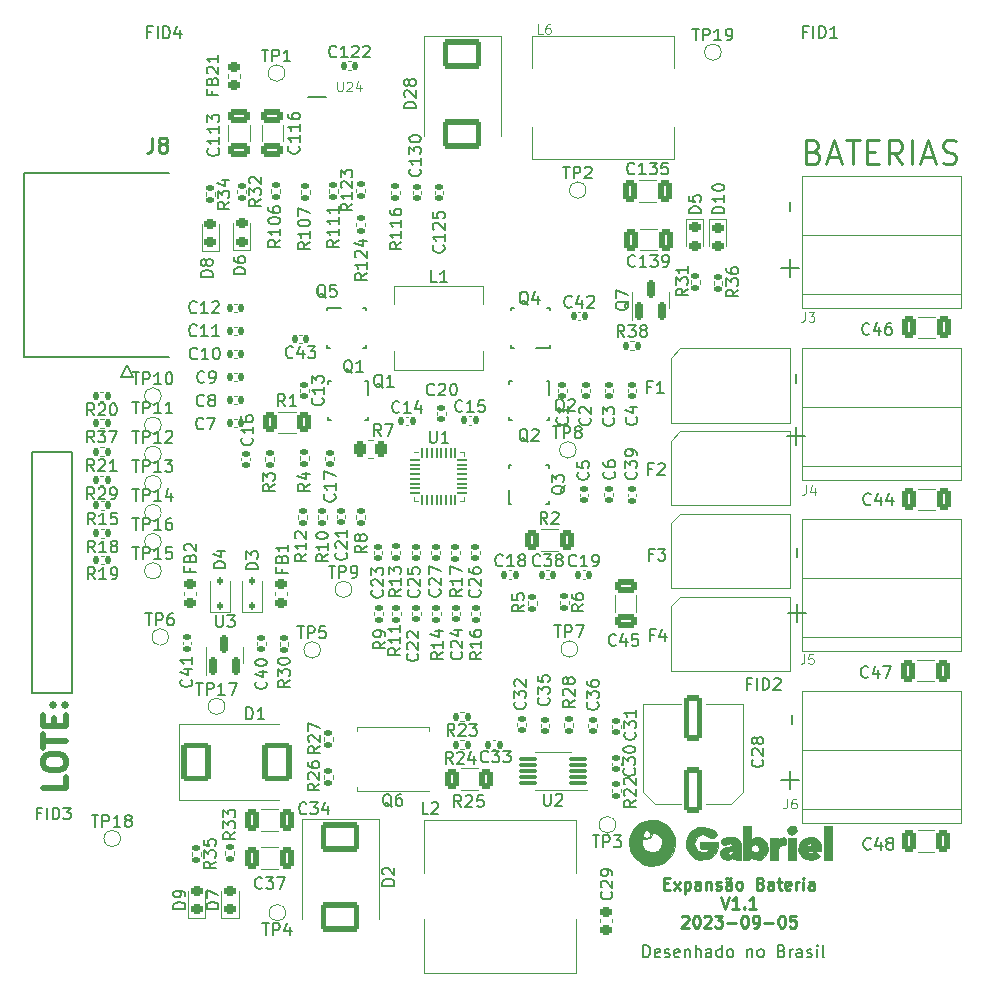
<source format=gto>
G04 #@! TF.GenerationSoftware,KiCad,Pcbnew,7.0.6-0*
G04 #@! TF.CreationDate,2023-09-08T10:13:38-03:00*
G04 #@! TF.ProjectId,expansao_bateria_rev1.1,65787061-6e73-4616-9f5f-626174657269,rev?*
G04 #@! TF.SameCoordinates,Original*
G04 #@! TF.FileFunction,Legend,Top*
G04 #@! TF.FilePolarity,Positive*
%FSLAX46Y46*%
G04 Gerber Fmt 4.6, Leading zero omitted, Abs format (unit mm)*
G04 Created by KiCad (PCBNEW 7.0.6-0) date 2023-09-08 10:13:38*
%MOMM*%
%LPD*%
G01*
G04 APERTURE LIST*
G04 Aperture macros list*
%AMRoundRect*
0 Rectangle with rounded corners*
0 $1 Rounding radius*
0 $2 $3 $4 $5 $6 $7 $8 $9 X,Y pos of 4 corners*
0 Add a 4 corners polygon primitive as box body*
4,1,4,$2,$3,$4,$5,$6,$7,$8,$9,$2,$3,0*
0 Add four circle primitives for the rounded corners*
1,1,$1+$1,$2,$3*
1,1,$1+$1,$4,$5*
1,1,$1+$1,$6,$7*
1,1,$1+$1,$8,$9*
0 Add four rect primitives between the rounded corners*
20,1,$1+$1,$2,$3,$4,$5,0*
20,1,$1+$1,$4,$5,$6,$7,0*
20,1,$1+$1,$6,$7,$8,$9,0*
20,1,$1+$1,$8,$9,$2,$3,0*%
%AMFreePoly0*
4,1,17,2.675000,1.605000,1.875000,1.605000,1.875000,0.935000,2.675000,0.935000,2.675000,0.335000,1.875000,0.335000,1.875000,-0.335000,2.675000,-0.335000,2.675000,-0.935000,1.875000,-0.935000,1.875000,-1.605000,2.675000,-1.605000,2.675000,-2.205000,-1.875000,-2.205000,-1.875000,2.205000,2.675000,2.205000,2.675000,1.605000,2.675000,1.605000,$1*%
G04 Aperture macros list end*
%ADD10C,0.150000*%
%ADD11C,0.200000*%
%ADD12C,0.250000*%
%ADD13C,0.500000*%
%ADD14C,0.120000*%
%ADD15C,0.254000*%
%ADD16C,0.010000*%
%ADD17C,0.127000*%
%ADD18R,2.500000X5.300000*%
%ADD19RoundRect,0.250000X0.550000X-1.712500X0.550000X1.712500X-0.550000X1.712500X-0.550000X-1.712500X0*%
%ADD20RoundRect,0.135000X-0.185000X0.135000X-0.185000X-0.135000X0.185000X-0.135000X0.185000X0.135000X0*%
%ADD21RoundRect,0.135000X0.185000X-0.135000X0.185000X0.135000X-0.185000X0.135000X-0.185000X-0.135000X0*%
%ADD22R,0.399999X0.700001*%
%ADD23RoundRect,0.218750X-0.256250X0.218750X-0.256250X-0.218750X0.256250X-0.218750X0.256250X0.218750X0*%
%ADD24RoundRect,0.140000X-0.170000X0.140000X-0.170000X-0.140000X0.170000X-0.140000X0.170000X0.140000X0*%
%ADD25RoundRect,0.250000X-0.325000X-0.650000X0.325000X-0.650000X0.325000X0.650000X-0.325000X0.650000X0*%
%ADD26RoundRect,0.140000X-0.140000X-0.170000X0.140000X-0.170000X0.140000X0.170000X-0.140000X0.170000X0*%
%ADD27C,2.000000*%
%ADD28RoundRect,0.250000X-0.312500X-0.625000X0.312500X-0.625000X0.312500X0.625000X-0.312500X0.625000X0*%
%ADD29RoundRect,0.140000X0.140000X0.170000X-0.140000X0.170000X-0.140000X-0.170000X0.140000X-0.170000X0*%
%ADD30RoundRect,0.075000X0.650000X0.075000X-0.650000X0.075000X-0.650000X-0.075000X0.650000X-0.075000X0*%
%ADD31R,1.680000X1.880000*%
%ADD32C,1.000000*%
%ADD33RoundRect,0.150000X0.150000X-0.587500X0.150000X0.587500X-0.150000X0.587500X-0.150000X-0.587500X0*%
%ADD34C,4.300000*%
%ADD35RoundRect,0.218750X0.256250X-0.218750X0.256250X0.218750X-0.256250X0.218750X-0.256250X-0.218750X0*%
%ADD36RoundRect,0.140000X0.170000X-0.140000X0.170000X0.140000X-0.170000X0.140000X-0.170000X-0.140000X0*%
%ADD37RoundRect,0.135000X0.135000X0.185000X-0.135000X0.185000X-0.135000X-0.185000X0.135000X-0.185000X0*%
%ADD38RoundRect,0.250000X0.650000X-0.325000X0.650000X0.325000X-0.650000X0.325000X-0.650000X-0.325000X0*%
%ADD39RoundRect,0.135000X-0.135000X-0.185000X0.135000X-0.185000X0.135000X0.185000X-0.135000X0.185000X0*%
%ADD40R,3.500000X4.000000*%
%ADD41RoundRect,0.050000X-0.337500X-0.050000X0.337500X-0.050000X0.337500X0.050000X-0.337500X0.050000X0*%
%ADD42RoundRect,0.050000X-0.050000X-0.337500X0.050000X-0.337500X0.050000X0.337500X-0.050000X0.337500X0*%
%ADD43R,2.800000X2.800000*%
%ADD44RoundRect,0.250000X0.325000X0.650000X-0.325000X0.650000X-0.325000X-0.650000X0.325000X-0.650000X0*%
%ADD45RoundRect,0.250000X1.000000X-1.400000X1.000000X1.400000X-1.000000X1.400000X-1.000000X-1.400000X0*%
%ADD46RoundRect,0.250000X-1.400000X-1.000000X1.400000X-1.000000X1.400000X1.000000X-1.400000X1.000000X0*%
%ADD47RoundRect,0.250000X-0.650000X0.325000X-0.650000X-0.325000X0.650000X-0.325000X0.650000X0.325000X0*%
%ADD48RoundRect,0.225000X-0.250000X0.225000X-0.250000X-0.225000X0.250000X-0.225000X0.250000X0.225000X0*%
%ADD49RoundRect,0.112500X0.112500X-0.187500X0.112500X0.187500X-0.112500X0.187500X-0.112500X-0.187500X0*%
%ADD50R,0.700001X0.399999*%
%ADD51C,3.000000*%
%ADD52R,1.520000X1.520000*%
%ADD53C,1.520000*%
%ADD54R,1.525000X0.650000*%
%ADD55R,2.400000X3.100000*%
%ADD56R,3.175000X3.300000*%
%ADD57FreePoly0,180.000000*%
%ADD58R,0.850000X0.500000*%
%ADD59RoundRect,0.250000X-0.262500X-0.450000X0.262500X-0.450000X0.262500X0.450000X-0.262500X0.450000X0*%
%ADD60R,2.350000X3.500000*%
G04 APERTURE END LIST*
D10*
X771000Y-36582000D02*
X4139000Y-36582000D01*
X4139000Y-57021000D01*
X771000Y-57021000D01*
X771000Y-36582000D01*
D11*
X52495951Y-79381219D02*
X52495951Y-78381219D01*
X52495951Y-78381219D02*
X52734046Y-78381219D01*
X52734046Y-78381219D02*
X52876903Y-78428838D01*
X52876903Y-78428838D02*
X52972141Y-78524076D01*
X52972141Y-78524076D02*
X53019760Y-78619314D01*
X53019760Y-78619314D02*
X53067379Y-78809790D01*
X53067379Y-78809790D02*
X53067379Y-78952647D01*
X53067379Y-78952647D02*
X53019760Y-79143123D01*
X53019760Y-79143123D02*
X52972141Y-79238361D01*
X52972141Y-79238361D02*
X52876903Y-79333600D01*
X52876903Y-79333600D02*
X52734046Y-79381219D01*
X52734046Y-79381219D02*
X52495951Y-79381219D01*
X53876903Y-79333600D02*
X53781665Y-79381219D01*
X53781665Y-79381219D02*
X53591189Y-79381219D01*
X53591189Y-79381219D02*
X53495951Y-79333600D01*
X53495951Y-79333600D02*
X53448332Y-79238361D01*
X53448332Y-79238361D02*
X53448332Y-78857409D01*
X53448332Y-78857409D02*
X53495951Y-78762171D01*
X53495951Y-78762171D02*
X53591189Y-78714552D01*
X53591189Y-78714552D02*
X53781665Y-78714552D01*
X53781665Y-78714552D02*
X53876903Y-78762171D01*
X53876903Y-78762171D02*
X53924522Y-78857409D01*
X53924522Y-78857409D02*
X53924522Y-78952647D01*
X53924522Y-78952647D02*
X53448332Y-79047885D01*
X54305475Y-79333600D02*
X54400713Y-79381219D01*
X54400713Y-79381219D02*
X54591189Y-79381219D01*
X54591189Y-79381219D02*
X54686427Y-79333600D01*
X54686427Y-79333600D02*
X54734046Y-79238361D01*
X54734046Y-79238361D02*
X54734046Y-79190742D01*
X54734046Y-79190742D02*
X54686427Y-79095504D01*
X54686427Y-79095504D02*
X54591189Y-79047885D01*
X54591189Y-79047885D02*
X54448332Y-79047885D01*
X54448332Y-79047885D02*
X54353094Y-79000266D01*
X54353094Y-79000266D02*
X54305475Y-78905028D01*
X54305475Y-78905028D02*
X54305475Y-78857409D01*
X54305475Y-78857409D02*
X54353094Y-78762171D01*
X54353094Y-78762171D02*
X54448332Y-78714552D01*
X54448332Y-78714552D02*
X54591189Y-78714552D01*
X54591189Y-78714552D02*
X54686427Y-78762171D01*
X55543570Y-79333600D02*
X55448332Y-79381219D01*
X55448332Y-79381219D02*
X55257856Y-79381219D01*
X55257856Y-79381219D02*
X55162618Y-79333600D01*
X55162618Y-79333600D02*
X55114999Y-79238361D01*
X55114999Y-79238361D02*
X55114999Y-78857409D01*
X55114999Y-78857409D02*
X55162618Y-78762171D01*
X55162618Y-78762171D02*
X55257856Y-78714552D01*
X55257856Y-78714552D02*
X55448332Y-78714552D01*
X55448332Y-78714552D02*
X55543570Y-78762171D01*
X55543570Y-78762171D02*
X55591189Y-78857409D01*
X55591189Y-78857409D02*
X55591189Y-78952647D01*
X55591189Y-78952647D02*
X55114999Y-79047885D01*
X56019761Y-78714552D02*
X56019761Y-79381219D01*
X56019761Y-78809790D02*
X56067380Y-78762171D01*
X56067380Y-78762171D02*
X56162618Y-78714552D01*
X56162618Y-78714552D02*
X56305475Y-78714552D01*
X56305475Y-78714552D02*
X56400713Y-78762171D01*
X56400713Y-78762171D02*
X56448332Y-78857409D01*
X56448332Y-78857409D02*
X56448332Y-79381219D01*
X56924523Y-79381219D02*
X56924523Y-78381219D01*
X57353094Y-79381219D02*
X57353094Y-78857409D01*
X57353094Y-78857409D02*
X57305475Y-78762171D01*
X57305475Y-78762171D02*
X57210237Y-78714552D01*
X57210237Y-78714552D02*
X57067380Y-78714552D01*
X57067380Y-78714552D02*
X56972142Y-78762171D01*
X56972142Y-78762171D02*
X56924523Y-78809790D01*
X58257856Y-79381219D02*
X58257856Y-78857409D01*
X58257856Y-78857409D02*
X58210237Y-78762171D01*
X58210237Y-78762171D02*
X58114999Y-78714552D01*
X58114999Y-78714552D02*
X57924523Y-78714552D01*
X57924523Y-78714552D02*
X57829285Y-78762171D01*
X58257856Y-79333600D02*
X58162618Y-79381219D01*
X58162618Y-79381219D02*
X57924523Y-79381219D01*
X57924523Y-79381219D02*
X57829285Y-79333600D01*
X57829285Y-79333600D02*
X57781666Y-79238361D01*
X57781666Y-79238361D02*
X57781666Y-79143123D01*
X57781666Y-79143123D02*
X57829285Y-79047885D01*
X57829285Y-79047885D02*
X57924523Y-79000266D01*
X57924523Y-79000266D02*
X58162618Y-79000266D01*
X58162618Y-79000266D02*
X58257856Y-78952647D01*
X59162618Y-79381219D02*
X59162618Y-78381219D01*
X59162618Y-79333600D02*
X59067380Y-79381219D01*
X59067380Y-79381219D02*
X58876904Y-79381219D01*
X58876904Y-79381219D02*
X58781666Y-79333600D01*
X58781666Y-79333600D02*
X58734047Y-79285980D01*
X58734047Y-79285980D02*
X58686428Y-79190742D01*
X58686428Y-79190742D02*
X58686428Y-78905028D01*
X58686428Y-78905028D02*
X58734047Y-78809790D01*
X58734047Y-78809790D02*
X58781666Y-78762171D01*
X58781666Y-78762171D02*
X58876904Y-78714552D01*
X58876904Y-78714552D02*
X59067380Y-78714552D01*
X59067380Y-78714552D02*
X59162618Y-78762171D01*
X59781666Y-79381219D02*
X59686428Y-79333600D01*
X59686428Y-79333600D02*
X59638809Y-79285980D01*
X59638809Y-79285980D02*
X59591190Y-79190742D01*
X59591190Y-79190742D02*
X59591190Y-78905028D01*
X59591190Y-78905028D02*
X59638809Y-78809790D01*
X59638809Y-78809790D02*
X59686428Y-78762171D01*
X59686428Y-78762171D02*
X59781666Y-78714552D01*
X59781666Y-78714552D02*
X59924523Y-78714552D01*
X59924523Y-78714552D02*
X60019761Y-78762171D01*
X60019761Y-78762171D02*
X60067380Y-78809790D01*
X60067380Y-78809790D02*
X60114999Y-78905028D01*
X60114999Y-78905028D02*
X60114999Y-79190742D01*
X60114999Y-79190742D02*
X60067380Y-79285980D01*
X60067380Y-79285980D02*
X60019761Y-79333600D01*
X60019761Y-79333600D02*
X59924523Y-79381219D01*
X59924523Y-79381219D02*
X59781666Y-79381219D01*
X61305476Y-78714552D02*
X61305476Y-79381219D01*
X61305476Y-78809790D02*
X61353095Y-78762171D01*
X61353095Y-78762171D02*
X61448333Y-78714552D01*
X61448333Y-78714552D02*
X61591190Y-78714552D01*
X61591190Y-78714552D02*
X61686428Y-78762171D01*
X61686428Y-78762171D02*
X61734047Y-78857409D01*
X61734047Y-78857409D02*
X61734047Y-79381219D01*
X62353095Y-79381219D02*
X62257857Y-79333600D01*
X62257857Y-79333600D02*
X62210238Y-79285980D01*
X62210238Y-79285980D02*
X62162619Y-79190742D01*
X62162619Y-79190742D02*
X62162619Y-78905028D01*
X62162619Y-78905028D02*
X62210238Y-78809790D01*
X62210238Y-78809790D02*
X62257857Y-78762171D01*
X62257857Y-78762171D02*
X62353095Y-78714552D01*
X62353095Y-78714552D02*
X62495952Y-78714552D01*
X62495952Y-78714552D02*
X62591190Y-78762171D01*
X62591190Y-78762171D02*
X62638809Y-78809790D01*
X62638809Y-78809790D02*
X62686428Y-78905028D01*
X62686428Y-78905028D02*
X62686428Y-79190742D01*
X62686428Y-79190742D02*
X62638809Y-79285980D01*
X62638809Y-79285980D02*
X62591190Y-79333600D01*
X62591190Y-79333600D02*
X62495952Y-79381219D01*
X62495952Y-79381219D02*
X62353095Y-79381219D01*
X64210238Y-78857409D02*
X64353095Y-78905028D01*
X64353095Y-78905028D02*
X64400714Y-78952647D01*
X64400714Y-78952647D02*
X64448333Y-79047885D01*
X64448333Y-79047885D02*
X64448333Y-79190742D01*
X64448333Y-79190742D02*
X64400714Y-79285980D01*
X64400714Y-79285980D02*
X64353095Y-79333600D01*
X64353095Y-79333600D02*
X64257857Y-79381219D01*
X64257857Y-79381219D02*
X63876905Y-79381219D01*
X63876905Y-79381219D02*
X63876905Y-78381219D01*
X63876905Y-78381219D02*
X64210238Y-78381219D01*
X64210238Y-78381219D02*
X64305476Y-78428838D01*
X64305476Y-78428838D02*
X64353095Y-78476457D01*
X64353095Y-78476457D02*
X64400714Y-78571695D01*
X64400714Y-78571695D02*
X64400714Y-78666933D01*
X64400714Y-78666933D02*
X64353095Y-78762171D01*
X64353095Y-78762171D02*
X64305476Y-78809790D01*
X64305476Y-78809790D02*
X64210238Y-78857409D01*
X64210238Y-78857409D02*
X63876905Y-78857409D01*
X64876905Y-79381219D02*
X64876905Y-78714552D01*
X64876905Y-78905028D02*
X64924524Y-78809790D01*
X64924524Y-78809790D02*
X64972143Y-78762171D01*
X64972143Y-78762171D02*
X65067381Y-78714552D01*
X65067381Y-78714552D02*
X65162619Y-78714552D01*
X65924524Y-79381219D02*
X65924524Y-78857409D01*
X65924524Y-78857409D02*
X65876905Y-78762171D01*
X65876905Y-78762171D02*
X65781667Y-78714552D01*
X65781667Y-78714552D02*
X65591191Y-78714552D01*
X65591191Y-78714552D02*
X65495953Y-78762171D01*
X65924524Y-79333600D02*
X65829286Y-79381219D01*
X65829286Y-79381219D02*
X65591191Y-79381219D01*
X65591191Y-79381219D02*
X65495953Y-79333600D01*
X65495953Y-79333600D02*
X65448334Y-79238361D01*
X65448334Y-79238361D02*
X65448334Y-79143123D01*
X65448334Y-79143123D02*
X65495953Y-79047885D01*
X65495953Y-79047885D02*
X65591191Y-79000266D01*
X65591191Y-79000266D02*
X65829286Y-79000266D01*
X65829286Y-79000266D02*
X65924524Y-78952647D01*
X66353096Y-79333600D02*
X66448334Y-79381219D01*
X66448334Y-79381219D02*
X66638810Y-79381219D01*
X66638810Y-79381219D02*
X66734048Y-79333600D01*
X66734048Y-79333600D02*
X66781667Y-79238361D01*
X66781667Y-79238361D02*
X66781667Y-79190742D01*
X66781667Y-79190742D02*
X66734048Y-79095504D01*
X66734048Y-79095504D02*
X66638810Y-79047885D01*
X66638810Y-79047885D02*
X66495953Y-79047885D01*
X66495953Y-79047885D02*
X66400715Y-79000266D01*
X66400715Y-79000266D02*
X66353096Y-78905028D01*
X66353096Y-78905028D02*
X66353096Y-78857409D01*
X66353096Y-78857409D02*
X66400715Y-78762171D01*
X66400715Y-78762171D02*
X66495953Y-78714552D01*
X66495953Y-78714552D02*
X66638810Y-78714552D01*
X66638810Y-78714552D02*
X66734048Y-78762171D01*
X67210239Y-79381219D02*
X67210239Y-78714552D01*
X67210239Y-78381219D02*
X67162620Y-78428838D01*
X67162620Y-78428838D02*
X67210239Y-78476457D01*
X67210239Y-78476457D02*
X67257858Y-78428838D01*
X67257858Y-78428838D02*
X67210239Y-78381219D01*
X67210239Y-78381219D02*
X67210239Y-78476457D01*
X67829286Y-79381219D02*
X67734048Y-79333600D01*
X67734048Y-79333600D02*
X67686429Y-79238361D01*
X67686429Y-79238361D02*
X67686429Y-78381219D01*
D10*
X65451866Y-30749220D02*
X65451866Y-29987316D01*
X65046866Y-59677220D02*
X65046866Y-58915316D01*
X65485711Y-45503220D02*
X65485711Y-44741316D01*
X64653874Y-35282533D02*
X66177684Y-35282533D01*
X65415779Y-36044438D02*
X65415779Y-34520628D01*
D12*
X54273666Y-73141809D02*
X54606999Y-73141809D01*
X54749856Y-73665619D02*
X54273666Y-73665619D01*
X54273666Y-73665619D02*
X54273666Y-72665619D01*
X54273666Y-72665619D02*
X54749856Y-72665619D01*
X55083190Y-73665619D02*
X55606999Y-72998952D01*
X55083190Y-72998952D02*
X55606999Y-73665619D01*
X55987952Y-72998952D02*
X55987952Y-73998952D01*
X55987952Y-73046571D02*
X56083190Y-72998952D01*
X56083190Y-72998952D02*
X56273666Y-72998952D01*
X56273666Y-72998952D02*
X56368904Y-73046571D01*
X56368904Y-73046571D02*
X56416523Y-73094190D01*
X56416523Y-73094190D02*
X56464142Y-73189428D01*
X56464142Y-73189428D02*
X56464142Y-73475142D01*
X56464142Y-73475142D02*
X56416523Y-73570380D01*
X56416523Y-73570380D02*
X56368904Y-73618000D01*
X56368904Y-73618000D02*
X56273666Y-73665619D01*
X56273666Y-73665619D02*
X56083190Y-73665619D01*
X56083190Y-73665619D02*
X55987952Y-73618000D01*
X57321285Y-73665619D02*
X57321285Y-73141809D01*
X57321285Y-73141809D02*
X57273666Y-73046571D01*
X57273666Y-73046571D02*
X57178428Y-72998952D01*
X57178428Y-72998952D02*
X56987952Y-72998952D01*
X56987952Y-72998952D02*
X56892714Y-73046571D01*
X57321285Y-73618000D02*
X57226047Y-73665619D01*
X57226047Y-73665619D02*
X56987952Y-73665619D01*
X56987952Y-73665619D02*
X56892714Y-73618000D01*
X56892714Y-73618000D02*
X56845095Y-73522761D01*
X56845095Y-73522761D02*
X56845095Y-73427523D01*
X56845095Y-73427523D02*
X56892714Y-73332285D01*
X56892714Y-73332285D02*
X56987952Y-73284666D01*
X56987952Y-73284666D02*
X57226047Y-73284666D01*
X57226047Y-73284666D02*
X57321285Y-73237047D01*
X57797476Y-72998952D02*
X57797476Y-73665619D01*
X57797476Y-73094190D02*
X57845095Y-73046571D01*
X57845095Y-73046571D02*
X57940333Y-72998952D01*
X57940333Y-72998952D02*
X58083190Y-72998952D01*
X58083190Y-72998952D02*
X58178428Y-73046571D01*
X58178428Y-73046571D02*
X58226047Y-73141809D01*
X58226047Y-73141809D02*
X58226047Y-73665619D01*
X58654619Y-73618000D02*
X58749857Y-73665619D01*
X58749857Y-73665619D02*
X58940333Y-73665619D01*
X58940333Y-73665619D02*
X59035571Y-73618000D01*
X59035571Y-73618000D02*
X59083190Y-73522761D01*
X59083190Y-73522761D02*
X59083190Y-73475142D01*
X59083190Y-73475142D02*
X59035571Y-73379904D01*
X59035571Y-73379904D02*
X58940333Y-73332285D01*
X58940333Y-73332285D02*
X58797476Y-73332285D01*
X58797476Y-73332285D02*
X58702238Y-73284666D01*
X58702238Y-73284666D02*
X58654619Y-73189428D01*
X58654619Y-73189428D02*
X58654619Y-73141809D01*
X58654619Y-73141809D02*
X58702238Y-73046571D01*
X58702238Y-73046571D02*
X58797476Y-72998952D01*
X58797476Y-72998952D02*
X58940333Y-72998952D01*
X58940333Y-72998952D02*
X59035571Y-73046571D01*
X59940333Y-73665619D02*
X59940333Y-73141809D01*
X59940333Y-73141809D02*
X59892714Y-73046571D01*
X59892714Y-73046571D02*
X59797476Y-72998952D01*
X59797476Y-72998952D02*
X59607000Y-72998952D01*
X59607000Y-72998952D02*
X59511762Y-73046571D01*
X59940333Y-73618000D02*
X59845095Y-73665619D01*
X59845095Y-73665619D02*
X59607000Y-73665619D01*
X59607000Y-73665619D02*
X59511762Y-73618000D01*
X59511762Y-73618000D02*
X59464143Y-73522761D01*
X59464143Y-73522761D02*
X59464143Y-73427523D01*
X59464143Y-73427523D02*
X59511762Y-73332285D01*
X59511762Y-73332285D02*
X59607000Y-73284666D01*
X59607000Y-73284666D02*
X59845095Y-73284666D01*
X59845095Y-73284666D02*
X59940333Y-73237047D01*
X59464143Y-72760857D02*
X59511762Y-72713238D01*
X59511762Y-72713238D02*
X59607000Y-72665619D01*
X59607000Y-72665619D02*
X59797476Y-72760857D01*
X59797476Y-72760857D02*
X59892714Y-72713238D01*
X59892714Y-72713238D02*
X59940333Y-72665619D01*
X60559381Y-73665619D02*
X60464143Y-73618000D01*
X60464143Y-73618000D02*
X60416524Y-73570380D01*
X60416524Y-73570380D02*
X60368905Y-73475142D01*
X60368905Y-73475142D02*
X60368905Y-73189428D01*
X60368905Y-73189428D02*
X60416524Y-73094190D01*
X60416524Y-73094190D02*
X60464143Y-73046571D01*
X60464143Y-73046571D02*
X60559381Y-72998952D01*
X60559381Y-72998952D02*
X60702238Y-72998952D01*
X60702238Y-72998952D02*
X60797476Y-73046571D01*
X60797476Y-73046571D02*
X60845095Y-73094190D01*
X60845095Y-73094190D02*
X60892714Y-73189428D01*
X60892714Y-73189428D02*
X60892714Y-73475142D01*
X60892714Y-73475142D02*
X60845095Y-73570380D01*
X60845095Y-73570380D02*
X60797476Y-73618000D01*
X60797476Y-73618000D02*
X60702238Y-73665619D01*
X60702238Y-73665619D02*
X60559381Y-73665619D01*
X62416524Y-73141809D02*
X62559381Y-73189428D01*
X62559381Y-73189428D02*
X62607000Y-73237047D01*
X62607000Y-73237047D02*
X62654619Y-73332285D01*
X62654619Y-73332285D02*
X62654619Y-73475142D01*
X62654619Y-73475142D02*
X62607000Y-73570380D01*
X62607000Y-73570380D02*
X62559381Y-73618000D01*
X62559381Y-73618000D02*
X62464143Y-73665619D01*
X62464143Y-73665619D02*
X62083191Y-73665619D01*
X62083191Y-73665619D02*
X62083191Y-72665619D01*
X62083191Y-72665619D02*
X62416524Y-72665619D01*
X62416524Y-72665619D02*
X62511762Y-72713238D01*
X62511762Y-72713238D02*
X62559381Y-72760857D01*
X62559381Y-72760857D02*
X62607000Y-72856095D01*
X62607000Y-72856095D02*
X62607000Y-72951333D01*
X62607000Y-72951333D02*
X62559381Y-73046571D01*
X62559381Y-73046571D02*
X62511762Y-73094190D01*
X62511762Y-73094190D02*
X62416524Y-73141809D01*
X62416524Y-73141809D02*
X62083191Y-73141809D01*
X63511762Y-73665619D02*
X63511762Y-73141809D01*
X63511762Y-73141809D02*
X63464143Y-73046571D01*
X63464143Y-73046571D02*
X63368905Y-72998952D01*
X63368905Y-72998952D02*
X63178429Y-72998952D01*
X63178429Y-72998952D02*
X63083191Y-73046571D01*
X63511762Y-73618000D02*
X63416524Y-73665619D01*
X63416524Y-73665619D02*
X63178429Y-73665619D01*
X63178429Y-73665619D02*
X63083191Y-73618000D01*
X63083191Y-73618000D02*
X63035572Y-73522761D01*
X63035572Y-73522761D02*
X63035572Y-73427523D01*
X63035572Y-73427523D02*
X63083191Y-73332285D01*
X63083191Y-73332285D02*
X63178429Y-73284666D01*
X63178429Y-73284666D02*
X63416524Y-73284666D01*
X63416524Y-73284666D02*
X63511762Y-73237047D01*
X63845096Y-72998952D02*
X64226048Y-72998952D01*
X63987953Y-72665619D02*
X63987953Y-73522761D01*
X63987953Y-73522761D02*
X64035572Y-73618000D01*
X64035572Y-73618000D02*
X64130810Y-73665619D01*
X64130810Y-73665619D02*
X64226048Y-73665619D01*
X64940334Y-73618000D02*
X64845096Y-73665619D01*
X64845096Y-73665619D02*
X64654620Y-73665619D01*
X64654620Y-73665619D02*
X64559382Y-73618000D01*
X64559382Y-73618000D02*
X64511763Y-73522761D01*
X64511763Y-73522761D02*
X64511763Y-73141809D01*
X64511763Y-73141809D02*
X64559382Y-73046571D01*
X64559382Y-73046571D02*
X64654620Y-72998952D01*
X64654620Y-72998952D02*
X64845096Y-72998952D01*
X64845096Y-72998952D02*
X64940334Y-73046571D01*
X64940334Y-73046571D02*
X64987953Y-73141809D01*
X64987953Y-73141809D02*
X64987953Y-73237047D01*
X64987953Y-73237047D02*
X64511763Y-73332285D01*
X65416525Y-73665619D02*
X65416525Y-72998952D01*
X65416525Y-73189428D02*
X65464144Y-73094190D01*
X65464144Y-73094190D02*
X65511763Y-73046571D01*
X65511763Y-73046571D02*
X65607001Y-72998952D01*
X65607001Y-72998952D02*
X65702239Y-72998952D01*
X66035573Y-73665619D02*
X66035573Y-72998952D01*
X66035573Y-72665619D02*
X65987954Y-72713238D01*
X65987954Y-72713238D02*
X66035573Y-72760857D01*
X66035573Y-72760857D02*
X66083192Y-72713238D01*
X66083192Y-72713238D02*
X66035573Y-72665619D01*
X66035573Y-72665619D02*
X66035573Y-72760857D01*
X66940334Y-73665619D02*
X66940334Y-73141809D01*
X66940334Y-73141809D02*
X66892715Y-73046571D01*
X66892715Y-73046571D02*
X66797477Y-72998952D01*
X66797477Y-72998952D02*
X66607001Y-72998952D01*
X66607001Y-72998952D02*
X66511763Y-73046571D01*
X66940334Y-73618000D02*
X66845096Y-73665619D01*
X66845096Y-73665619D02*
X66607001Y-73665619D01*
X66607001Y-73665619D02*
X66511763Y-73618000D01*
X66511763Y-73618000D02*
X66464144Y-73522761D01*
X66464144Y-73522761D02*
X66464144Y-73427523D01*
X66464144Y-73427523D02*
X66511763Y-73332285D01*
X66511763Y-73332285D02*
X66607001Y-73284666D01*
X66607001Y-73284666D02*
X66845096Y-73284666D01*
X66845096Y-73284666D02*
X66940334Y-73237047D01*
X59083191Y-74275619D02*
X59416524Y-75275619D01*
X59416524Y-75275619D02*
X59749857Y-74275619D01*
X60607000Y-75275619D02*
X60035572Y-75275619D01*
X60321286Y-75275619D02*
X60321286Y-74275619D01*
X60321286Y-74275619D02*
X60226048Y-74418476D01*
X60226048Y-74418476D02*
X60130810Y-74513714D01*
X60130810Y-74513714D02*
X60035572Y-74561333D01*
X61035572Y-75180380D02*
X61083191Y-75228000D01*
X61083191Y-75228000D02*
X61035572Y-75275619D01*
X61035572Y-75275619D02*
X60987953Y-75228000D01*
X60987953Y-75228000D02*
X61035572Y-75180380D01*
X61035572Y-75180380D02*
X61035572Y-75275619D01*
X62035571Y-75275619D02*
X61464143Y-75275619D01*
X61749857Y-75275619D02*
X61749857Y-74275619D01*
X61749857Y-74275619D02*
X61654619Y-74418476D01*
X61654619Y-74418476D02*
X61559381Y-74513714D01*
X61559381Y-74513714D02*
X61464143Y-74561333D01*
X55749857Y-75980857D02*
X55797476Y-75933238D01*
X55797476Y-75933238D02*
X55892714Y-75885619D01*
X55892714Y-75885619D02*
X56130809Y-75885619D01*
X56130809Y-75885619D02*
X56226047Y-75933238D01*
X56226047Y-75933238D02*
X56273666Y-75980857D01*
X56273666Y-75980857D02*
X56321285Y-76076095D01*
X56321285Y-76076095D02*
X56321285Y-76171333D01*
X56321285Y-76171333D02*
X56273666Y-76314190D01*
X56273666Y-76314190D02*
X55702238Y-76885619D01*
X55702238Y-76885619D02*
X56321285Y-76885619D01*
X56940333Y-75885619D02*
X57035571Y-75885619D01*
X57035571Y-75885619D02*
X57130809Y-75933238D01*
X57130809Y-75933238D02*
X57178428Y-75980857D01*
X57178428Y-75980857D02*
X57226047Y-76076095D01*
X57226047Y-76076095D02*
X57273666Y-76266571D01*
X57273666Y-76266571D02*
X57273666Y-76504666D01*
X57273666Y-76504666D02*
X57226047Y-76695142D01*
X57226047Y-76695142D02*
X57178428Y-76790380D01*
X57178428Y-76790380D02*
X57130809Y-76838000D01*
X57130809Y-76838000D02*
X57035571Y-76885619D01*
X57035571Y-76885619D02*
X56940333Y-76885619D01*
X56940333Y-76885619D02*
X56845095Y-76838000D01*
X56845095Y-76838000D02*
X56797476Y-76790380D01*
X56797476Y-76790380D02*
X56749857Y-76695142D01*
X56749857Y-76695142D02*
X56702238Y-76504666D01*
X56702238Y-76504666D02*
X56702238Y-76266571D01*
X56702238Y-76266571D02*
X56749857Y-76076095D01*
X56749857Y-76076095D02*
X56797476Y-75980857D01*
X56797476Y-75980857D02*
X56845095Y-75933238D01*
X56845095Y-75933238D02*
X56940333Y-75885619D01*
X57654619Y-75980857D02*
X57702238Y-75933238D01*
X57702238Y-75933238D02*
X57797476Y-75885619D01*
X57797476Y-75885619D02*
X58035571Y-75885619D01*
X58035571Y-75885619D02*
X58130809Y-75933238D01*
X58130809Y-75933238D02*
X58178428Y-75980857D01*
X58178428Y-75980857D02*
X58226047Y-76076095D01*
X58226047Y-76076095D02*
X58226047Y-76171333D01*
X58226047Y-76171333D02*
X58178428Y-76314190D01*
X58178428Y-76314190D02*
X57607000Y-76885619D01*
X57607000Y-76885619D02*
X58226047Y-76885619D01*
X58559381Y-75885619D02*
X59178428Y-75885619D01*
X59178428Y-75885619D02*
X58845095Y-76266571D01*
X58845095Y-76266571D02*
X58987952Y-76266571D01*
X58987952Y-76266571D02*
X59083190Y-76314190D01*
X59083190Y-76314190D02*
X59130809Y-76361809D01*
X59130809Y-76361809D02*
X59178428Y-76457047D01*
X59178428Y-76457047D02*
X59178428Y-76695142D01*
X59178428Y-76695142D02*
X59130809Y-76790380D01*
X59130809Y-76790380D02*
X59083190Y-76838000D01*
X59083190Y-76838000D02*
X58987952Y-76885619D01*
X58987952Y-76885619D02*
X58702238Y-76885619D01*
X58702238Y-76885619D02*
X58607000Y-76838000D01*
X58607000Y-76838000D02*
X58559381Y-76790380D01*
X59607000Y-76504666D02*
X60368905Y-76504666D01*
X61035571Y-75885619D02*
X61130809Y-75885619D01*
X61130809Y-75885619D02*
X61226047Y-75933238D01*
X61226047Y-75933238D02*
X61273666Y-75980857D01*
X61273666Y-75980857D02*
X61321285Y-76076095D01*
X61321285Y-76076095D02*
X61368904Y-76266571D01*
X61368904Y-76266571D02*
X61368904Y-76504666D01*
X61368904Y-76504666D02*
X61321285Y-76695142D01*
X61321285Y-76695142D02*
X61273666Y-76790380D01*
X61273666Y-76790380D02*
X61226047Y-76838000D01*
X61226047Y-76838000D02*
X61130809Y-76885619D01*
X61130809Y-76885619D02*
X61035571Y-76885619D01*
X61035571Y-76885619D02*
X60940333Y-76838000D01*
X60940333Y-76838000D02*
X60892714Y-76790380D01*
X60892714Y-76790380D02*
X60845095Y-76695142D01*
X60845095Y-76695142D02*
X60797476Y-76504666D01*
X60797476Y-76504666D02*
X60797476Y-76266571D01*
X60797476Y-76266571D02*
X60845095Y-76076095D01*
X60845095Y-76076095D02*
X60892714Y-75980857D01*
X60892714Y-75980857D02*
X60940333Y-75933238D01*
X60940333Y-75933238D02*
X61035571Y-75885619D01*
X61845095Y-76885619D02*
X62035571Y-76885619D01*
X62035571Y-76885619D02*
X62130809Y-76838000D01*
X62130809Y-76838000D02*
X62178428Y-76790380D01*
X62178428Y-76790380D02*
X62273666Y-76647523D01*
X62273666Y-76647523D02*
X62321285Y-76457047D01*
X62321285Y-76457047D02*
X62321285Y-76076095D01*
X62321285Y-76076095D02*
X62273666Y-75980857D01*
X62273666Y-75980857D02*
X62226047Y-75933238D01*
X62226047Y-75933238D02*
X62130809Y-75885619D01*
X62130809Y-75885619D02*
X61940333Y-75885619D01*
X61940333Y-75885619D02*
X61845095Y-75933238D01*
X61845095Y-75933238D02*
X61797476Y-75980857D01*
X61797476Y-75980857D02*
X61749857Y-76076095D01*
X61749857Y-76076095D02*
X61749857Y-76314190D01*
X61749857Y-76314190D02*
X61797476Y-76409428D01*
X61797476Y-76409428D02*
X61845095Y-76457047D01*
X61845095Y-76457047D02*
X61940333Y-76504666D01*
X61940333Y-76504666D02*
X62130809Y-76504666D01*
X62130809Y-76504666D02*
X62226047Y-76457047D01*
X62226047Y-76457047D02*
X62273666Y-76409428D01*
X62273666Y-76409428D02*
X62321285Y-76314190D01*
X62749857Y-76504666D02*
X63511762Y-76504666D01*
X64178428Y-75885619D02*
X64273666Y-75885619D01*
X64273666Y-75885619D02*
X64368904Y-75933238D01*
X64368904Y-75933238D02*
X64416523Y-75980857D01*
X64416523Y-75980857D02*
X64464142Y-76076095D01*
X64464142Y-76076095D02*
X64511761Y-76266571D01*
X64511761Y-76266571D02*
X64511761Y-76504666D01*
X64511761Y-76504666D02*
X64464142Y-76695142D01*
X64464142Y-76695142D02*
X64416523Y-76790380D01*
X64416523Y-76790380D02*
X64368904Y-76838000D01*
X64368904Y-76838000D02*
X64273666Y-76885619D01*
X64273666Y-76885619D02*
X64178428Y-76885619D01*
X64178428Y-76885619D02*
X64083190Y-76838000D01*
X64083190Y-76838000D02*
X64035571Y-76790380D01*
X64035571Y-76790380D02*
X63987952Y-76695142D01*
X63987952Y-76695142D02*
X63940333Y-76504666D01*
X63940333Y-76504666D02*
X63940333Y-76266571D01*
X63940333Y-76266571D02*
X63987952Y-76076095D01*
X63987952Y-76076095D02*
X64035571Y-75980857D01*
X64035571Y-75980857D02*
X64083190Y-75933238D01*
X64083190Y-75933238D02*
X64178428Y-75885619D01*
X65416523Y-75885619D02*
X64940333Y-75885619D01*
X64940333Y-75885619D02*
X64892714Y-76361809D01*
X64892714Y-76361809D02*
X64940333Y-76314190D01*
X64940333Y-76314190D02*
X65035571Y-76266571D01*
X65035571Y-76266571D02*
X65273666Y-76266571D01*
X65273666Y-76266571D02*
X65368904Y-76314190D01*
X65368904Y-76314190D02*
X65416523Y-76361809D01*
X65416523Y-76361809D02*
X65464142Y-76457047D01*
X65464142Y-76457047D02*
X65464142Y-76695142D01*
X65464142Y-76695142D02*
X65416523Y-76790380D01*
X65416523Y-76790380D02*
X65368904Y-76838000D01*
X65368904Y-76838000D02*
X65273666Y-76885619D01*
X65273666Y-76885619D02*
X65035571Y-76885619D01*
X65035571Y-76885619D02*
X64940333Y-76838000D01*
X64940333Y-76838000D02*
X64892714Y-76790380D01*
D10*
X64913711Y-16173220D02*
X64913711Y-15411316D01*
X64706874Y-50205533D02*
X66230684Y-50205533D01*
X65468779Y-50967438D02*
X65468779Y-49443628D01*
D13*
X3647238Y-64121428D02*
X3647238Y-65073809D01*
X3647238Y-65073809D02*
X1647238Y-65073809D01*
X1647238Y-63073809D02*
X1647238Y-62692856D01*
X1647238Y-62692856D02*
X1742476Y-62502380D01*
X1742476Y-62502380D02*
X1932952Y-62311904D01*
X1932952Y-62311904D02*
X2313904Y-62216666D01*
X2313904Y-62216666D02*
X2980571Y-62216666D01*
X2980571Y-62216666D02*
X3361523Y-62311904D01*
X3361523Y-62311904D02*
X3552000Y-62502380D01*
X3552000Y-62502380D02*
X3647238Y-62692856D01*
X3647238Y-62692856D02*
X3647238Y-63073809D01*
X3647238Y-63073809D02*
X3552000Y-63264285D01*
X3552000Y-63264285D02*
X3361523Y-63454761D01*
X3361523Y-63454761D02*
X2980571Y-63549999D01*
X2980571Y-63549999D02*
X2313904Y-63549999D01*
X2313904Y-63549999D02*
X1932952Y-63454761D01*
X1932952Y-63454761D02*
X1742476Y-63264285D01*
X1742476Y-63264285D02*
X1647238Y-63073809D01*
X1647238Y-61645237D02*
X1647238Y-60502380D01*
X3647238Y-61073809D02*
X1647238Y-61073809D01*
X2599619Y-59835713D02*
X2599619Y-59169046D01*
X3647238Y-58883332D02*
X3647238Y-59835713D01*
X3647238Y-59835713D02*
X1647238Y-59835713D01*
X1647238Y-59835713D02*
X1647238Y-58883332D01*
X3456761Y-58026189D02*
X3552000Y-57930951D01*
X3552000Y-57930951D02*
X3647238Y-58026189D01*
X3647238Y-58026189D02*
X3552000Y-58121427D01*
X3552000Y-58121427D02*
X3456761Y-58026189D01*
X3456761Y-58026189D02*
X3647238Y-58026189D01*
X2409142Y-58026189D02*
X2504380Y-57930951D01*
X2504380Y-57930951D02*
X2599619Y-58026189D01*
X2599619Y-58026189D02*
X2504380Y-58121427D01*
X2504380Y-58121427D02*
X2409142Y-58026189D01*
X2409142Y-58026189D02*
X2599619Y-58026189D01*
D10*
X64112874Y-64385533D02*
X65636684Y-64385533D01*
X64874779Y-65147438D02*
X64874779Y-63623628D01*
X64134874Y-21050533D02*
X65658684Y-21050533D01*
X64896779Y-21812438D02*
X64896779Y-20288628D01*
D12*
X66898333Y-11176619D02*
X67184047Y-11271857D01*
X67184047Y-11271857D02*
X67279285Y-11367095D01*
X67279285Y-11367095D02*
X67374523Y-11557571D01*
X67374523Y-11557571D02*
X67374523Y-11843285D01*
X67374523Y-11843285D02*
X67279285Y-12033761D01*
X67279285Y-12033761D02*
X67184047Y-12129000D01*
X67184047Y-12129000D02*
X66993571Y-12224238D01*
X66993571Y-12224238D02*
X66231666Y-12224238D01*
X66231666Y-12224238D02*
X66231666Y-10224238D01*
X66231666Y-10224238D02*
X66898333Y-10224238D01*
X66898333Y-10224238D02*
X67088809Y-10319476D01*
X67088809Y-10319476D02*
X67184047Y-10414714D01*
X67184047Y-10414714D02*
X67279285Y-10605190D01*
X67279285Y-10605190D02*
X67279285Y-10795666D01*
X67279285Y-10795666D02*
X67184047Y-10986142D01*
X67184047Y-10986142D02*
X67088809Y-11081380D01*
X67088809Y-11081380D02*
X66898333Y-11176619D01*
X66898333Y-11176619D02*
X66231666Y-11176619D01*
X68136428Y-11652809D02*
X69088809Y-11652809D01*
X67945952Y-12224238D02*
X68612618Y-10224238D01*
X68612618Y-10224238D02*
X69279285Y-12224238D01*
X69660238Y-10224238D02*
X70803095Y-10224238D01*
X70231666Y-12224238D02*
X70231666Y-10224238D01*
X71469762Y-11176619D02*
X72136429Y-11176619D01*
X72422143Y-12224238D02*
X71469762Y-12224238D01*
X71469762Y-12224238D02*
X71469762Y-10224238D01*
X71469762Y-10224238D02*
X72422143Y-10224238D01*
X74422143Y-12224238D02*
X73755476Y-11271857D01*
X73279286Y-12224238D02*
X73279286Y-10224238D01*
X73279286Y-10224238D02*
X74041191Y-10224238D01*
X74041191Y-10224238D02*
X74231667Y-10319476D01*
X74231667Y-10319476D02*
X74326905Y-10414714D01*
X74326905Y-10414714D02*
X74422143Y-10605190D01*
X74422143Y-10605190D02*
X74422143Y-10890904D01*
X74422143Y-10890904D02*
X74326905Y-11081380D01*
X74326905Y-11081380D02*
X74231667Y-11176619D01*
X74231667Y-11176619D02*
X74041191Y-11271857D01*
X74041191Y-11271857D02*
X73279286Y-11271857D01*
X75279286Y-12224238D02*
X75279286Y-10224238D01*
X76136429Y-11652809D02*
X77088810Y-11652809D01*
X75945953Y-12224238D02*
X76612619Y-10224238D01*
X76612619Y-10224238D02*
X77279286Y-12224238D01*
X77850715Y-12129000D02*
X78136429Y-12224238D01*
X78136429Y-12224238D02*
X78612620Y-12224238D01*
X78612620Y-12224238D02*
X78803096Y-12129000D01*
X78803096Y-12129000D02*
X78898334Y-12033761D01*
X78898334Y-12033761D02*
X78993572Y-11843285D01*
X78993572Y-11843285D02*
X78993572Y-11652809D01*
X78993572Y-11652809D02*
X78898334Y-11462333D01*
X78898334Y-11462333D02*
X78803096Y-11367095D01*
X78803096Y-11367095D02*
X78612620Y-11271857D01*
X78612620Y-11271857D02*
X78231667Y-11176619D01*
X78231667Y-11176619D02*
X78041191Y-11081380D01*
X78041191Y-11081380D02*
X77945953Y-10986142D01*
X77945953Y-10986142D02*
X77850715Y-10795666D01*
X77850715Y-10795666D02*
X77850715Y-10605190D01*
X77850715Y-10605190D02*
X77945953Y-10414714D01*
X77945953Y-10414714D02*
X78041191Y-10319476D01*
X78041191Y-10319476D02*
X78231667Y-10224238D01*
X78231667Y-10224238D02*
X78707858Y-10224238D01*
X78707858Y-10224238D02*
X78993572Y-10319476D01*
D10*
X53259666Y-38044675D02*
X52926333Y-38044675D01*
X52926333Y-38568485D02*
X52926333Y-37568485D01*
X52926333Y-37568485D02*
X53402523Y-37568485D01*
X53735857Y-37663723D02*
X53783476Y-37616104D01*
X53783476Y-37616104D02*
X53878714Y-37568485D01*
X53878714Y-37568485D02*
X54116809Y-37568485D01*
X54116809Y-37568485D02*
X54212047Y-37616104D01*
X54212047Y-37616104D02*
X54259666Y-37663723D01*
X54259666Y-37663723D02*
X54307285Y-37758961D01*
X54307285Y-37758961D02*
X54307285Y-37854199D01*
X54307285Y-37854199D02*
X54259666Y-37997056D01*
X54259666Y-37997056D02*
X53688238Y-38568485D01*
X53688238Y-38568485D02*
X54307285Y-38568485D01*
X62561080Y-62661857D02*
X62608700Y-62709476D01*
X62608700Y-62709476D02*
X62656319Y-62852333D01*
X62656319Y-62852333D02*
X62656319Y-62947571D01*
X62656319Y-62947571D02*
X62608700Y-63090428D01*
X62608700Y-63090428D02*
X62513461Y-63185666D01*
X62513461Y-63185666D02*
X62418223Y-63233285D01*
X62418223Y-63233285D02*
X62227747Y-63280904D01*
X62227747Y-63280904D02*
X62084890Y-63280904D01*
X62084890Y-63280904D02*
X61894414Y-63233285D01*
X61894414Y-63233285D02*
X61799176Y-63185666D01*
X61799176Y-63185666D02*
X61703938Y-63090428D01*
X61703938Y-63090428D02*
X61656319Y-62947571D01*
X61656319Y-62947571D02*
X61656319Y-62852333D01*
X61656319Y-62852333D02*
X61703938Y-62709476D01*
X61703938Y-62709476D02*
X61751557Y-62661857D01*
X61751557Y-62280904D02*
X61703938Y-62233285D01*
X61703938Y-62233285D02*
X61656319Y-62138047D01*
X61656319Y-62138047D02*
X61656319Y-61899952D01*
X61656319Y-61899952D02*
X61703938Y-61804714D01*
X61703938Y-61804714D02*
X61751557Y-61757095D01*
X61751557Y-61757095D02*
X61846795Y-61709476D01*
X61846795Y-61709476D02*
X61942033Y-61709476D01*
X61942033Y-61709476D02*
X62084890Y-61757095D01*
X62084890Y-61757095D02*
X62656319Y-62328523D01*
X62656319Y-62328523D02*
X62656319Y-61709476D01*
X62084890Y-61138047D02*
X62037271Y-61233285D01*
X62037271Y-61233285D02*
X61989652Y-61280904D01*
X61989652Y-61280904D02*
X61894414Y-61328523D01*
X61894414Y-61328523D02*
X61846795Y-61328523D01*
X61846795Y-61328523D02*
X61751557Y-61280904D01*
X61751557Y-61280904D02*
X61703938Y-61233285D01*
X61703938Y-61233285D02*
X61656319Y-61138047D01*
X61656319Y-61138047D02*
X61656319Y-60947571D01*
X61656319Y-60947571D02*
X61703938Y-60852333D01*
X61703938Y-60852333D02*
X61751557Y-60804714D01*
X61751557Y-60804714D02*
X61846795Y-60757095D01*
X61846795Y-60757095D02*
X61894414Y-60757095D01*
X61894414Y-60757095D02*
X61989652Y-60804714D01*
X61989652Y-60804714D02*
X62037271Y-60852333D01*
X62037271Y-60852333D02*
X62084890Y-60947571D01*
X62084890Y-60947571D02*
X62084890Y-61138047D01*
X62084890Y-61138047D02*
X62132509Y-61233285D01*
X62132509Y-61233285D02*
X62180128Y-61280904D01*
X62180128Y-61280904D02*
X62275366Y-61328523D01*
X62275366Y-61328523D02*
X62465842Y-61328523D01*
X62465842Y-61328523D02*
X62561080Y-61280904D01*
X62561080Y-61280904D02*
X62608700Y-61233285D01*
X62608700Y-61233285D02*
X62656319Y-61138047D01*
X62656319Y-61138047D02*
X62656319Y-60947571D01*
X62656319Y-60947571D02*
X62608700Y-60852333D01*
X62608700Y-60852333D02*
X62561080Y-60804714D01*
X62561080Y-60804714D02*
X62465842Y-60757095D01*
X62465842Y-60757095D02*
X62275366Y-60757095D01*
X62275366Y-60757095D02*
X62180128Y-60804714D01*
X62180128Y-60804714D02*
X62132509Y-60852333D01*
X62132509Y-60852333D02*
X62084890Y-60947571D01*
X17936819Y-68813857D02*
X17460628Y-69147190D01*
X17936819Y-69385285D02*
X16936819Y-69385285D01*
X16936819Y-69385285D02*
X16936819Y-69004333D01*
X16936819Y-69004333D02*
X16984438Y-68909095D01*
X16984438Y-68909095D02*
X17032057Y-68861476D01*
X17032057Y-68861476D02*
X17127295Y-68813857D01*
X17127295Y-68813857D02*
X17270152Y-68813857D01*
X17270152Y-68813857D02*
X17365390Y-68861476D01*
X17365390Y-68861476D02*
X17413009Y-68909095D01*
X17413009Y-68909095D02*
X17460628Y-69004333D01*
X17460628Y-69004333D02*
X17460628Y-69385285D01*
X16936819Y-68480523D02*
X16936819Y-67861476D01*
X16936819Y-67861476D02*
X17317771Y-68194809D01*
X17317771Y-68194809D02*
X17317771Y-68051952D01*
X17317771Y-68051952D02*
X17365390Y-67956714D01*
X17365390Y-67956714D02*
X17413009Y-67909095D01*
X17413009Y-67909095D02*
X17508247Y-67861476D01*
X17508247Y-67861476D02*
X17746342Y-67861476D01*
X17746342Y-67861476D02*
X17841580Y-67909095D01*
X17841580Y-67909095D02*
X17889200Y-67956714D01*
X17889200Y-67956714D02*
X17936819Y-68051952D01*
X17936819Y-68051952D02*
X17936819Y-68337666D01*
X17936819Y-68337666D02*
X17889200Y-68432904D01*
X17889200Y-68432904D02*
X17841580Y-68480523D01*
X16936819Y-67528142D02*
X16936819Y-66909095D01*
X16936819Y-66909095D02*
X17317771Y-67242428D01*
X17317771Y-67242428D02*
X17317771Y-67099571D01*
X17317771Y-67099571D02*
X17365390Y-67004333D01*
X17365390Y-67004333D02*
X17413009Y-66956714D01*
X17413009Y-66956714D02*
X17508247Y-66909095D01*
X17508247Y-66909095D02*
X17746342Y-66909095D01*
X17746342Y-66909095D02*
X17841580Y-66956714D01*
X17841580Y-66956714D02*
X17889200Y-67004333D01*
X17889200Y-67004333D02*
X17936819Y-67099571D01*
X17936819Y-67099571D02*
X17936819Y-67385285D01*
X17936819Y-67385285D02*
X17889200Y-67480523D01*
X17889200Y-67480523D02*
X17841580Y-67528142D01*
X35510619Y-53589857D02*
X35034428Y-53923190D01*
X35510619Y-54161285D02*
X34510619Y-54161285D01*
X34510619Y-54161285D02*
X34510619Y-53780333D01*
X34510619Y-53780333D02*
X34558238Y-53685095D01*
X34558238Y-53685095D02*
X34605857Y-53637476D01*
X34605857Y-53637476D02*
X34701095Y-53589857D01*
X34701095Y-53589857D02*
X34843952Y-53589857D01*
X34843952Y-53589857D02*
X34939190Y-53637476D01*
X34939190Y-53637476D02*
X34986809Y-53685095D01*
X34986809Y-53685095D02*
X35034428Y-53780333D01*
X35034428Y-53780333D02*
X35034428Y-54161285D01*
X35510619Y-52637476D02*
X35510619Y-53208904D01*
X35510619Y-52923190D02*
X34510619Y-52923190D01*
X34510619Y-52923190D02*
X34653476Y-53018428D01*
X34653476Y-53018428D02*
X34748714Y-53113666D01*
X34748714Y-53113666D02*
X34796333Y-53208904D01*
X34843952Y-51780333D02*
X35510619Y-51780333D01*
X34463000Y-52018428D02*
X35177285Y-52256523D01*
X35177285Y-52256523D02*
X35177285Y-51637476D01*
X60524819Y-22863857D02*
X60048628Y-23197190D01*
X60524819Y-23435285D02*
X59524819Y-23435285D01*
X59524819Y-23435285D02*
X59524819Y-23054333D01*
X59524819Y-23054333D02*
X59572438Y-22959095D01*
X59572438Y-22959095D02*
X59620057Y-22911476D01*
X59620057Y-22911476D02*
X59715295Y-22863857D01*
X59715295Y-22863857D02*
X59858152Y-22863857D01*
X59858152Y-22863857D02*
X59953390Y-22911476D01*
X59953390Y-22911476D02*
X60001009Y-22959095D01*
X60001009Y-22959095D02*
X60048628Y-23054333D01*
X60048628Y-23054333D02*
X60048628Y-23435285D01*
X59524819Y-22530523D02*
X59524819Y-21911476D01*
X59524819Y-21911476D02*
X59905771Y-22244809D01*
X59905771Y-22244809D02*
X59905771Y-22101952D01*
X59905771Y-22101952D02*
X59953390Y-22006714D01*
X59953390Y-22006714D02*
X60001009Y-21959095D01*
X60001009Y-21959095D02*
X60096247Y-21911476D01*
X60096247Y-21911476D02*
X60334342Y-21911476D01*
X60334342Y-21911476D02*
X60429580Y-21959095D01*
X60429580Y-21959095D02*
X60477200Y-22006714D01*
X60477200Y-22006714D02*
X60524819Y-22101952D01*
X60524819Y-22101952D02*
X60524819Y-22387666D01*
X60524819Y-22387666D02*
X60477200Y-22482904D01*
X60477200Y-22482904D02*
X60429580Y-22530523D01*
X59524819Y-21054333D02*
X59524819Y-21244809D01*
X59524819Y-21244809D02*
X59572438Y-21340047D01*
X59572438Y-21340047D02*
X59620057Y-21387666D01*
X59620057Y-21387666D02*
X59762914Y-21482904D01*
X59762914Y-21482904D02*
X59953390Y-21530523D01*
X59953390Y-21530523D02*
X60334342Y-21530523D01*
X60334342Y-21530523D02*
X60429580Y-21482904D01*
X60429580Y-21482904D02*
X60477200Y-21435285D01*
X60477200Y-21435285D02*
X60524819Y-21340047D01*
X60524819Y-21340047D02*
X60524819Y-21149571D01*
X60524819Y-21149571D02*
X60477200Y-21054333D01*
X60477200Y-21054333D02*
X60429580Y-21006714D01*
X60429580Y-21006714D02*
X60334342Y-20959095D01*
X60334342Y-20959095D02*
X60096247Y-20959095D01*
X60096247Y-20959095D02*
X60001009Y-21006714D01*
X60001009Y-21006714D02*
X59953390Y-21054333D01*
X59953390Y-21054333D02*
X59905771Y-21149571D01*
X59905771Y-21149571D02*
X59905771Y-21340047D01*
X59905771Y-21340047D02*
X59953390Y-21435285D01*
X59953390Y-21435285D02*
X60001009Y-21482904D01*
X60001009Y-21482904D02*
X60096247Y-21530523D01*
X27863761Y-29921057D02*
X27768523Y-29873438D01*
X27768523Y-29873438D02*
X27673285Y-29778200D01*
X27673285Y-29778200D02*
X27530428Y-29635342D01*
X27530428Y-29635342D02*
X27435190Y-29587723D01*
X27435190Y-29587723D02*
X27339952Y-29587723D01*
X27387571Y-29825819D02*
X27292333Y-29778200D01*
X27292333Y-29778200D02*
X27197095Y-29682961D01*
X27197095Y-29682961D02*
X27149476Y-29492485D01*
X27149476Y-29492485D02*
X27149476Y-29159152D01*
X27149476Y-29159152D02*
X27197095Y-28968676D01*
X27197095Y-28968676D02*
X27292333Y-28873438D01*
X27292333Y-28873438D02*
X27387571Y-28825819D01*
X27387571Y-28825819D02*
X27578047Y-28825819D01*
X27578047Y-28825819D02*
X27673285Y-28873438D01*
X27673285Y-28873438D02*
X27768523Y-28968676D01*
X27768523Y-28968676D02*
X27816142Y-29159152D01*
X27816142Y-29159152D02*
X27816142Y-29492485D01*
X27816142Y-29492485D02*
X27768523Y-29682961D01*
X27768523Y-29682961D02*
X27673285Y-29778200D01*
X27673285Y-29778200D02*
X27578047Y-29825819D01*
X27578047Y-29825819D02*
X27387571Y-29825819D01*
X28768523Y-29825819D02*
X28197095Y-29825819D01*
X28482809Y-29825819D02*
X28482809Y-28825819D01*
X28482809Y-28825819D02*
X28387571Y-28968676D01*
X28387571Y-28968676D02*
X28292333Y-29063914D01*
X28292333Y-29063914D02*
X28197095Y-29111533D01*
X30441662Y-31167056D02*
X30346424Y-31119437D01*
X30346424Y-31119437D02*
X30251186Y-31024199D01*
X30251186Y-31024199D02*
X30108329Y-30881341D01*
X30108329Y-30881341D02*
X30013091Y-30833722D01*
X30013091Y-30833722D02*
X29917853Y-30833722D01*
X29965472Y-31071818D02*
X29870234Y-31024199D01*
X29870234Y-31024199D02*
X29774996Y-30928960D01*
X29774996Y-30928960D02*
X29727377Y-30738484D01*
X29727377Y-30738484D02*
X29727377Y-30405151D01*
X29727377Y-30405151D02*
X29774996Y-30214675D01*
X29774996Y-30214675D02*
X29870234Y-30119437D01*
X29870234Y-30119437D02*
X29965472Y-30071818D01*
X29965472Y-30071818D02*
X30155948Y-30071818D01*
X30155948Y-30071818D02*
X30251186Y-30119437D01*
X30251186Y-30119437D02*
X30346424Y-30214675D01*
X30346424Y-30214675D02*
X30394043Y-30405151D01*
X30394043Y-30405151D02*
X30394043Y-30738484D01*
X30394043Y-30738484D02*
X30346424Y-30928960D01*
X30346424Y-30928960D02*
X30251186Y-31024199D01*
X30251186Y-31024199D02*
X30155948Y-31071818D01*
X30155948Y-31071818D02*
X29965472Y-31071818D01*
X31346424Y-31071818D02*
X30774996Y-31071818D01*
X31060710Y-31071818D02*
X31060710Y-30071818D01*
X31060710Y-30071818D02*
X30965472Y-30214675D01*
X30965472Y-30214675D02*
X30870234Y-30309913D01*
X30870234Y-30309913D02*
X30774996Y-30357532D01*
X16003009Y-6042523D02*
X16003009Y-6375856D01*
X16526819Y-6375856D02*
X15526819Y-6375856D01*
X15526819Y-6375856D02*
X15526819Y-5899666D01*
X16003009Y-5185380D02*
X16050628Y-5042523D01*
X16050628Y-5042523D02*
X16098247Y-4994904D01*
X16098247Y-4994904D02*
X16193485Y-4947285D01*
X16193485Y-4947285D02*
X16336342Y-4947285D01*
X16336342Y-4947285D02*
X16431580Y-4994904D01*
X16431580Y-4994904D02*
X16479200Y-5042523D01*
X16479200Y-5042523D02*
X16526819Y-5137761D01*
X16526819Y-5137761D02*
X16526819Y-5518713D01*
X16526819Y-5518713D02*
X15526819Y-5518713D01*
X15526819Y-5518713D02*
X15526819Y-5185380D01*
X15526819Y-5185380D02*
X15574438Y-5090142D01*
X15574438Y-5090142D02*
X15622057Y-5042523D01*
X15622057Y-5042523D02*
X15717295Y-4994904D01*
X15717295Y-4994904D02*
X15812533Y-4994904D01*
X15812533Y-4994904D02*
X15907771Y-5042523D01*
X15907771Y-5042523D02*
X15955390Y-5090142D01*
X15955390Y-5090142D02*
X16003009Y-5185380D01*
X16003009Y-5185380D02*
X16003009Y-5518713D01*
X15622057Y-4566332D02*
X15574438Y-4518713D01*
X15574438Y-4518713D02*
X15526819Y-4423475D01*
X15526819Y-4423475D02*
X15526819Y-4185380D01*
X15526819Y-4185380D02*
X15574438Y-4090142D01*
X15574438Y-4090142D02*
X15622057Y-4042523D01*
X15622057Y-4042523D02*
X15717295Y-3994904D01*
X15717295Y-3994904D02*
X15812533Y-3994904D01*
X15812533Y-3994904D02*
X15955390Y-4042523D01*
X15955390Y-4042523D02*
X16526819Y-4613951D01*
X16526819Y-4613951D02*
X16526819Y-3994904D01*
X16526819Y-3042523D02*
X16526819Y-3613951D01*
X16526819Y-3328237D02*
X15526819Y-3328237D01*
X15526819Y-3328237D02*
X15669676Y-3423475D01*
X15669676Y-3423475D02*
X15764914Y-3518713D01*
X15764914Y-3518713D02*
X15812533Y-3613951D01*
X33451780Y-48285857D02*
X33499400Y-48333476D01*
X33499400Y-48333476D02*
X33547019Y-48476333D01*
X33547019Y-48476333D02*
X33547019Y-48571571D01*
X33547019Y-48571571D02*
X33499400Y-48714428D01*
X33499400Y-48714428D02*
X33404161Y-48809666D01*
X33404161Y-48809666D02*
X33308923Y-48857285D01*
X33308923Y-48857285D02*
X33118447Y-48904904D01*
X33118447Y-48904904D02*
X32975590Y-48904904D01*
X32975590Y-48904904D02*
X32785114Y-48857285D01*
X32785114Y-48857285D02*
X32689876Y-48809666D01*
X32689876Y-48809666D02*
X32594638Y-48714428D01*
X32594638Y-48714428D02*
X32547019Y-48571571D01*
X32547019Y-48571571D02*
X32547019Y-48476333D01*
X32547019Y-48476333D02*
X32594638Y-48333476D01*
X32594638Y-48333476D02*
X32642257Y-48285857D01*
X32642257Y-47904904D02*
X32594638Y-47857285D01*
X32594638Y-47857285D02*
X32547019Y-47762047D01*
X32547019Y-47762047D02*
X32547019Y-47523952D01*
X32547019Y-47523952D02*
X32594638Y-47428714D01*
X32594638Y-47428714D02*
X32642257Y-47381095D01*
X32642257Y-47381095D02*
X32737495Y-47333476D01*
X32737495Y-47333476D02*
X32832733Y-47333476D01*
X32832733Y-47333476D02*
X32975590Y-47381095D01*
X32975590Y-47381095D02*
X33547019Y-47952523D01*
X33547019Y-47952523D02*
X33547019Y-47333476D01*
X32547019Y-46428714D02*
X32547019Y-46904904D01*
X32547019Y-46904904D02*
X33023209Y-46952523D01*
X33023209Y-46952523D02*
X32975590Y-46904904D01*
X32975590Y-46904904D02*
X32927971Y-46809666D01*
X32927971Y-46809666D02*
X32927971Y-46571571D01*
X32927971Y-46571571D02*
X32975590Y-46476333D01*
X32975590Y-46476333D02*
X33023209Y-46428714D01*
X33023209Y-46428714D02*
X33118447Y-46381095D01*
X33118447Y-46381095D02*
X33356542Y-46381095D01*
X33356542Y-46381095D02*
X33451780Y-46428714D01*
X33451780Y-46428714D02*
X33499400Y-46476333D01*
X33499400Y-46476333D02*
X33547019Y-46571571D01*
X33547019Y-46571571D02*
X33547019Y-46809666D01*
X33547019Y-46809666D02*
X33499400Y-46904904D01*
X33499400Y-46904904D02*
X33451780Y-46952523D01*
X51746952Y-13022580D02*
X51699333Y-13070200D01*
X51699333Y-13070200D02*
X51556476Y-13117819D01*
X51556476Y-13117819D02*
X51461238Y-13117819D01*
X51461238Y-13117819D02*
X51318381Y-13070200D01*
X51318381Y-13070200D02*
X51223143Y-12974961D01*
X51223143Y-12974961D02*
X51175524Y-12879723D01*
X51175524Y-12879723D02*
X51127905Y-12689247D01*
X51127905Y-12689247D02*
X51127905Y-12546390D01*
X51127905Y-12546390D02*
X51175524Y-12355914D01*
X51175524Y-12355914D02*
X51223143Y-12260676D01*
X51223143Y-12260676D02*
X51318381Y-12165438D01*
X51318381Y-12165438D02*
X51461238Y-12117819D01*
X51461238Y-12117819D02*
X51556476Y-12117819D01*
X51556476Y-12117819D02*
X51699333Y-12165438D01*
X51699333Y-12165438D02*
X51746952Y-12213057D01*
X52699333Y-13117819D02*
X52127905Y-13117819D01*
X52413619Y-13117819D02*
X52413619Y-12117819D01*
X52413619Y-12117819D02*
X52318381Y-12260676D01*
X52318381Y-12260676D02*
X52223143Y-12355914D01*
X52223143Y-12355914D02*
X52127905Y-12403533D01*
X53032667Y-12117819D02*
X53651714Y-12117819D01*
X53651714Y-12117819D02*
X53318381Y-12498771D01*
X53318381Y-12498771D02*
X53461238Y-12498771D01*
X53461238Y-12498771D02*
X53556476Y-12546390D01*
X53556476Y-12546390D02*
X53604095Y-12594009D01*
X53604095Y-12594009D02*
X53651714Y-12689247D01*
X53651714Y-12689247D02*
X53651714Y-12927342D01*
X53651714Y-12927342D02*
X53604095Y-13022580D01*
X53604095Y-13022580D02*
X53556476Y-13070200D01*
X53556476Y-13070200D02*
X53461238Y-13117819D01*
X53461238Y-13117819D02*
X53175524Y-13117819D01*
X53175524Y-13117819D02*
X53080286Y-13070200D01*
X53080286Y-13070200D02*
X53032667Y-13022580D01*
X54556476Y-12117819D02*
X54080286Y-12117819D01*
X54080286Y-12117819D02*
X54032667Y-12594009D01*
X54032667Y-12594009D02*
X54080286Y-12546390D01*
X54080286Y-12546390D02*
X54175524Y-12498771D01*
X54175524Y-12498771D02*
X54413619Y-12498771D01*
X54413619Y-12498771D02*
X54508857Y-12546390D01*
X54508857Y-12546390D02*
X54556476Y-12594009D01*
X54556476Y-12594009D02*
X54604095Y-12689247D01*
X54604095Y-12689247D02*
X54604095Y-12927342D01*
X54604095Y-12927342D02*
X54556476Y-13022580D01*
X54556476Y-13022580D02*
X54508857Y-13070200D01*
X54508857Y-13070200D02*
X54413619Y-13117819D01*
X54413619Y-13117819D02*
X54175524Y-13117819D01*
X54175524Y-13117819D02*
X54080286Y-13070200D01*
X54080286Y-13070200D02*
X54032667Y-13022580D01*
X37170142Y-33128580D02*
X37122523Y-33176200D01*
X37122523Y-33176200D02*
X36979666Y-33223819D01*
X36979666Y-33223819D02*
X36884428Y-33223819D01*
X36884428Y-33223819D02*
X36741571Y-33176200D01*
X36741571Y-33176200D02*
X36646333Y-33080961D01*
X36646333Y-33080961D02*
X36598714Y-32985723D01*
X36598714Y-32985723D02*
X36551095Y-32795247D01*
X36551095Y-32795247D02*
X36551095Y-32652390D01*
X36551095Y-32652390D02*
X36598714Y-32461914D01*
X36598714Y-32461914D02*
X36646333Y-32366676D01*
X36646333Y-32366676D02*
X36741571Y-32271438D01*
X36741571Y-32271438D02*
X36884428Y-32223819D01*
X36884428Y-32223819D02*
X36979666Y-32223819D01*
X36979666Y-32223819D02*
X37122523Y-32271438D01*
X37122523Y-32271438D02*
X37170142Y-32319057D01*
X38122523Y-33223819D02*
X37551095Y-33223819D01*
X37836809Y-33223819D02*
X37836809Y-32223819D01*
X37836809Y-32223819D02*
X37741571Y-32366676D01*
X37741571Y-32366676D02*
X37646333Y-32461914D01*
X37646333Y-32461914D02*
X37551095Y-32509533D01*
X39027285Y-32223819D02*
X38551095Y-32223819D01*
X38551095Y-32223819D02*
X38503476Y-32700009D01*
X38503476Y-32700009D02*
X38551095Y-32652390D01*
X38551095Y-32652390D02*
X38646333Y-32604771D01*
X38646333Y-32604771D02*
X38884428Y-32604771D01*
X38884428Y-32604771D02*
X38979666Y-32652390D01*
X38979666Y-32652390D02*
X39027285Y-32700009D01*
X39027285Y-32700009D02*
X39074904Y-32795247D01*
X39074904Y-32795247D02*
X39074904Y-33033342D01*
X39074904Y-33033342D02*
X39027285Y-33128580D01*
X39027285Y-33128580D02*
X38979666Y-33176200D01*
X38979666Y-33176200D02*
X38884428Y-33223819D01*
X38884428Y-33223819D02*
X38646333Y-33223819D01*
X38646333Y-33223819D02*
X38551095Y-33176200D01*
X38551095Y-33176200D02*
X38503476Y-33128580D01*
X61594571Y-56242009D02*
X61261238Y-56242009D01*
X61261238Y-56765819D02*
X61261238Y-55765819D01*
X61261238Y-55765819D02*
X61737428Y-55765819D01*
X62118381Y-56765819D02*
X62118381Y-55765819D01*
X62594571Y-56765819D02*
X62594571Y-55765819D01*
X62594571Y-55765819D02*
X62832666Y-55765819D01*
X62832666Y-55765819D02*
X62975523Y-55813438D01*
X62975523Y-55813438D02*
X63070761Y-55908676D01*
X63070761Y-55908676D02*
X63118380Y-56003914D01*
X63118380Y-56003914D02*
X63165999Y-56194390D01*
X63165999Y-56194390D02*
X63165999Y-56337247D01*
X63165999Y-56337247D02*
X63118380Y-56527723D01*
X63118380Y-56527723D02*
X63070761Y-56622961D01*
X63070761Y-56622961D02*
X62975523Y-56718200D01*
X62975523Y-56718200D02*
X62832666Y-56765819D01*
X62832666Y-56765819D02*
X62594571Y-56765819D01*
X63546952Y-55861057D02*
X63594571Y-55813438D01*
X63594571Y-55813438D02*
X63689809Y-55765819D01*
X63689809Y-55765819D02*
X63927904Y-55765819D01*
X63927904Y-55765819D02*
X64023142Y-55813438D01*
X64023142Y-55813438D02*
X64070761Y-55861057D01*
X64070761Y-55861057D02*
X64118380Y-55956295D01*
X64118380Y-55956295D02*
X64118380Y-56051533D01*
X64118380Y-56051533D02*
X64070761Y-56194390D01*
X64070761Y-56194390D02*
X63499333Y-56765819D01*
X63499333Y-56765819D02*
X64118380Y-56765819D01*
X14121009Y-46430833D02*
X14121009Y-46764166D01*
X14644819Y-46764166D02*
X13644819Y-46764166D01*
X13644819Y-46764166D02*
X13644819Y-46287976D01*
X14121009Y-45573690D02*
X14168628Y-45430833D01*
X14168628Y-45430833D02*
X14216247Y-45383214D01*
X14216247Y-45383214D02*
X14311485Y-45335595D01*
X14311485Y-45335595D02*
X14454342Y-45335595D01*
X14454342Y-45335595D02*
X14549580Y-45383214D01*
X14549580Y-45383214D02*
X14597200Y-45430833D01*
X14597200Y-45430833D02*
X14644819Y-45526071D01*
X14644819Y-45526071D02*
X14644819Y-45907023D01*
X14644819Y-45907023D02*
X13644819Y-45907023D01*
X13644819Y-45907023D02*
X13644819Y-45573690D01*
X13644819Y-45573690D02*
X13692438Y-45478452D01*
X13692438Y-45478452D02*
X13740057Y-45430833D01*
X13740057Y-45430833D02*
X13835295Y-45383214D01*
X13835295Y-45383214D02*
X13930533Y-45383214D01*
X13930533Y-45383214D02*
X14025771Y-45430833D01*
X14025771Y-45430833D02*
X14073390Y-45478452D01*
X14073390Y-45478452D02*
X14121009Y-45573690D01*
X14121009Y-45573690D02*
X14121009Y-45907023D01*
X13740057Y-44954642D02*
X13692438Y-44907023D01*
X13692438Y-44907023D02*
X13644819Y-44811785D01*
X13644819Y-44811785D02*
X13644819Y-44573690D01*
X13644819Y-44573690D02*
X13692438Y-44478452D01*
X13692438Y-44478452D02*
X13740057Y-44430833D01*
X13740057Y-44430833D02*
X13835295Y-44383214D01*
X13835295Y-44383214D02*
X13930533Y-44383214D01*
X13930533Y-44383214D02*
X14073390Y-44430833D01*
X14073390Y-44430833D02*
X14644819Y-45002261D01*
X14644819Y-45002261D02*
X14644819Y-44383214D01*
X26689819Y-18662047D02*
X26213628Y-18995380D01*
X26689819Y-19233475D02*
X25689819Y-19233475D01*
X25689819Y-19233475D02*
X25689819Y-18852523D01*
X25689819Y-18852523D02*
X25737438Y-18757285D01*
X25737438Y-18757285D02*
X25785057Y-18709666D01*
X25785057Y-18709666D02*
X25880295Y-18662047D01*
X25880295Y-18662047D02*
X26023152Y-18662047D01*
X26023152Y-18662047D02*
X26118390Y-18709666D01*
X26118390Y-18709666D02*
X26166009Y-18757285D01*
X26166009Y-18757285D02*
X26213628Y-18852523D01*
X26213628Y-18852523D02*
X26213628Y-19233475D01*
X26689819Y-17709666D02*
X26689819Y-18281094D01*
X26689819Y-17995380D02*
X25689819Y-17995380D01*
X25689819Y-17995380D02*
X25832676Y-18090618D01*
X25832676Y-18090618D02*
X25927914Y-18185856D01*
X25927914Y-18185856D02*
X25975533Y-18281094D01*
X26689819Y-16757285D02*
X26689819Y-17328713D01*
X26689819Y-17042999D02*
X25689819Y-17042999D01*
X25689819Y-17042999D02*
X25832676Y-17138237D01*
X25832676Y-17138237D02*
X25927914Y-17233475D01*
X25927914Y-17233475D02*
X25975533Y-17328713D01*
X26689819Y-15804904D02*
X26689819Y-16376332D01*
X26689819Y-16090618D02*
X25689819Y-16090618D01*
X25689819Y-16090618D02*
X25832676Y-16185856D01*
X25832676Y-16185856D02*
X25927914Y-16281094D01*
X25927914Y-16281094D02*
X25975533Y-16376332D01*
X22162333Y-32741819D02*
X21829000Y-32265628D01*
X21590905Y-32741819D02*
X21590905Y-31741819D01*
X21590905Y-31741819D02*
X21971857Y-31741819D01*
X21971857Y-31741819D02*
X22067095Y-31789438D01*
X22067095Y-31789438D02*
X22114714Y-31837057D01*
X22114714Y-31837057D02*
X22162333Y-31932295D01*
X22162333Y-31932295D02*
X22162333Y-32075152D01*
X22162333Y-32075152D02*
X22114714Y-32170390D01*
X22114714Y-32170390D02*
X22067095Y-32218009D01*
X22067095Y-32218009D02*
X21971857Y-32265628D01*
X21971857Y-32265628D02*
X21590905Y-32265628D01*
X23114714Y-32741819D02*
X22543286Y-32741819D01*
X22829000Y-32741819D02*
X22829000Y-31741819D01*
X22829000Y-31741819D02*
X22733762Y-31884676D01*
X22733762Y-31884676D02*
X22638524Y-31979914D01*
X22638524Y-31979914D02*
X22543286Y-32027533D01*
X40587142Y-46196580D02*
X40539523Y-46244200D01*
X40539523Y-46244200D02*
X40396666Y-46291819D01*
X40396666Y-46291819D02*
X40301428Y-46291819D01*
X40301428Y-46291819D02*
X40158571Y-46244200D01*
X40158571Y-46244200D02*
X40063333Y-46148961D01*
X40063333Y-46148961D02*
X40015714Y-46053723D01*
X40015714Y-46053723D02*
X39968095Y-45863247D01*
X39968095Y-45863247D02*
X39968095Y-45720390D01*
X39968095Y-45720390D02*
X40015714Y-45529914D01*
X40015714Y-45529914D02*
X40063333Y-45434676D01*
X40063333Y-45434676D02*
X40158571Y-45339438D01*
X40158571Y-45339438D02*
X40301428Y-45291819D01*
X40301428Y-45291819D02*
X40396666Y-45291819D01*
X40396666Y-45291819D02*
X40539523Y-45339438D01*
X40539523Y-45339438D02*
X40587142Y-45387057D01*
X41539523Y-46291819D02*
X40968095Y-46291819D01*
X41253809Y-46291819D02*
X41253809Y-45291819D01*
X41253809Y-45291819D02*
X41158571Y-45434676D01*
X41158571Y-45434676D02*
X41063333Y-45529914D01*
X41063333Y-45529914D02*
X40968095Y-45577533D01*
X42110952Y-45720390D02*
X42015714Y-45672771D01*
X42015714Y-45672771D02*
X41968095Y-45625152D01*
X41968095Y-45625152D02*
X41920476Y-45529914D01*
X41920476Y-45529914D02*
X41920476Y-45482295D01*
X41920476Y-45482295D02*
X41968095Y-45387057D01*
X41968095Y-45387057D02*
X42015714Y-45339438D01*
X42015714Y-45339438D02*
X42110952Y-45291819D01*
X42110952Y-45291819D02*
X42301428Y-45291819D01*
X42301428Y-45291819D02*
X42396666Y-45339438D01*
X42396666Y-45339438D02*
X42444285Y-45387057D01*
X42444285Y-45387057D02*
X42491904Y-45482295D01*
X42491904Y-45482295D02*
X42491904Y-45529914D01*
X42491904Y-45529914D02*
X42444285Y-45625152D01*
X42444285Y-45625152D02*
X42396666Y-45672771D01*
X42396666Y-45672771D02*
X42301428Y-45720390D01*
X42301428Y-45720390D02*
X42110952Y-45720390D01*
X42110952Y-45720390D02*
X42015714Y-45768009D01*
X42015714Y-45768009D02*
X41968095Y-45815628D01*
X41968095Y-45815628D02*
X41920476Y-45910866D01*
X41920476Y-45910866D02*
X41920476Y-46101342D01*
X41920476Y-46101342D02*
X41968095Y-46196580D01*
X41968095Y-46196580D02*
X42015714Y-46244200D01*
X42015714Y-46244200D02*
X42110952Y-46291819D01*
X42110952Y-46291819D02*
X42301428Y-46291819D01*
X42301428Y-46291819D02*
X42396666Y-46244200D01*
X42396666Y-46244200D02*
X42444285Y-46196580D01*
X42444285Y-46196580D02*
X42491904Y-46101342D01*
X42491904Y-46101342D02*
X42491904Y-45910866D01*
X42491904Y-45910866D02*
X42444285Y-45815628D01*
X42444285Y-45815628D02*
X42396666Y-45768009D01*
X42396666Y-45768009D02*
X42301428Y-45720390D01*
X47806580Y-38341666D02*
X47854200Y-38389285D01*
X47854200Y-38389285D02*
X47901819Y-38532142D01*
X47901819Y-38532142D02*
X47901819Y-38627380D01*
X47901819Y-38627380D02*
X47854200Y-38770237D01*
X47854200Y-38770237D02*
X47758961Y-38865475D01*
X47758961Y-38865475D02*
X47663723Y-38913094D01*
X47663723Y-38913094D02*
X47473247Y-38960713D01*
X47473247Y-38960713D02*
X47330390Y-38960713D01*
X47330390Y-38960713D02*
X47139914Y-38913094D01*
X47139914Y-38913094D02*
X47044676Y-38865475D01*
X47044676Y-38865475D02*
X46949438Y-38770237D01*
X46949438Y-38770237D02*
X46901819Y-38627380D01*
X46901819Y-38627380D02*
X46901819Y-38532142D01*
X46901819Y-38532142D02*
X46949438Y-38389285D01*
X46949438Y-38389285D02*
X46997057Y-38341666D01*
X46901819Y-37436904D02*
X46901819Y-37913094D01*
X46901819Y-37913094D02*
X47378009Y-37960713D01*
X47378009Y-37960713D02*
X47330390Y-37913094D01*
X47330390Y-37913094D02*
X47282771Y-37817856D01*
X47282771Y-37817856D02*
X47282771Y-37579761D01*
X47282771Y-37579761D02*
X47330390Y-37484523D01*
X47330390Y-37484523D02*
X47378009Y-37436904D01*
X47378009Y-37436904D02*
X47473247Y-37389285D01*
X47473247Y-37389285D02*
X47711342Y-37389285D01*
X47711342Y-37389285D02*
X47806580Y-37436904D01*
X47806580Y-37436904D02*
X47854200Y-37484523D01*
X47854200Y-37484523D02*
X47901819Y-37579761D01*
X47901819Y-37579761D02*
X47901819Y-37817856D01*
X47901819Y-37817856D02*
X47854200Y-37913094D01*
X47854200Y-37913094D02*
X47806580Y-37960713D01*
X51834819Y-66099857D02*
X51358628Y-66433190D01*
X51834819Y-66671285D02*
X50834819Y-66671285D01*
X50834819Y-66671285D02*
X50834819Y-66290333D01*
X50834819Y-66290333D02*
X50882438Y-66195095D01*
X50882438Y-66195095D02*
X50930057Y-66147476D01*
X50930057Y-66147476D02*
X51025295Y-66099857D01*
X51025295Y-66099857D02*
X51168152Y-66099857D01*
X51168152Y-66099857D02*
X51263390Y-66147476D01*
X51263390Y-66147476D02*
X51311009Y-66195095D01*
X51311009Y-66195095D02*
X51358628Y-66290333D01*
X51358628Y-66290333D02*
X51358628Y-66671285D01*
X50930057Y-65718904D02*
X50882438Y-65671285D01*
X50882438Y-65671285D02*
X50834819Y-65576047D01*
X50834819Y-65576047D02*
X50834819Y-65337952D01*
X50834819Y-65337952D02*
X50882438Y-65242714D01*
X50882438Y-65242714D02*
X50930057Y-65195095D01*
X50930057Y-65195095D02*
X51025295Y-65147476D01*
X51025295Y-65147476D02*
X51120533Y-65147476D01*
X51120533Y-65147476D02*
X51263390Y-65195095D01*
X51263390Y-65195095D02*
X51834819Y-65766523D01*
X51834819Y-65766523D02*
X51834819Y-65147476D01*
X50930057Y-64766523D02*
X50882438Y-64718904D01*
X50882438Y-64718904D02*
X50834819Y-64623666D01*
X50834819Y-64623666D02*
X50834819Y-64385571D01*
X50834819Y-64385571D02*
X50882438Y-64290333D01*
X50882438Y-64290333D02*
X50930057Y-64242714D01*
X50930057Y-64242714D02*
X51025295Y-64195095D01*
X51025295Y-64195095D02*
X51120533Y-64195095D01*
X51120533Y-64195095D02*
X51263390Y-64242714D01*
X51263390Y-64242714D02*
X51834819Y-64814142D01*
X51834819Y-64814142D02*
X51834819Y-64195095D01*
X31920419Y-53190857D02*
X31444228Y-53524190D01*
X31920419Y-53762285D02*
X30920419Y-53762285D01*
X30920419Y-53762285D02*
X30920419Y-53381333D01*
X30920419Y-53381333D02*
X30968038Y-53286095D01*
X30968038Y-53286095D02*
X31015657Y-53238476D01*
X31015657Y-53238476D02*
X31110895Y-53190857D01*
X31110895Y-53190857D02*
X31253752Y-53190857D01*
X31253752Y-53190857D02*
X31348990Y-53238476D01*
X31348990Y-53238476D02*
X31396609Y-53286095D01*
X31396609Y-53286095D02*
X31444228Y-53381333D01*
X31444228Y-53381333D02*
X31444228Y-53762285D01*
X31920419Y-52238476D02*
X31920419Y-52809904D01*
X31920419Y-52524190D02*
X30920419Y-52524190D01*
X30920419Y-52524190D02*
X31063276Y-52619428D01*
X31063276Y-52619428D02*
X31158514Y-52714666D01*
X31158514Y-52714666D02*
X31206133Y-52809904D01*
X31920419Y-51286095D02*
X31920419Y-51857523D01*
X31920419Y-51571809D02*
X30920419Y-51571809D01*
X30920419Y-51571809D02*
X31063276Y-51667047D01*
X31063276Y-51667047D02*
X31158514Y-51762285D01*
X31158514Y-51762285D02*
X31206133Y-51857523D01*
X44080095Y-65554819D02*
X44080095Y-66364342D01*
X44080095Y-66364342D02*
X44127714Y-66459580D01*
X44127714Y-66459580D02*
X44175333Y-66507200D01*
X44175333Y-66507200D02*
X44270571Y-66554819D01*
X44270571Y-66554819D02*
X44461047Y-66554819D01*
X44461047Y-66554819D02*
X44556285Y-66507200D01*
X44556285Y-66507200D02*
X44603904Y-66459580D01*
X44603904Y-66459580D02*
X44651523Y-66364342D01*
X44651523Y-66364342D02*
X44651523Y-65554819D01*
X45080095Y-65650057D02*
X45127714Y-65602438D01*
X45127714Y-65602438D02*
X45222952Y-65554819D01*
X45222952Y-65554819D02*
X45461047Y-65554819D01*
X45461047Y-65554819D02*
X45556285Y-65602438D01*
X45556285Y-65602438D02*
X45603904Y-65650057D01*
X45603904Y-65650057D02*
X45651523Y-65745295D01*
X45651523Y-65745295D02*
X45651523Y-65840533D01*
X45651523Y-65840533D02*
X45603904Y-65983390D01*
X45603904Y-65983390D02*
X45032476Y-66554819D01*
X45032476Y-66554819D02*
X45651523Y-66554819D01*
X56260819Y-22793857D02*
X55784628Y-23127190D01*
X56260819Y-23365285D02*
X55260819Y-23365285D01*
X55260819Y-23365285D02*
X55260819Y-22984333D01*
X55260819Y-22984333D02*
X55308438Y-22889095D01*
X55308438Y-22889095D02*
X55356057Y-22841476D01*
X55356057Y-22841476D02*
X55451295Y-22793857D01*
X55451295Y-22793857D02*
X55594152Y-22793857D01*
X55594152Y-22793857D02*
X55689390Y-22841476D01*
X55689390Y-22841476D02*
X55737009Y-22889095D01*
X55737009Y-22889095D02*
X55784628Y-22984333D01*
X55784628Y-22984333D02*
X55784628Y-23365285D01*
X55260819Y-22460523D02*
X55260819Y-21841476D01*
X55260819Y-21841476D02*
X55641771Y-22174809D01*
X55641771Y-22174809D02*
X55641771Y-22031952D01*
X55641771Y-22031952D02*
X55689390Y-21936714D01*
X55689390Y-21936714D02*
X55737009Y-21889095D01*
X55737009Y-21889095D02*
X55832247Y-21841476D01*
X55832247Y-21841476D02*
X56070342Y-21841476D01*
X56070342Y-21841476D02*
X56165580Y-21889095D01*
X56165580Y-21889095D02*
X56213200Y-21936714D01*
X56213200Y-21936714D02*
X56260819Y-22031952D01*
X56260819Y-22031952D02*
X56260819Y-22317666D01*
X56260819Y-22317666D02*
X56213200Y-22412904D01*
X56213200Y-22412904D02*
X56165580Y-22460523D01*
X56260819Y-20889095D02*
X56260819Y-21460523D01*
X56260819Y-21174809D02*
X55260819Y-21174809D01*
X55260819Y-21174809D02*
X55403676Y-21270047D01*
X55403676Y-21270047D02*
X55498914Y-21365285D01*
X55498914Y-21365285D02*
X55546533Y-21460523D01*
X9237905Y-42213819D02*
X9809333Y-42213819D01*
X9523619Y-43213819D02*
X9523619Y-42213819D01*
X10142667Y-43213819D02*
X10142667Y-42213819D01*
X10142667Y-42213819D02*
X10523619Y-42213819D01*
X10523619Y-42213819D02*
X10618857Y-42261438D01*
X10618857Y-42261438D02*
X10666476Y-42309057D01*
X10666476Y-42309057D02*
X10714095Y-42404295D01*
X10714095Y-42404295D02*
X10714095Y-42547152D01*
X10714095Y-42547152D02*
X10666476Y-42642390D01*
X10666476Y-42642390D02*
X10618857Y-42690009D01*
X10618857Y-42690009D02*
X10523619Y-42737628D01*
X10523619Y-42737628D02*
X10142667Y-42737628D01*
X11666476Y-43213819D02*
X11095048Y-43213819D01*
X11380762Y-43213819D02*
X11380762Y-42213819D01*
X11380762Y-42213819D02*
X11285524Y-42356676D01*
X11285524Y-42356676D02*
X11190286Y-42451914D01*
X11190286Y-42451914D02*
X11095048Y-42499533D01*
X12523619Y-42213819D02*
X12333143Y-42213819D01*
X12333143Y-42213819D02*
X12237905Y-42261438D01*
X12237905Y-42261438D02*
X12190286Y-42309057D01*
X12190286Y-42309057D02*
X12095048Y-42451914D01*
X12095048Y-42451914D02*
X12047429Y-42642390D01*
X12047429Y-42642390D02*
X12047429Y-43023342D01*
X12047429Y-43023342D02*
X12095048Y-43118580D01*
X12095048Y-43118580D02*
X12142667Y-43166200D01*
X12142667Y-43166200D02*
X12237905Y-43213819D01*
X12237905Y-43213819D02*
X12428381Y-43213819D01*
X12428381Y-43213819D02*
X12523619Y-43166200D01*
X12523619Y-43166200D02*
X12571238Y-43118580D01*
X12571238Y-43118580D02*
X12618857Y-43023342D01*
X12618857Y-43023342D02*
X12618857Y-42785247D01*
X12618857Y-42785247D02*
X12571238Y-42690009D01*
X12571238Y-42690009D02*
X12523619Y-42642390D01*
X12523619Y-42642390D02*
X12428381Y-42594771D01*
X12428381Y-42594771D02*
X12237905Y-42594771D01*
X12237905Y-42594771D02*
X12142667Y-42642390D01*
X12142667Y-42642390D02*
X12095048Y-42690009D01*
X12095048Y-42690009D02*
X12047429Y-42785247D01*
X16319095Y-50437319D02*
X16319095Y-51246842D01*
X16319095Y-51246842D02*
X16366714Y-51342080D01*
X16366714Y-51342080D02*
X16414333Y-51389700D01*
X16414333Y-51389700D02*
X16509571Y-51437319D01*
X16509571Y-51437319D02*
X16700047Y-51437319D01*
X16700047Y-51437319D02*
X16795285Y-51389700D01*
X16795285Y-51389700D02*
X16842904Y-51342080D01*
X16842904Y-51342080D02*
X16890523Y-51246842D01*
X16890523Y-51246842D02*
X16890523Y-50437319D01*
X17271476Y-50437319D02*
X17890523Y-50437319D01*
X17890523Y-50437319D02*
X17557190Y-50818271D01*
X17557190Y-50818271D02*
X17700047Y-50818271D01*
X17700047Y-50818271D02*
X17795285Y-50865890D01*
X17795285Y-50865890D02*
X17842904Y-50913509D01*
X17842904Y-50913509D02*
X17890523Y-51008747D01*
X17890523Y-51008747D02*
X17890523Y-51246842D01*
X17890523Y-51246842D02*
X17842904Y-51342080D01*
X17842904Y-51342080D02*
X17795285Y-51389700D01*
X17795285Y-51389700D02*
X17700047Y-51437319D01*
X17700047Y-51437319D02*
X17414333Y-51437319D01*
X17414333Y-51437319D02*
X17319095Y-51389700D01*
X17319095Y-51389700D02*
X17271476Y-51342080D01*
X46424142Y-24307580D02*
X46376523Y-24355200D01*
X46376523Y-24355200D02*
X46233666Y-24402819D01*
X46233666Y-24402819D02*
X46138428Y-24402819D01*
X46138428Y-24402819D02*
X45995571Y-24355200D01*
X45995571Y-24355200D02*
X45900333Y-24259961D01*
X45900333Y-24259961D02*
X45852714Y-24164723D01*
X45852714Y-24164723D02*
X45805095Y-23974247D01*
X45805095Y-23974247D02*
X45805095Y-23831390D01*
X45805095Y-23831390D02*
X45852714Y-23640914D01*
X45852714Y-23640914D02*
X45900333Y-23545676D01*
X45900333Y-23545676D02*
X45995571Y-23450438D01*
X45995571Y-23450438D02*
X46138428Y-23402819D01*
X46138428Y-23402819D02*
X46233666Y-23402819D01*
X46233666Y-23402819D02*
X46376523Y-23450438D01*
X46376523Y-23450438D02*
X46424142Y-23498057D01*
X47281285Y-23736152D02*
X47281285Y-24402819D01*
X47043190Y-23355200D02*
X46805095Y-24069485D01*
X46805095Y-24069485D02*
X47424142Y-24069485D01*
X47757476Y-23498057D02*
X47805095Y-23450438D01*
X47805095Y-23450438D02*
X47900333Y-23402819D01*
X47900333Y-23402819D02*
X48138428Y-23402819D01*
X48138428Y-23402819D02*
X48233666Y-23450438D01*
X48233666Y-23450438D02*
X48281285Y-23498057D01*
X48281285Y-23498057D02*
X48328904Y-23593295D01*
X48328904Y-23593295D02*
X48328904Y-23688533D01*
X48328904Y-23688533D02*
X48281285Y-23831390D01*
X48281285Y-23831390D02*
X47709857Y-24402819D01*
X47709857Y-24402819D02*
X48328904Y-24402819D01*
X31840142Y-33200580D02*
X31792523Y-33248200D01*
X31792523Y-33248200D02*
X31649666Y-33295819D01*
X31649666Y-33295819D02*
X31554428Y-33295819D01*
X31554428Y-33295819D02*
X31411571Y-33248200D01*
X31411571Y-33248200D02*
X31316333Y-33152961D01*
X31316333Y-33152961D02*
X31268714Y-33057723D01*
X31268714Y-33057723D02*
X31221095Y-32867247D01*
X31221095Y-32867247D02*
X31221095Y-32724390D01*
X31221095Y-32724390D02*
X31268714Y-32533914D01*
X31268714Y-32533914D02*
X31316333Y-32438676D01*
X31316333Y-32438676D02*
X31411571Y-32343438D01*
X31411571Y-32343438D02*
X31554428Y-32295819D01*
X31554428Y-32295819D02*
X31649666Y-32295819D01*
X31649666Y-32295819D02*
X31792523Y-32343438D01*
X31792523Y-32343438D02*
X31840142Y-32391057D01*
X32792523Y-33295819D02*
X32221095Y-33295819D01*
X32506809Y-33295819D02*
X32506809Y-32295819D01*
X32506809Y-32295819D02*
X32411571Y-32438676D01*
X32411571Y-32438676D02*
X32316333Y-32533914D01*
X32316333Y-32533914D02*
X32221095Y-32581533D01*
X33649666Y-32629152D02*
X33649666Y-33295819D01*
X33411571Y-32248200D02*
X33173476Y-32962485D01*
X33173476Y-32962485D02*
X33792523Y-32962485D01*
X13715819Y-75282594D02*
X12715819Y-75282594D01*
X12715819Y-75282594D02*
X12715819Y-75044499D01*
X12715819Y-75044499D02*
X12763438Y-74901642D01*
X12763438Y-74901642D02*
X12858676Y-74806404D01*
X12858676Y-74806404D02*
X12953914Y-74758785D01*
X12953914Y-74758785D02*
X13144390Y-74711166D01*
X13144390Y-74711166D02*
X13287247Y-74711166D01*
X13287247Y-74711166D02*
X13477723Y-74758785D01*
X13477723Y-74758785D02*
X13572961Y-74806404D01*
X13572961Y-74806404D02*
X13668200Y-74901642D01*
X13668200Y-74901642D02*
X13715819Y-75044499D01*
X13715819Y-75044499D02*
X13715819Y-75282594D01*
X13715819Y-74234975D02*
X13715819Y-74044499D01*
X13715819Y-74044499D02*
X13668200Y-73949261D01*
X13668200Y-73949261D02*
X13620580Y-73901642D01*
X13620580Y-73901642D02*
X13477723Y-73806404D01*
X13477723Y-73806404D02*
X13287247Y-73758785D01*
X13287247Y-73758785D02*
X12906295Y-73758785D01*
X12906295Y-73758785D02*
X12811057Y-73806404D01*
X12811057Y-73806404D02*
X12763438Y-73854023D01*
X12763438Y-73854023D02*
X12715819Y-73949261D01*
X12715819Y-73949261D02*
X12715819Y-74139737D01*
X12715819Y-74139737D02*
X12763438Y-74234975D01*
X12763438Y-74234975D02*
X12811057Y-74282594D01*
X12811057Y-74282594D02*
X12906295Y-74330213D01*
X12906295Y-74330213D02*
X13144390Y-74330213D01*
X13144390Y-74330213D02*
X13239628Y-74282594D01*
X13239628Y-74282594D02*
X13287247Y-74234975D01*
X13287247Y-74234975D02*
X13334866Y-74139737D01*
X13334866Y-74139737D02*
X13334866Y-73949261D01*
X13334866Y-73949261D02*
X13287247Y-73854023D01*
X13287247Y-73854023D02*
X13239628Y-73806404D01*
X13239628Y-73806404D02*
X13144390Y-73758785D01*
X49949580Y-33756666D02*
X49997200Y-33804285D01*
X49997200Y-33804285D02*
X50044819Y-33947142D01*
X50044819Y-33947142D02*
X50044819Y-34042380D01*
X50044819Y-34042380D02*
X49997200Y-34185237D01*
X49997200Y-34185237D02*
X49901961Y-34280475D01*
X49901961Y-34280475D02*
X49806723Y-34328094D01*
X49806723Y-34328094D02*
X49616247Y-34375713D01*
X49616247Y-34375713D02*
X49473390Y-34375713D01*
X49473390Y-34375713D02*
X49282914Y-34328094D01*
X49282914Y-34328094D02*
X49187676Y-34280475D01*
X49187676Y-34280475D02*
X49092438Y-34185237D01*
X49092438Y-34185237D02*
X49044819Y-34042380D01*
X49044819Y-34042380D02*
X49044819Y-33947142D01*
X49044819Y-33947142D02*
X49092438Y-33804285D01*
X49092438Y-33804285D02*
X49140057Y-33756666D01*
X49044819Y-33423332D02*
X49044819Y-32804285D01*
X49044819Y-32804285D02*
X49425771Y-33137618D01*
X49425771Y-33137618D02*
X49425771Y-32994761D01*
X49425771Y-32994761D02*
X49473390Y-32899523D01*
X49473390Y-32899523D02*
X49521009Y-32851904D01*
X49521009Y-32851904D02*
X49616247Y-32804285D01*
X49616247Y-32804285D02*
X49854342Y-32804285D01*
X49854342Y-32804285D02*
X49949580Y-32851904D01*
X49949580Y-32851904D02*
X49997200Y-32899523D01*
X49997200Y-32899523D02*
X50044819Y-32994761D01*
X50044819Y-32994761D02*
X50044819Y-33280475D01*
X50044819Y-33280475D02*
X49997200Y-33375713D01*
X49997200Y-33375713D02*
X49949580Y-33423332D01*
X38617580Y-48280857D02*
X38665200Y-48328476D01*
X38665200Y-48328476D02*
X38712819Y-48471333D01*
X38712819Y-48471333D02*
X38712819Y-48566571D01*
X38712819Y-48566571D02*
X38665200Y-48709428D01*
X38665200Y-48709428D02*
X38569961Y-48804666D01*
X38569961Y-48804666D02*
X38474723Y-48852285D01*
X38474723Y-48852285D02*
X38284247Y-48899904D01*
X38284247Y-48899904D02*
X38141390Y-48899904D01*
X38141390Y-48899904D02*
X37950914Y-48852285D01*
X37950914Y-48852285D02*
X37855676Y-48804666D01*
X37855676Y-48804666D02*
X37760438Y-48709428D01*
X37760438Y-48709428D02*
X37712819Y-48566571D01*
X37712819Y-48566571D02*
X37712819Y-48471333D01*
X37712819Y-48471333D02*
X37760438Y-48328476D01*
X37760438Y-48328476D02*
X37808057Y-48280857D01*
X37808057Y-47899904D02*
X37760438Y-47852285D01*
X37760438Y-47852285D02*
X37712819Y-47757047D01*
X37712819Y-47757047D02*
X37712819Y-47518952D01*
X37712819Y-47518952D02*
X37760438Y-47423714D01*
X37760438Y-47423714D02*
X37808057Y-47376095D01*
X37808057Y-47376095D02*
X37903295Y-47328476D01*
X37903295Y-47328476D02*
X37998533Y-47328476D01*
X37998533Y-47328476D02*
X38141390Y-47376095D01*
X38141390Y-47376095D02*
X38712819Y-47947523D01*
X38712819Y-47947523D02*
X38712819Y-47328476D01*
X37712819Y-46471333D02*
X37712819Y-46661809D01*
X37712819Y-46661809D02*
X37760438Y-46757047D01*
X37760438Y-46757047D02*
X37808057Y-46804666D01*
X37808057Y-46804666D02*
X37950914Y-46899904D01*
X37950914Y-46899904D02*
X38141390Y-46947523D01*
X38141390Y-46947523D02*
X38522342Y-46947523D01*
X38522342Y-46947523D02*
X38617580Y-46899904D01*
X38617580Y-46899904D02*
X38665200Y-46852285D01*
X38665200Y-46852285D02*
X38712819Y-46757047D01*
X38712819Y-46757047D02*
X38712819Y-46566571D01*
X38712819Y-46566571D02*
X38665200Y-46471333D01*
X38665200Y-46471333D02*
X38617580Y-46423714D01*
X38617580Y-46423714D02*
X38522342Y-46376095D01*
X38522342Y-46376095D02*
X38284247Y-46376095D01*
X38284247Y-46376095D02*
X38189009Y-46423714D01*
X38189009Y-46423714D02*
X38141390Y-46471333D01*
X38141390Y-46471333D02*
X38093771Y-46566571D01*
X38093771Y-46566571D02*
X38093771Y-46757047D01*
X38093771Y-46757047D02*
X38141390Y-46852285D01*
X38141390Y-46852285D02*
X38189009Y-46899904D01*
X38189009Y-46899904D02*
X38284247Y-46947523D01*
X14205580Y-55878857D02*
X14253200Y-55926476D01*
X14253200Y-55926476D02*
X14300819Y-56069333D01*
X14300819Y-56069333D02*
X14300819Y-56164571D01*
X14300819Y-56164571D02*
X14253200Y-56307428D01*
X14253200Y-56307428D02*
X14157961Y-56402666D01*
X14157961Y-56402666D02*
X14062723Y-56450285D01*
X14062723Y-56450285D02*
X13872247Y-56497904D01*
X13872247Y-56497904D02*
X13729390Y-56497904D01*
X13729390Y-56497904D02*
X13538914Y-56450285D01*
X13538914Y-56450285D02*
X13443676Y-56402666D01*
X13443676Y-56402666D02*
X13348438Y-56307428D01*
X13348438Y-56307428D02*
X13300819Y-56164571D01*
X13300819Y-56164571D02*
X13300819Y-56069333D01*
X13300819Y-56069333D02*
X13348438Y-55926476D01*
X13348438Y-55926476D02*
X13396057Y-55878857D01*
X13634152Y-55021714D02*
X14300819Y-55021714D01*
X13253200Y-55259809D02*
X13967485Y-55497904D01*
X13967485Y-55497904D02*
X13967485Y-54878857D01*
X14300819Y-53974095D02*
X14300819Y-54545523D01*
X14300819Y-54259809D02*
X13300819Y-54259809D01*
X13300819Y-54259809D02*
X13443676Y-54355047D01*
X13443676Y-54355047D02*
X13538914Y-54450285D01*
X13538914Y-54450285D02*
X13586533Y-54545523D01*
X36491142Y-60639819D02*
X36157809Y-60163628D01*
X35919714Y-60639819D02*
X35919714Y-59639819D01*
X35919714Y-59639819D02*
X36300666Y-59639819D01*
X36300666Y-59639819D02*
X36395904Y-59687438D01*
X36395904Y-59687438D02*
X36443523Y-59735057D01*
X36443523Y-59735057D02*
X36491142Y-59830295D01*
X36491142Y-59830295D02*
X36491142Y-59973152D01*
X36491142Y-59973152D02*
X36443523Y-60068390D01*
X36443523Y-60068390D02*
X36395904Y-60116009D01*
X36395904Y-60116009D02*
X36300666Y-60163628D01*
X36300666Y-60163628D02*
X35919714Y-60163628D01*
X36872095Y-59735057D02*
X36919714Y-59687438D01*
X36919714Y-59687438D02*
X37014952Y-59639819D01*
X37014952Y-59639819D02*
X37253047Y-59639819D01*
X37253047Y-59639819D02*
X37348285Y-59687438D01*
X37348285Y-59687438D02*
X37395904Y-59735057D01*
X37395904Y-59735057D02*
X37443523Y-59830295D01*
X37443523Y-59830295D02*
X37443523Y-59925533D01*
X37443523Y-59925533D02*
X37395904Y-60068390D01*
X37395904Y-60068390D02*
X36824476Y-60639819D01*
X36824476Y-60639819D02*
X37443523Y-60639819D01*
X37776857Y-59639819D02*
X38395904Y-59639819D01*
X38395904Y-59639819D02*
X38062571Y-60020771D01*
X38062571Y-60020771D02*
X38205428Y-60020771D01*
X38205428Y-60020771D02*
X38300666Y-60068390D01*
X38300666Y-60068390D02*
X38348285Y-60116009D01*
X38348285Y-60116009D02*
X38395904Y-60211247D01*
X38395904Y-60211247D02*
X38395904Y-60449342D01*
X38395904Y-60449342D02*
X38348285Y-60544580D01*
X38348285Y-60544580D02*
X38300666Y-60592200D01*
X38300666Y-60592200D02*
X38205428Y-60639819D01*
X38205428Y-60639819D02*
X37919714Y-60639819D01*
X37919714Y-60639819D02*
X37824476Y-60592200D01*
X37824476Y-60592200D02*
X37776857Y-60544580D01*
X53174666Y-31114009D02*
X52841333Y-31114009D01*
X52841333Y-31637819D02*
X52841333Y-30637819D01*
X52841333Y-30637819D02*
X53317523Y-30637819D01*
X54222285Y-31637819D02*
X53650857Y-31637819D01*
X53936571Y-31637819D02*
X53936571Y-30637819D01*
X53936571Y-30637819D02*
X53841333Y-30780676D01*
X53841333Y-30780676D02*
X53746095Y-30875914D01*
X53746095Y-30875914D02*
X53650857Y-30923533D01*
X27326580Y-45126857D02*
X27374200Y-45174476D01*
X27374200Y-45174476D02*
X27421819Y-45317333D01*
X27421819Y-45317333D02*
X27421819Y-45412571D01*
X27421819Y-45412571D02*
X27374200Y-45555428D01*
X27374200Y-45555428D02*
X27278961Y-45650666D01*
X27278961Y-45650666D02*
X27183723Y-45698285D01*
X27183723Y-45698285D02*
X26993247Y-45745904D01*
X26993247Y-45745904D02*
X26850390Y-45745904D01*
X26850390Y-45745904D02*
X26659914Y-45698285D01*
X26659914Y-45698285D02*
X26564676Y-45650666D01*
X26564676Y-45650666D02*
X26469438Y-45555428D01*
X26469438Y-45555428D02*
X26421819Y-45412571D01*
X26421819Y-45412571D02*
X26421819Y-45317333D01*
X26421819Y-45317333D02*
X26469438Y-45174476D01*
X26469438Y-45174476D02*
X26517057Y-45126857D01*
X26517057Y-44745904D02*
X26469438Y-44698285D01*
X26469438Y-44698285D02*
X26421819Y-44603047D01*
X26421819Y-44603047D02*
X26421819Y-44364952D01*
X26421819Y-44364952D02*
X26469438Y-44269714D01*
X26469438Y-44269714D02*
X26517057Y-44222095D01*
X26517057Y-44222095D02*
X26612295Y-44174476D01*
X26612295Y-44174476D02*
X26707533Y-44174476D01*
X26707533Y-44174476D02*
X26850390Y-44222095D01*
X26850390Y-44222095D02*
X27421819Y-44793523D01*
X27421819Y-44793523D02*
X27421819Y-44174476D01*
X27421819Y-43222095D02*
X27421819Y-43793523D01*
X27421819Y-43507809D02*
X26421819Y-43507809D01*
X26421819Y-43507809D02*
X26564676Y-43603047D01*
X26564676Y-43603047D02*
X26659914Y-43698285D01*
X26659914Y-43698285D02*
X26707533Y-43793523D01*
X45685095Y-12449819D02*
X46256523Y-12449819D01*
X45970809Y-13449819D02*
X45970809Y-12449819D01*
X46589857Y-13449819D02*
X46589857Y-12449819D01*
X46589857Y-12449819D02*
X46970809Y-12449819D01*
X46970809Y-12449819D02*
X47066047Y-12497438D01*
X47066047Y-12497438D02*
X47113666Y-12545057D01*
X47113666Y-12545057D02*
X47161285Y-12640295D01*
X47161285Y-12640295D02*
X47161285Y-12783152D01*
X47161285Y-12783152D02*
X47113666Y-12878390D01*
X47113666Y-12878390D02*
X47066047Y-12926009D01*
X47066047Y-12926009D02*
X46970809Y-12973628D01*
X46970809Y-12973628D02*
X46589857Y-12973628D01*
X47542238Y-12545057D02*
X47589857Y-12497438D01*
X47589857Y-12497438D02*
X47685095Y-12449819D01*
X47685095Y-12449819D02*
X47923190Y-12449819D01*
X47923190Y-12449819D02*
X48018428Y-12497438D01*
X48018428Y-12497438D02*
X48066047Y-12545057D01*
X48066047Y-12545057D02*
X48113666Y-12640295D01*
X48113666Y-12640295D02*
X48113666Y-12735533D01*
X48113666Y-12735533D02*
X48066047Y-12878390D01*
X48066047Y-12878390D02*
X47494619Y-13449819D01*
X47494619Y-13449819D02*
X48113666Y-13449819D01*
X1477571Y-67204009D02*
X1144238Y-67204009D01*
X1144238Y-67727819D02*
X1144238Y-66727819D01*
X1144238Y-66727819D02*
X1620428Y-66727819D01*
X2001381Y-67727819D02*
X2001381Y-66727819D01*
X2477571Y-67727819D02*
X2477571Y-66727819D01*
X2477571Y-66727819D02*
X2715666Y-66727819D01*
X2715666Y-66727819D02*
X2858523Y-66775438D01*
X2858523Y-66775438D02*
X2953761Y-66870676D01*
X2953761Y-66870676D02*
X3001380Y-66965914D01*
X3001380Y-66965914D02*
X3048999Y-67156390D01*
X3048999Y-67156390D02*
X3048999Y-67299247D01*
X3048999Y-67299247D02*
X3001380Y-67489723D01*
X3001380Y-67489723D02*
X2953761Y-67584961D01*
X2953761Y-67584961D02*
X2858523Y-67680200D01*
X2858523Y-67680200D02*
X2715666Y-67727819D01*
X2715666Y-67727819D02*
X2477571Y-67727819D01*
X3382333Y-66727819D02*
X4001380Y-66727819D01*
X4001380Y-66727819D02*
X3668047Y-67108771D01*
X3668047Y-67108771D02*
X3810904Y-67108771D01*
X3810904Y-67108771D02*
X3906142Y-67156390D01*
X3906142Y-67156390D02*
X3953761Y-67204009D01*
X3953761Y-67204009D02*
X4001380Y-67299247D01*
X4001380Y-67299247D02*
X4001380Y-67537342D01*
X4001380Y-67537342D02*
X3953761Y-67632580D01*
X3953761Y-67632580D02*
X3906142Y-67680200D01*
X3906142Y-67680200D02*
X3810904Y-67727819D01*
X3810904Y-67727819D02*
X3525190Y-67727819D01*
X3525190Y-67727819D02*
X3429952Y-67680200D01*
X3429952Y-67680200D02*
X3382333Y-67632580D01*
X53323666Y-45283341D02*
X52990333Y-45283341D01*
X52990333Y-45807151D02*
X52990333Y-44807151D01*
X52990333Y-44807151D02*
X53466523Y-44807151D01*
X53752238Y-44807151D02*
X54371285Y-44807151D01*
X54371285Y-44807151D02*
X54037952Y-45188103D01*
X54037952Y-45188103D02*
X54180809Y-45188103D01*
X54180809Y-45188103D02*
X54276047Y-45235722D01*
X54276047Y-45235722D02*
X54323666Y-45283341D01*
X54323666Y-45283341D02*
X54371285Y-45378579D01*
X54371285Y-45378579D02*
X54371285Y-45616674D01*
X54371285Y-45616674D02*
X54323666Y-45711912D01*
X54323666Y-45711912D02*
X54276047Y-45759532D01*
X54276047Y-45759532D02*
X54180809Y-45807151D01*
X54180809Y-45807151D02*
X53895095Y-45807151D01*
X53895095Y-45807151D02*
X53799857Y-45759532D01*
X53799857Y-45759532D02*
X53752238Y-45711912D01*
X25847095Y-46254819D02*
X26418523Y-46254819D01*
X26132809Y-47254819D02*
X26132809Y-46254819D01*
X26751857Y-47254819D02*
X26751857Y-46254819D01*
X26751857Y-46254819D02*
X27132809Y-46254819D01*
X27132809Y-46254819D02*
X27228047Y-46302438D01*
X27228047Y-46302438D02*
X27275666Y-46350057D01*
X27275666Y-46350057D02*
X27323285Y-46445295D01*
X27323285Y-46445295D02*
X27323285Y-46588152D01*
X27323285Y-46588152D02*
X27275666Y-46683390D01*
X27275666Y-46683390D02*
X27228047Y-46731009D01*
X27228047Y-46731009D02*
X27132809Y-46778628D01*
X27132809Y-46778628D02*
X26751857Y-46778628D01*
X27799476Y-47254819D02*
X27989952Y-47254819D01*
X27989952Y-47254819D02*
X28085190Y-47207200D01*
X28085190Y-47207200D02*
X28132809Y-47159580D01*
X28132809Y-47159580D02*
X28228047Y-47016723D01*
X28228047Y-47016723D02*
X28275666Y-46826247D01*
X28275666Y-46826247D02*
X28275666Y-46445295D01*
X28275666Y-46445295D02*
X28228047Y-46350057D01*
X28228047Y-46350057D02*
X28180428Y-46302438D01*
X28180428Y-46302438D02*
X28085190Y-46254819D01*
X28085190Y-46254819D02*
X27894714Y-46254819D01*
X27894714Y-46254819D02*
X27799476Y-46302438D01*
X27799476Y-46302438D02*
X27751857Y-46350057D01*
X27751857Y-46350057D02*
X27704238Y-46445295D01*
X27704238Y-46445295D02*
X27704238Y-46683390D01*
X27704238Y-46683390D02*
X27751857Y-46778628D01*
X27751857Y-46778628D02*
X27799476Y-46826247D01*
X27799476Y-46826247D02*
X27894714Y-46873866D01*
X27894714Y-46873866D02*
X28085190Y-46873866D01*
X28085190Y-46873866D02*
X28180428Y-46826247D01*
X28180428Y-46826247D02*
X28228047Y-46778628D01*
X28228047Y-46778628D02*
X28275666Y-46683390D01*
X9237905Y-29883819D02*
X9809333Y-29883819D01*
X9523619Y-30883819D02*
X9523619Y-29883819D01*
X10142667Y-30883819D02*
X10142667Y-29883819D01*
X10142667Y-29883819D02*
X10523619Y-29883819D01*
X10523619Y-29883819D02*
X10618857Y-29931438D01*
X10618857Y-29931438D02*
X10666476Y-29979057D01*
X10666476Y-29979057D02*
X10714095Y-30074295D01*
X10714095Y-30074295D02*
X10714095Y-30217152D01*
X10714095Y-30217152D02*
X10666476Y-30312390D01*
X10666476Y-30312390D02*
X10618857Y-30360009D01*
X10618857Y-30360009D02*
X10523619Y-30407628D01*
X10523619Y-30407628D02*
X10142667Y-30407628D01*
X11666476Y-30883819D02*
X11095048Y-30883819D01*
X11380762Y-30883819D02*
X11380762Y-29883819D01*
X11380762Y-29883819D02*
X11285524Y-30026676D01*
X11285524Y-30026676D02*
X11190286Y-30121914D01*
X11190286Y-30121914D02*
X11095048Y-30169533D01*
X12285524Y-29883819D02*
X12380762Y-29883819D01*
X12380762Y-29883819D02*
X12476000Y-29931438D01*
X12476000Y-29931438D02*
X12523619Y-29979057D01*
X12523619Y-29979057D02*
X12571238Y-30074295D01*
X12571238Y-30074295D02*
X12618857Y-30264771D01*
X12618857Y-30264771D02*
X12618857Y-30502866D01*
X12618857Y-30502866D02*
X12571238Y-30693342D01*
X12571238Y-30693342D02*
X12523619Y-30788580D01*
X12523619Y-30788580D02*
X12476000Y-30836200D01*
X12476000Y-30836200D02*
X12380762Y-30883819D01*
X12380762Y-30883819D02*
X12285524Y-30883819D01*
X12285524Y-30883819D02*
X12190286Y-30836200D01*
X12190286Y-30836200D02*
X12142667Y-30788580D01*
X12142667Y-30788580D02*
X12095048Y-30693342D01*
X12095048Y-30693342D02*
X12047429Y-30502866D01*
X12047429Y-30502866D02*
X12047429Y-30264771D01*
X12047429Y-30264771D02*
X12095048Y-30074295D01*
X12095048Y-30074295D02*
X12142667Y-29979057D01*
X12142667Y-29979057D02*
X12190286Y-29931438D01*
X12190286Y-29931438D02*
X12285524Y-29883819D01*
X51869580Y-38301857D02*
X51917200Y-38349476D01*
X51917200Y-38349476D02*
X51964819Y-38492333D01*
X51964819Y-38492333D02*
X51964819Y-38587571D01*
X51964819Y-38587571D02*
X51917200Y-38730428D01*
X51917200Y-38730428D02*
X51821961Y-38825666D01*
X51821961Y-38825666D02*
X51726723Y-38873285D01*
X51726723Y-38873285D02*
X51536247Y-38920904D01*
X51536247Y-38920904D02*
X51393390Y-38920904D01*
X51393390Y-38920904D02*
X51202914Y-38873285D01*
X51202914Y-38873285D02*
X51107676Y-38825666D01*
X51107676Y-38825666D02*
X51012438Y-38730428D01*
X51012438Y-38730428D02*
X50964819Y-38587571D01*
X50964819Y-38587571D02*
X50964819Y-38492333D01*
X50964819Y-38492333D02*
X51012438Y-38349476D01*
X51012438Y-38349476D02*
X51060057Y-38301857D01*
X50964819Y-37968523D02*
X50964819Y-37349476D01*
X50964819Y-37349476D02*
X51345771Y-37682809D01*
X51345771Y-37682809D02*
X51345771Y-37539952D01*
X51345771Y-37539952D02*
X51393390Y-37444714D01*
X51393390Y-37444714D02*
X51441009Y-37397095D01*
X51441009Y-37397095D02*
X51536247Y-37349476D01*
X51536247Y-37349476D02*
X51774342Y-37349476D01*
X51774342Y-37349476D02*
X51869580Y-37397095D01*
X51869580Y-37397095D02*
X51917200Y-37444714D01*
X51917200Y-37444714D02*
X51964819Y-37539952D01*
X51964819Y-37539952D02*
X51964819Y-37825666D01*
X51964819Y-37825666D02*
X51917200Y-37920904D01*
X51917200Y-37920904D02*
X51869580Y-37968523D01*
X51964819Y-36873285D02*
X51964819Y-36682809D01*
X51964819Y-36682809D02*
X51917200Y-36587571D01*
X51917200Y-36587571D02*
X51869580Y-36539952D01*
X51869580Y-36539952D02*
X51726723Y-36444714D01*
X51726723Y-36444714D02*
X51536247Y-36397095D01*
X51536247Y-36397095D02*
X51155295Y-36397095D01*
X51155295Y-36397095D02*
X51060057Y-36444714D01*
X51060057Y-36444714D02*
X51012438Y-36492333D01*
X51012438Y-36492333D02*
X50964819Y-36587571D01*
X50964819Y-36587571D02*
X50964819Y-36778047D01*
X50964819Y-36778047D02*
X51012438Y-36873285D01*
X51012438Y-36873285D02*
X51060057Y-36920904D01*
X51060057Y-36920904D02*
X51155295Y-36968523D01*
X51155295Y-36968523D02*
X51393390Y-36968523D01*
X51393390Y-36968523D02*
X51488628Y-36920904D01*
X51488628Y-36920904D02*
X51536247Y-36873285D01*
X51536247Y-36873285D02*
X51583866Y-36778047D01*
X51583866Y-36778047D02*
X51583866Y-36587571D01*
X51583866Y-36587571D02*
X51536247Y-36492333D01*
X51536247Y-36492333D02*
X51488628Y-36444714D01*
X51488628Y-36444714D02*
X51393390Y-36397095D01*
X23975819Y-45247857D02*
X23499628Y-45581190D01*
X23975819Y-45819285D02*
X22975819Y-45819285D01*
X22975819Y-45819285D02*
X22975819Y-45438333D01*
X22975819Y-45438333D02*
X23023438Y-45343095D01*
X23023438Y-45343095D02*
X23071057Y-45295476D01*
X23071057Y-45295476D02*
X23166295Y-45247857D01*
X23166295Y-45247857D02*
X23309152Y-45247857D01*
X23309152Y-45247857D02*
X23404390Y-45295476D01*
X23404390Y-45295476D02*
X23452009Y-45343095D01*
X23452009Y-45343095D02*
X23499628Y-45438333D01*
X23499628Y-45438333D02*
X23499628Y-45819285D01*
X23975819Y-44295476D02*
X23975819Y-44866904D01*
X23975819Y-44581190D02*
X22975819Y-44581190D01*
X22975819Y-44581190D02*
X23118676Y-44676428D01*
X23118676Y-44676428D02*
X23213914Y-44771666D01*
X23213914Y-44771666D02*
X23261533Y-44866904D01*
X23071057Y-43914523D02*
X23023438Y-43866904D01*
X23023438Y-43866904D02*
X22975819Y-43771666D01*
X22975819Y-43771666D02*
X22975819Y-43533571D01*
X22975819Y-43533571D02*
X23023438Y-43438333D01*
X23023438Y-43438333D02*
X23071057Y-43390714D01*
X23071057Y-43390714D02*
X23166295Y-43343095D01*
X23166295Y-43343095D02*
X23261533Y-43343095D01*
X23261533Y-43343095D02*
X23404390Y-43390714D01*
X23404390Y-43390714D02*
X23975819Y-43962142D01*
X23975819Y-43962142D02*
X23975819Y-43343095D01*
X16493580Y-10918047D02*
X16541200Y-10965666D01*
X16541200Y-10965666D02*
X16588819Y-11108523D01*
X16588819Y-11108523D02*
X16588819Y-11203761D01*
X16588819Y-11203761D02*
X16541200Y-11346618D01*
X16541200Y-11346618D02*
X16445961Y-11441856D01*
X16445961Y-11441856D02*
X16350723Y-11489475D01*
X16350723Y-11489475D02*
X16160247Y-11537094D01*
X16160247Y-11537094D02*
X16017390Y-11537094D01*
X16017390Y-11537094D02*
X15826914Y-11489475D01*
X15826914Y-11489475D02*
X15731676Y-11441856D01*
X15731676Y-11441856D02*
X15636438Y-11346618D01*
X15636438Y-11346618D02*
X15588819Y-11203761D01*
X15588819Y-11203761D02*
X15588819Y-11108523D01*
X15588819Y-11108523D02*
X15636438Y-10965666D01*
X15636438Y-10965666D02*
X15684057Y-10918047D01*
X16588819Y-9965666D02*
X16588819Y-10537094D01*
X16588819Y-10251380D02*
X15588819Y-10251380D01*
X15588819Y-10251380D02*
X15731676Y-10346618D01*
X15731676Y-10346618D02*
X15826914Y-10441856D01*
X15826914Y-10441856D02*
X15874533Y-10537094D01*
X16588819Y-9013285D02*
X16588819Y-9584713D01*
X16588819Y-9298999D02*
X15588819Y-9298999D01*
X15588819Y-9298999D02*
X15731676Y-9394237D01*
X15731676Y-9394237D02*
X15826914Y-9489475D01*
X15826914Y-9489475D02*
X15874533Y-9584713D01*
X15588819Y-8679951D02*
X15588819Y-8060904D01*
X15588819Y-8060904D02*
X15969771Y-8394237D01*
X15969771Y-8394237D02*
X15969771Y-8251380D01*
X15969771Y-8251380D02*
X16017390Y-8156142D01*
X16017390Y-8156142D02*
X16065009Y-8108523D01*
X16065009Y-8108523D02*
X16160247Y-8060904D01*
X16160247Y-8060904D02*
X16398342Y-8060904D01*
X16398342Y-8060904D02*
X16493580Y-8108523D01*
X16493580Y-8108523D02*
X16541200Y-8156142D01*
X16541200Y-8156142D02*
X16588819Y-8251380D01*
X16588819Y-8251380D02*
X16588819Y-8537094D01*
X16588819Y-8537094D02*
X16541200Y-8632332D01*
X16541200Y-8632332D02*
X16493580Y-8679951D01*
X15299333Y-32664580D02*
X15251714Y-32712200D01*
X15251714Y-32712200D02*
X15108857Y-32759819D01*
X15108857Y-32759819D02*
X15013619Y-32759819D01*
X15013619Y-32759819D02*
X14870762Y-32712200D01*
X14870762Y-32712200D02*
X14775524Y-32616961D01*
X14775524Y-32616961D02*
X14727905Y-32521723D01*
X14727905Y-32521723D02*
X14680286Y-32331247D01*
X14680286Y-32331247D02*
X14680286Y-32188390D01*
X14680286Y-32188390D02*
X14727905Y-31997914D01*
X14727905Y-31997914D02*
X14775524Y-31902676D01*
X14775524Y-31902676D02*
X14870762Y-31807438D01*
X14870762Y-31807438D02*
X15013619Y-31759819D01*
X15013619Y-31759819D02*
X15108857Y-31759819D01*
X15108857Y-31759819D02*
X15251714Y-31807438D01*
X15251714Y-31807438D02*
X15299333Y-31855057D01*
X15870762Y-32188390D02*
X15775524Y-32140771D01*
X15775524Y-32140771D02*
X15727905Y-32093152D01*
X15727905Y-32093152D02*
X15680286Y-31997914D01*
X15680286Y-31997914D02*
X15680286Y-31950295D01*
X15680286Y-31950295D02*
X15727905Y-31855057D01*
X15727905Y-31855057D02*
X15775524Y-31807438D01*
X15775524Y-31807438D02*
X15870762Y-31759819D01*
X15870762Y-31759819D02*
X16061238Y-31759819D01*
X16061238Y-31759819D02*
X16156476Y-31807438D01*
X16156476Y-31807438D02*
X16204095Y-31855057D01*
X16204095Y-31855057D02*
X16251714Y-31950295D01*
X16251714Y-31950295D02*
X16251714Y-31997914D01*
X16251714Y-31997914D02*
X16204095Y-32093152D01*
X16204095Y-32093152D02*
X16156476Y-32140771D01*
X16156476Y-32140771D02*
X16061238Y-32188390D01*
X16061238Y-32188390D02*
X15870762Y-32188390D01*
X15870762Y-32188390D02*
X15775524Y-32236009D01*
X15775524Y-32236009D02*
X15727905Y-32283628D01*
X15727905Y-32283628D02*
X15680286Y-32378866D01*
X15680286Y-32378866D02*
X15680286Y-32569342D01*
X15680286Y-32569342D02*
X15727905Y-32664580D01*
X15727905Y-32664580D02*
X15775524Y-32712200D01*
X15775524Y-32712200D02*
X15870762Y-32759819D01*
X15870762Y-32759819D02*
X16061238Y-32759819D01*
X16061238Y-32759819D02*
X16156476Y-32712200D01*
X16156476Y-32712200D02*
X16204095Y-32664580D01*
X16204095Y-32664580D02*
X16251714Y-32569342D01*
X16251714Y-32569342D02*
X16251714Y-32378866D01*
X16251714Y-32378866D02*
X16204095Y-32283628D01*
X16204095Y-32283628D02*
X16156476Y-32236009D01*
X16156476Y-32236009D02*
X16061238Y-32188390D01*
X26500952Y-3108580D02*
X26453333Y-3156200D01*
X26453333Y-3156200D02*
X26310476Y-3203819D01*
X26310476Y-3203819D02*
X26215238Y-3203819D01*
X26215238Y-3203819D02*
X26072381Y-3156200D01*
X26072381Y-3156200D02*
X25977143Y-3060961D01*
X25977143Y-3060961D02*
X25929524Y-2965723D01*
X25929524Y-2965723D02*
X25881905Y-2775247D01*
X25881905Y-2775247D02*
X25881905Y-2632390D01*
X25881905Y-2632390D02*
X25929524Y-2441914D01*
X25929524Y-2441914D02*
X25977143Y-2346676D01*
X25977143Y-2346676D02*
X26072381Y-2251438D01*
X26072381Y-2251438D02*
X26215238Y-2203819D01*
X26215238Y-2203819D02*
X26310476Y-2203819D01*
X26310476Y-2203819D02*
X26453333Y-2251438D01*
X26453333Y-2251438D02*
X26500952Y-2299057D01*
X27453333Y-3203819D02*
X26881905Y-3203819D01*
X27167619Y-3203819D02*
X27167619Y-2203819D01*
X27167619Y-2203819D02*
X27072381Y-2346676D01*
X27072381Y-2346676D02*
X26977143Y-2441914D01*
X26977143Y-2441914D02*
X26881905Y-2489533D01*
X27834286Y-2299057D02*
X27881905Y-2251438D01*
X27881905Y-2251438D02*
X27977143Y-2203819D01*
X27977143Y-2203819D02*
X28215238Y-2203819D01*
X28215238Y-2203819D02*
X28310476Y-2251438D01*
X28310476Y-2251438D02*
X28358095Y-2299057D01*
X28358095Y-2299057D02*
X28405714Y-2394295D01*
X28405714Y-2394295D02*
X28405714Y-2489533D01*
X28405714Y-2489533D02*
X28358095Y-2632390D01*
X28358095Y-2632390D02*
X27786667Y-3203819D01*
X27786667Y-3203819D02*
X28405714Y-3203819D01*
X28786667Y-2299057D02*
X28834286Y-2251438D01*
X28834286Y-2251438D02*
X28929524Y-2203819D01*
X28929524Y-2203819D02*
X29167619Y-2203819D01*
X29167619Y-2203819D02*
X29262857Y-2251438D01*
X29262857Y-2251438D02*
X29310476Y-2299057D01*
X29310476Y-2299057D02*
X29358095Y-2394295D01*
X29358095Y-2394295D02*
X29358095Y-2489533D01*
X29358095Y-2489533D02*
X29310476Y-2632390D01*
X29310476Y-2632390D02*
X28739048Y-3203819D01*
X28739048Y-3203819D02*
X29358095Y-3203819D01*
X20184095Y-2542819D02*
X20755523Y-2542819D01*
X20469809Y-3542819D02*
X20469809Y-2542819D01*
X21088857Y-3542819D02*
X21088857Y-2542819D01*
X21088857Y-2542819D02*
X21469809Y-2542819D01*
X21469809Y-2542819D02*
X21565047Y-2590438D01*
X21565047Y-2590438D02*
X21612666Y-2638057D01*
X21612666Y-2638057D02*
X21660285Y-2733295D01*
X21660285Y-2733295D02*
X21660285Y-2876152D01*
X21660285Y-2876152D02*
X21612666Y-2971390D01*
X21612666Y-2971390D02*
X21565047Y-3019009D01*
X21565047Y-3019009D02*
X21469809Y-3066628D01*
X21469809Y-3066628D02*
X21088857Y-3066628D01*
X22612666Y-3542819D02*
X22041238Y-3542819D01*
X22326952Y-3542819D02*
X22326952Y-2542819D01*
X22326952Y-2542819D02*
X22231714Y-2685676D01*
X22231714Y-2685676D02*
X22136476Y-2780914D01*
X22136476Y-2780914D02*
X22041238Y-2828533D01*
X37077642Y-66670819D02*
X36744309Y-66194628D01*
X36506214Y-66670819D02*
X36506214Y-65670819D01*
X36506214Y-65670819D02*
X36887166Y-65670819D01*
X36887166Y-65670819D02*
X36982404Y-65718438D01*
X36982404Y-65718438D02*
X37030023Y-65766057D01*
X37030023Y-65766057D02*
X37077642Y-65861295D01*
X37077642Y-65861295D02*
X37077642Y-66004152D01*
X37077642Y-66004152D02*
X37030023Y-66099390D01*
X37030023Y-66099390D02*
X36982404Y-66147009D01*
X36982404Y-66147009D02*
X36887166Y-66194628D01*
X36887166Y-66194628D02*
X36506214Y-66194628D01*
X37458595Y-65766057D02*
X37506214Y-65718438D01*
X37506214Y-65718438D02*
X37601452Y-65670819D01*
X37601452Y-65670819D02*
X37839547Y-65670819D01*
X37839547Y-65670819D02*
X37934785Y-65718438D01*
X37934785Y-65718438D02*
X37982404Y-65766057D01*
X37982404Y-65766057D02*
X38030023Y-65861295D01*
X38030023Y-65861295D02*
X38030023Y-65956533D01*
X38030023Y-65956533D02*
X37982404Y-66099390D01*
X37982404Y-66099390D02*
X37410976Y-66670819D01*
X37410976Y-66670819D02*
X38030023Y-66670819D01*
X38934785Y-65670819D02*
X38458595Y-65670819D01*
X38458595Y-65670819D02*
X38410976Y-66147009D01*
X38410976Y-66147009D02*
X38458595Y-66099390D01*
X38458595Y-66099390D02*
X38553833Y-66051771D01*
X38553833Y-66051771D02*
X38791928Y-66051771D01*
X38791928Y-66051771D02*
X38887166Y-66099390D01*
X38887166Y-66099390D02*
X38934785Y-66147009D01*
X38934785Y-66147009D02*
X38982404Y-66242247D01*
X38982404Y-66242247D02*
X38982404Y-66480342D01*
X38982404Y-66480342D02*
X38934785Y-66575580D01*
X38934785Y-66575580D02*
X38887166Y-66623200D01*
X38887166Y-66623200D02*
X38791928Y-66670819D01*
X38791928Y-66670819D02*
X38553833Y-66670819D01*
X38553833Y-66670819D02*
X38458595Y-66623200D01*
X38458595Y-66623200D02*
X38410976Y-66575580D01*
X25779819Y-45290857D02*
X25303628Y-45624190D01*
X25779819Y-45862285D02*
X24779819Y-45862285D01*
X24779819Y-45862285D02*
X24779819Y-45481333D01*
X24779819Y-45481333D02*
X24827438Y-45386095D01*
X24827438Y-45386095D02*
X24875057Y-45338476D01*
X24875057Y-45338476D02*
X24970295Y-45290857D01*
X24970295Y-45290857D02*
X25113152Y-45290857D01*
X25113152Y-45290857D02*
X25208390Y-45338476D01*
X25208390Y-45338476D02*
X25256009Y-45386095D01*
X25256009Y-45386095D02*
X25303628Y-45481333D01*
X25303628Y-45481333D02*
X25303628Y-45862285D01*
X25779819Y-44338476D02*
X25779819Y-44909904D01*
X25779819Y-44624190D02*
X24779819Y-44624190D01*
X24779819Y-44624190D02*
X24922676Y-44719428D01*
X24922676Y-44719428D02*
X25017914Y-44814666D01*
X25017914Y-44814666D02*
X25065533Y-44909904D01*
X24779819Y-43719428D02*
X24779819Y-43624190D01*
X24779819Y-43624190D02*
X24827438Y-43528952D01*
X24827438Y-43528952D02*
X24875057Y-43481333D01*
X24875057Y-43481333D02*
X24970295Y-43433714D01*
X24970295Y-43433714D02*
X25160771Y-43386095D01*
X25160771Y-43386095D02*
X25398866Y-43386095D01*
X25398866Y-43386095D02*
X25589342Y-43433714D01*
X25589342Y-43433714D02*
X25684580Y-43481333D01*
X25684580Y-43481333D02*
X25732200Y-43528952D01*
X25732200Y-43528952D02*
X25779819Y-43624190D01*
X25779819Y-43624190D02*
X25779819Y-43719428D01*
X25779819Y-43719428D02*
X25732200Y-43814666D01*
X25732200Y-43814666D02*
X25684580Y-43862285D01*
X25684580Y-43862285D02*
X25589342Y-43909904D01*
X25589342Y-43909904D02*
X25398866Y-43957523D01*
X25398866Y-43957523D02*
X25160771Y-43957523D01*
X25160771Y-43957523D02*
X24970295Y-43909904D01*
X24970295Y-43909904D02*
X24875057Y-43862285D01*
X24875057Y-43862285D02*
X24827438Y-43814666D01*
X24827438Y-43814666D02*
X24779819Y-43719428D01*
X50889142Y-26884819D02*
X50555809Y-26408628D01*
X50317714Y-26884819D02*
X50317714Y-25884819D01*
X50317714Y-25884819D02*
X50698666Y-25884819D01*
X50698666Y-25884819D02*
X50793904Y-25932438D01*
X50793904Y-25932438D02*
X50841523Y-25980057D01*
X50841523Y-25980057D02*
X50889142Y-26075295D01*
X50889142Y-26075295D02*
X50889142Y-26218152D01*
X50889142Y-26218152D02*
X50841523Y-26313390D01*
X50841523Y-26313390D02*
X50793904Y-26361009D01*
X50793904Y-26361009D02*
X50698666Y-26408628D01*
X50698666Y-26408628D02*
X50317714Y-26408628D01*
X51222476Y-25884819D02*
X51841523Y-25884819D01*
X51841523Y-25884819D02*
X51508190Y-26265771D01*
X51508190Y-26265771D02*
X51651047Y-26265771D01*
X51651047Y-26265771D02*
X51746285Y-26313390D01*
X51746285Y-26313390D02*
X51793904Y-26361009D01*
X51793904Y-26361009D02*
X51841523Y-26456247D01*
X51841523Y-26456247D02*
X51841523Y-26694342D01*
X51841523Y-26694342D02*
X51793904Y-26789580D01*
X51793904Y-26789580D02*
X51746285Y-26837200D01*
X51746285Y-26837200D02*
X51651047Y-26884819D01*
X51651047Y-26884819D02*
X51365333Y-26884819D01*
X51365333Y-26884819D02*
X51270095Y-26837200D01*
X51270095Y-26837200D02*
X51222476Y-26789580D01*
X52412952Y-26313390D02*
X52317714Y-26265771D01*
X52317714Y-26265771D02*
X52270095Y-26218152D01*
X52270095Y-26218152D02*
X52222476Y-26122914D01*
X52222476Y-26122914D02*
X52222476Y-26075295D01*
X52222476Y-26075295D02*
X52270095Y-25980057D01*
X52270095Y-25980057D02*
X52317714Y-25932438D01*
X52317714Y-25932438D02*
X52412952Y-25884819D01*
X52412952Y-25884819D02*
X52603428Y-25884819D01*
X52603428Y-25884819D02*
X52698666Y-25932438D01*
X52698666Y-25932438D02*
X52746285Y-25980057D01*
X52746285Y-25980057D02*
X52793904Y-26075295D01*
X52793904Y-26075295D02*
X52793904Y-26122914D01*
X52793904Y-26122914D02*
X52746285Y-26218152D01*
X52746285Y-26218152D02*
X52698666Y-26265771D01*
X52698666Y-26265771D02*
X52603428Y-26313390D01*
X52603428Y-26313390D02*
X52412952Y-26313390D01*
X52412952Y-26313390D02*
X52317714Y-26361009D01*
X52317714Y-26361009D02*
X52270095Y-26408628D01*
X52270095Y-26408628D02*
X52222476Y-26503866D01*
X52222476Y-26503866D02*
X52222476Y-26694342D01*
X52222476Y-26694342D02*
X52270095Y-26789580D01*
X52270095Y-26789580D02*
X52317714Y-26837200D01*
X52317714Y-26837200D02*
X52412952Y-26884819D01*
X52412952Y-26884819D02*
X52603428Y-26884819D01*
X52603428Y-26884819D02*
X52698666Y-26837200D01*
X52698666Y-26837200D02*
X52746285Y-26789580D01*
X52746285Y-26789580D02*
X52793904Y-26694342D01*
X52793904Y-26694342D02*
X52793904Y-26503866D01*
X52793904Y-26503866D02*
X52746285Y-26408628D01*
X52746285Y-26408628D02*
X52698666Y-26361009D01*
X52698666Y-26361009D02*
X52603428Y-26313390D01*
D14*
X66109333Y-53757855D02*
X66109333Y-54329283D01*
X66109333Y-54329283D02*
X66071238Y-54443569D01*
X66071238Y-54443569D02*
X65995047Y-54519760D01*
X65995047Y-54519760D02*
X65880762Y-54557855D01*
X65880762Y-54557855D02*
X65804571Y-54557855D01*
X66871238Y-53757855D02*
X66490286Y-53757855D01*
X66490286Y-53757855D02*
X66452190Y-54138807D01*
X66452190Y-54138807D02*
X66490286Y-54100712D01*
X66490286Y-54100712D02*
X66566476Y-54062617D01*
X66566476Y-54062617D02*
X66756952Y-54062617D01*
X66756952Y-54062617D02*
X66833143Y-54100712D01*
X66833143Y-54100712D02*
X66871238Y-54138807D01*
X66871238Y-54138807D02*
X66909333Y-54214998D01*
X66909333Y-54214998D02*
X66909333Y-54405474D01*
X66909333Y-54405474D02*
X66871238Y-54481664D01*
X66871238Y-54481664D02*
X66833143Y-54519760D01*
X66833143Y-54519760D02*
X66756952Y-54557855D01*
X66756952Y-54557855D02*
X66566476Y-54557855D01*
X66566476Y-54557855D02*
X66490286Y-54519760D01*
X66490286Y-54519760D02*
X66452190Y-54481664D01*
X43963266Y-1212455D02*
X43582314Y-1212455D01*
X43582314Y-1212455D02*
X43582314Y-412455D01*
X44572790Y-412455D02*
X44420409Y-412455D01*
X44420409Y-412455D02*
X44344218Y-450550D01*
X44344218Y-450550D02*
X44306123Y-488645D01*
X44306123Y-488645D02*
X44229933Y-602931D01*
X44229933Y-602931D02*
X44191837Y-755312D01*
X44191837Y-755312D02*
X44191837Y-1060074D01*
X44191837Y-1060074D02*
X44229933Y-1136264D01*
X44229933Y-1136264D02*
X44268028Y-1174360D01*
X44268028Y-1174360D02*
X44344218Y-1212455D01*
X44344218Y-1212455D02*
X44496599Y-1212455D01*
X44496599Y-1212455D02*
X44572790Y-1174360D01*
X44572790Y-1174360D02*
X44610885Y-1136264D01*
X44610885Y-1136264D02*
X44648980Y-1060074D01*
X44648980Y-1060074D02*
X44648980Y-869598D01*
X44648980Y-869598D02*
X44610885Y-793407D01*
X44610885Y-793407D02*
X44572790Y-755312D01*
X44572790Y-755312D02*
X44496599Y-717217D01*
X44496599Y-717217D02*
X44344218Y-717217D01*
X44344218Y-717217D02*
X44268028Y-755312D01*
X44268028Y-755312D02*
X44229933Y-793407D01*
X44229933Y-793407D02*
X44191837Y-869598D01*
D10*
X50013080Y-38279666D02*
X50060700Y-38327285D01*
X50060700Y-38327285D02*
X50108319Y-38470142D01*
X50108319Y-38470142D02*
X50108319Y-38565380D01*
X50108319Y-38565380D02*
X50060700Y-38708237D01*
X50060700Y-38708237D02*
X49965461Y-38803475D01*
X49965461Y-38803475D02*
X49870223Y-38851094D01*
X49870223Y-38851094D02*
X49679747Y-38898713D01*
X49679747Y-38898713D02*
X49536890Y-38898713D01*
X49536890Y-38898713D02*
X49346414Y-38851094D01*
X49346414Y-38851094D02*
X49251176Y-38803475D01*
X49251176Y-38803475D02*
X49155938Y-38708237D01*
X49155938Y-38708237D02*
X49108319Y-38565380D01*
X49108319Y-38565380D02*
X49108319Y-38470142D01*
X49108319Y-38470142D02*
X49155938Y-38327285D01*
X49155938Y-38327285D02*
X49203557Y-38279666D01*
X49108319Y-37422523D02*
X49108319Y-37612999D01*
X49108319Y-37612999D02*
X49155938Y-37708237D01*
X49155938Y-37708237D02*
X49203557Y-37755856D01*
X49203557Y-37755856D02*
X49346414Y-37851094D01*
X49346414Y-37851094D02*
X49536890Y-37898713D01*
X49536890Y-37898713D02*
X49917842Y-37898713D01*
X49917842Y-37898713D02*
X50013080Y-37851094D01*
X50013080Y-37851094D02*
X50060700Y-37803475D01*
X50060700Y-37803475D02*
X50108319Y-37708237D01*
X50108319Y-37708237D02*
X50108319Y-37517761D01*
X50108319Y-37517761D02*
X50060700Y-37422523D01*
X50060700Y-37422523D02*
X50013080Y-37374904D01*
X50013080Y-37374904D02*
X49917842Y-37327285D01*
X49917842Y-37327285D02*
X49679747Y-37327285D01*
X49679747Y-37327285D02*
X49584509Y-37374904D01*
X49584509Y-37374904D02*
X49536890Y-37422523D01*
X49536890Y-37422523D02*
X49489271Y-37517761D01*
X49489271Y-37517761D02*
X49489271Y-37708237D01*
X49489271Y-37708237D02*
X49536890Y-37803475D01*
X49536890Y-37803475D02*
X49584509Y-37851094D01*
X49584509Y-37851094D02*
X49679747Y-37898713D01*
X46675819Y-57611857D02*
X46199628Y-57945190D01*
X46675819Y-58183285D02*
X45675819Y-58183285D01*
X45675819Y-58183285D02*
X45675819Y-57802333D01*
X45675819Y-57802333D02*
X45723438Y-57707095D01*
X45723438Y-57707095D02*
X45771057Y-57659476D01*
X45771057Y-57659476D02*
X45866295Y-57611857D01*
X45866295Y-57611857D02*
X46009152Y-57611857D01*
X46009152Y-57611857D02*
X46104390Y-57659476D01*
X46104390Y-57659476D02*
X46152009Y-57707095D01*
X46152009Y-57707095D02*
X46199628Y-57802333D01*
X46199628Y-57802333D02*
X46199628Y-58183285D01*
X45771057Y-57230904D02*
X45723438Y-57183285D01*
X45723438Y-57183285D02*
X45675819Y-57088047D01*
X45675819Y-57088047D02*
X45675819Y-56849952D01*
X45675819Y-56849952D02*
X45723438Y-56754714D01*
X45723438Y-56754714D02*
X45771057Y-56707095D01*
X45771057Y-56707095D02*
X45866295Y-56659476D01*
X45866295Y-56659476D02*
X45961533Y-56659476D01*
X45961533Y-56659476D02*
X46104390Y-56707095D01*
X46104390Y-56707095D02*
X46675819Y-57278523D01*
X46675819Y-57278523D02*
X46675819Y-56659476D01*
X46104390Y-56088047D02*
X46056771Y-56183285D01*
X46056771Y-56183285D02*
X46009152Y-56230904D01*
X46009152Y-56230904D02*
X45913914Y-56278523D01*
X45913914Y-56278523D02*
X45866295Y-56278523D01*
X45866295Y-56278523D02*
X45771057Y-56230904D01*
X45771057Y-56230904D02*
X45723438Y-56183285D01*
X45723438Y-56183285D02*
X45675819Y-56088047D01*
X45675819Y-56088047D02*
X45675819Y-55897571D01*
X45675819Y-55897571D02*
X45723438Y-55802333D01*
X45723438Y-55802333D02*
X45771057Y-55754714D01*
X45771057Y-55754714D02*
X45866295Y-55707095D01*
X45866295Y-55707095D02*
X45913914Y-55707095D01*
X45913914Y-55707095D02*
X46009152Y-55754714D01*
X46009152Y-55754714D02*
X46056771Y-55802333D01*
X46056771Y-55802333D02*
X46104390Y-55897571D01*
X46104390Y-55897571D02*
X46104390Y-56088047D01*
X46104390Y-56088047D02*
X46152009Y-56183285D01*
X46152009Y-56183285D02*
X46199628Y-56230904D01*
X46199628Y-56230904D02*
X46294866Y-56278523D01*
X46294866Y-56278523D02*
X46485342Y-56278523D01*
X46485342Y-56278523D02*
X46580580Y-56230904D01*
X46580580Y-56230904D02*
X46628200Y-56183285D01*
X46628200Y-56183285D02*
X46675819Y-56088047D01*
X46675819Y-56088047D02*
X46675819Y-55897571D01*
X46675819Y-55897571D02*
X46628200Y-55802333D01*
X46628200Y-55802333D02*
X46580580Y-55754714D01*
X46580580Y-55754714D02*
X46485342Y-55707095D01*
X46485342Y-55707095D02*
X46294866Y-55707095D01*
X46294866Y-55707095D02*
X46199628Y-55754714D01*
X46199628Y-55754714D02*
X46152009Y-55802333D01*
X46152009Y-55802333D02*
X46104390Y-55897571D01*
X14632905Y-56161819D02*
X15204333Y-56161819D01*
X14918619Y-57161819D02*
X14918619Y-56161819D01*
X15537667Y-57161819D02*
X15537667Y-56161819D01*
X15537667Y-56161819D02*
X15918619Y-56161819D01*
X15918619Y-56161819D02*
X16013857Y-56209438D01*
X16013857Y-56209438D02*
X16061476Y-56257057D01*
X16061476Y-56257057D02*
X16109095Y-56352295D01*
X16109095Y-56352295D02*
X16109095Y-56495152D01*
X16109095Y-56495152D02*
X16061476Y-56590390D01*
X16061476Y-56590390D02*
X16013857Y-56638009D01*
X16013857Y-56638009D02*
X15918619Y-56685628D01*
X15918619Y-56685628D02*
X15537667Y-56685628D01*
X17061476Y-57161819D02*
X16490048Y-57161819D01*
X16775762Y-57161819D02*
X16775762Y-56161819D01*
X16775762Y-56161819D02*
X16680524Y-56304676D01*
X16680524Y-56304676D02*
X16585286Y-56399914D01*
X16585286Y-56399914D02*
X16490048Y-56447533D01*
X17394810Y-56161819D02*
X18061476Y-56161819D01*
X18061476Y-56161819D02*
X17632905Y-57161819D01*
X34424095Y-34823819D02*
X34424095Y-35633342D01*
X34424095Y-35633342D02*
X34471714Y-35728580D01*
X34471714Y-35728580D02*
X34519333Y-35776200D01*
X34519333Y-35776200D02*
X34614571Y-35823819D01*
X34614571Y-35823819D02*
X34805047Y-35823819D01*
X34805047Y-35823819D02*
X34900285Y-35776200D01*
X34900285Y-35776200D02*
X34947904Y-35728580D01*
X34947904Y-35728580D02*
X34995523Y-35633342D01*
X34995523Y-35633342D02*
X34995523Y-34823819D01*
X35995523Y-35823819D02*
X35424095Y-35823819D01*
X35709809Y-35823819D02*
X35709809Y-34823819D01*
X35709809Y-34823819D02*
X35614571Y-34966676D01*
X35614571Y-34966676D02*
X35519333Y-35061914D01*
X35519333Y-35061914D02*
X35424095Y-35109533D01*
X9237905Y-37281819D02*
X9809333Y-37281819D01*
X9523619Y-38281819D02*
X9523619Y-37281819D01*
X10142667Y-38281819D02*
X10142667Y-37281819D01*
X10142667Y-37281819D02*
X10523619Y-37281819D01*
X10523619Y-37281819D02*
X10618857Y-37329438D01*
X10618857Y-37329438D02*
X10666476Y-37377057D01*
X10666476Y-37377057D02*
X10714095Y-37472295D01*
X10714095Y-37472295D02*
X10714095Y-37615152D01*
X10714095Y-37615152D02*
X10666476Y-37710390D01*
X10666476Y-37710390D02*
X10618857Y-37758009D01*
X10618857Y-37758009D02*
X10523619Y-37805628D01*
X10523619Y-37805628D02*
X10142667Y-37805628D01*
X11666476Y-38281819D02*
X11095048Y-38281819D01*
X11380762Y-38281819D02*
X11380762Y-37281819D01*
X11380762Y-37281819D02*
X11285524Y-37424676D01*
X11285524Y-37424676D02*
X11190286Y-37519914D01*
X11190286Y-37519914D02*
X11095048Y-37567533D01*
X11999810Y-37281819D02*
X12618857Y-37281819D01*
X12618857Y-37281819D02*
X12285524Y-37662771D01*
X12285524Y-37662771D02*
X12428381Y-37662771D01*
X12428381Y-37662771D02*
X12523619Y-37710390D01*
X12523619Y-37710390D02*
X12571238Y-37758009D01*
X12571238Y-37758009D02*
X12618857Y-37853247D01*
X12618857Y-37853247D02*
X12618857Y-38091342D01*
X12618857Y-38091342D02*
X12571238Y-38186580D01*
X12571238Y-38186580D02*
X12523619Y-38234200D01*
X12523619Y-38234200D02*
X12428381Y-38281819D01*
X12428381Y-38281819D02*
X12142667Y-38281819D01*
X12142667Y-38281819D02*
X12047429Y-38234200D01*
X12047429Y-38234200D02*
X11999810Y-38186580D01*
X39353142Y-62798580D02*
X39305523Y-62846200D01*
X39305523Y-62846200D02*
X39162666Y-62893819D01*
X39162666Y-62893819D02*
X39067428Y-62893819D01*
X39067428Y-62893819D02*
X38924571Y-62846200D01*
X38924571Y-62846200D02*
X38829333Y-62750961D01*
X38829333Y-62750961D02*
X38781714Y-62655723D01*
X38781714Y-62655723D02*
X38734095Y-62465247D01*
X38734095Y-62465247D02*
X38734095Y-62322390D01*
X38734095Y-62322390D02*
X38781714Y-62131914D01*
X38781714Y-62131914D02*
X38829333Y-62036676D01*
X38829333Y-62036676D02*
X38924571Y-61941438D01*
X38924571Y-61941438D02*
X39067428Y-61893819D01*
X39067428Y-61893819D02*
X39162666Y-61893819D01*
X39162666Y-61893819D02*
X39305523Y-61941438D01*
X39305523Y-61941438D02*
X39353142Y-61989057D01*
X39686476Y-61893819D02*
X40305523Y-61893819D01*
X40305523Y-61893819D02*
X39972190Y-62274771D01*
X39972190Y-62274771D02*
X40115047Y-62274771D01*
X40115047Y-62274771D02*
X40210285Y-62322390D01*
X40210285Y-62322390D02*
X40257904Y-62370009D01*
X40257904Y-62370009D02*
X40305523Y-62465247D01*
X40305523Y-62465247D02*
X40305523Y-62703342D01*
X40305523Y-62703342D02*
X40257904Y-62798580D01*
X40257904Y-62798580D02*
X40210285Y-62846200D01*
X40210285Y-62846200D02*
X40115047Y-62893819D01*
X40115047Y-62893819D02*
X39829333Y-62893819D01*
X39829333Y-62893819D02*
X39734095Y-62846200D01*
X39734095Y-62846200D02*
X39686476Y-62798580D01*
X40638857Y-61893819D02*
X41257904Y-61893819D01*
X41257904Y-61893819D02*
X40924571Y-62274771D01*
X40924571Y-62274771D02*
X41067428Y-62274771D01*
X41067428Y-62274771D02*
X41162666Y-62322390D01*
X41162666Y-62322390D02*
X41210285Y-62370009D01*
X41210285Y-62370009D02*
X41257904Y-62465247D01*
X41257904Y-62465247D02*
X41257904Y-62703342D01*
X41257904Y-62703342D02*
X41210285Y-62798580D01*
X41210285Y-62798580D02*
X41162666Y-62846200D01*
X41162666Y-62846200D02*
X41067428Y-62893819D01*
X41067428Y-62893819D02*
X40781714Y-62893819D01*
X40781714Y-62893819D02*
X40686476Y-62846200D01*
X40686476Y-62846200D02*
X40638857Y-62798580D01*
X71747142Y-70187580D02*
X71699523Y-70235200D01*
X71699523Y-70235200D02*
X71556666Y-70282819D01*
X71556666Y-70282819D02*
X71461428Y-70282819D01*
X71461428Y-70282819D02*
X71318571Y-70235200D01*
X71318571Y-70235200D02*
X71223333Y-70139961D01*
X71223333Y-70139961D02*
X71175714Y-70044723D01*
X71175714Y-70044723D02*
X71128095Y-69854247D01*
X71128095Y-69854247D02*
X71128095Y-69711390D01*
X71128095Y-69711390D02*
X71175714Y-69520914D01*
X71175714Y-69520914D02*
X71223333Y-69425676D01*
X71223333Y-69425676D02*
X71318571Y-69330438D01*
X71318571Y-69330438D02*
X71461428Y-69282819D01*
X71461428Y-69282819D02*
X71556666Y-69282819D01*
X71556666Y-69282819D02*
X71699523Y-69330438D01*
X71699523Y-69330438D02*
X71747142Y-69378057D01*
X72604285Y-69616152D02*
X72604285Y-70282819D01*
X72366190Y-69235200D02*
X72128095Y-69949485D01*
X72128095Y-69949485D02*
X72747142Y-69949485D01*
X73270952Y-69711390D02*
X73175714Y-69663771D01*
X73175714Y-69663771D02*
X73128095Y-69616152D01*
X73128095Y-69616152D02*
X73080476Y-69520914D01*
X73080476Y-69520914D02*
X73080476Y-69473295D01*
X73080476Y-69473295D02*
X73128095Y-69378057D01*
X73128095Y-69378057D02*
X73175714Y-69330438D01*
X73175714Y-69330438D02*
X73270952Y-69282819D01*
X73270952Y-69282819D02*
X73461428Y-69282819D01*
X73461428Y-69282819D02*
X73556666Y-69330438D01*
X73556666Y-69330438D02*
X73604285Y-69378057D01*
X73604285Y-69378057D02*
X73651904Y-69473295D01*
X73651904Y-69473295D02*
X73651904Y-69520914D01*
X73651904Y-69520914D02*
X73604285Y-69616152D01*
X73604285Y-69616152D02*
X73556666Y-69663771D01*
X73556666Y-69663771D02*
X73461428Y-69711390D01*
X73461428Y-69711390D02*
X73270952Y-69711390D01*
X73270952Y-69711390D02*
X73175714Y-69759009D01*
X73175714Y-69759009D02*
X73128095Y-69806628D01*
X73128095Y-69806628D02*
X73080476Y-69901866D01*
X73080476Y-69901866D02*
X73080476Y-70092342D01*
X73080476Y-70092342D02*
X73128095Y-70187580D01*
X73128095Y-70187580D02*
X73175714Y-70235200D01*
X73175714Y-70235200D02*
X73270952Y-70282819D01*
X73270952Y-70282819D02*
X73461428Y-70282819D01*
X73461428Y-70282819D02*
X73556666Y-70235200D01*
X73556666Y-70235200D02*
X73604285Y-70187580D01*
X73604285Y-70187580D02*
X73651904Y-70092342D01*
X73651904Y-70092342D02*
X73651904Y-69901866D01*
X73651904Y-69901866D02*
X73604285Y-69806628D01*
X73604285Y-69806628D02*
X73556666Y-69759009D01*
X73556666Y-69759009D02*
X73461428Y-69711390D01*
X51901580Y-33684666D02*
X51949200Y-33732285D01*
X51949200Y-33732285D02*
X51996819Y-33875142D01*
X51996819Y-33875142D02*
X51996819Y-33970380D01*
X51996819Y-33970380D02*
X51949200Y-34113237D01*
X51949200Y-34113237D02*
X51853961Y-34208475D01*
X51853961Y-34208475D02*
X51758723Y-34256094D01*
X51758723Y-34256094D02*
X51568247Y-34303713D01*
X51568247Y-34303713D02*
X51425390Y-34303713D01*
X51425390Y-34303713D02*
X51234914Y-34256094D01*
X51234914Y-34256094D02*
X51139676Y-34208475D01*
X51139676Y-34208475D02*
X51044438Y-34113237D01*
X51044438Y-34113237D02*
X50996819Y-33970380D01*
X50996819Y-33970380D02*
X50996819Y-33875142D01*
X50996819Y-33875142D02*
X51044438Y-33732285D01*
X51044438Y-33732285D02*
X51092057Y-33684666D01*
X51330152Y-32827523D02*
X51996819Y-32827523D01*
X50949200Y-33065618D02*
X51663485Y-33303713D01*
X51663485Y-33303713D02*
X51663485Y-32684666D01*
X51811952Y-20849580D02*
X51764333Y-20897200D01*
X51764333Y-20897200D02*
X51621476Y-20944819D01*
X51621476Y-20944819D02*
X51526238Y-20944819D01*
X51526238Y-20944819D02*
X51383381Y-20897200D01*
X51383381Y-20897200D02*
X51288143Y-20801961D01*
X51288143Y-20801961D02*
X51240524Y-20706723D01*
X51240524Y-20706723D02*
X51192905Y-20516247D01*
X51192905Y-20516247D02*
X51192905Y-20373390D01*
X51192905Y-20373390D02*
X51240524Y-20182914D01*
X51240524Y-20182914D02*
X51288143Y-20087676D01*
X51288143Y-20087676D02*
X51383381Y-19992438D01*
X51383381Y-19992438D02*
X51526238Y-19944819D01*
X51526238Y-19944819D02*
X51621476Y-19944819D01*
X51621476Y-19944819D02*
X51764333Y-19992438D01*
X51764333Y-19992438D02*
X51811952Y-20040057D01*
X52764333Y-20944819D02*
X52192905Y-20944819D01*
X52478619Y-20944819D02*
X52478619Y-19944819D01*
X52478619Y-19944819D02*
X52383381Y-20087676D01*
X52383381Y-20087676D02*
X52288143Y-20182914D01*
X52288143Y-20182914D02*
X52192905Y-20230533D01*
X53097667Y-19944819D02*
X53716714Y-19944819D01*
X53716714Y-19944819D02*
X53383381Y-20325771D01*
X53383381Y-20325771D02*
X53526238Y-20325771D01*
X53526238Y-20325771D02*
X53621476Y-20373390D01*
X53621476Y-20373390D02*
X53669095Y-20421009D01*
X53669095Y-20421009D02*
X53716714Y-20516247D01*
X53716714Y-20516247D02*
X53716714Y-20754342D01*
X53716714Y-20754342D02*
X53669095Y-20849580D01*
X53669095Y-20849580D02*
X53621476Y-20897200D01*
X53621476Y-20897200D02*
X53526238Y-20944819D01*
X53526238Y-20944819D02*
X53240524Y-20944819D01*
X53240524Y-20944819D02*
X53145286Y-20897200D01*
X53145286Y-20897200D02*
X53097667Y-20849580D01*
X54192905Y-20944819D02*
X54383381Y-20944819D01*
X54383381Y-20944819D02*
X54478619Y-20897200D01*
X54478619Y-20897200D02*
X54526238Y-20849580D01*
X54526238Y-20849580D02*
X54621476Y-20706723D01*
X54621476Y-20706723D02*
X54669095Y-20516247D01*
X54669095Y-20516247D02*
X54669095Y-20135295D01*
X54669095Y-20135295D02*
X54621476Y-20040057D01*
X54621476Y-20040057D02*
X54573857Y-19992438D01*
X54573857Y-19992438D02*
X54478619Y-19944819D01*
X54478619Y-19944819D02*
X54288143Y-19944819D01*
X54288143Y-19944819D02*
X54192905Y-19992438D01*
X54192905Y-19992438D02*
X54145286Y-20040057D01*
X54145286Y-20040057D02*
X54097667Y-20135295D01*
X54097667Y-20135295D02*
X54097667Y-20373390D01*
X54097667Y-20373390D02*
X54145286Y-20468628D01*
X54145286Y-20468628D02*
X54192905Y-20516247D01*
X54192905Y-20516247D02*
X54288143Y-20563866D01*
X54288143Y-20563866D02*
X54478619Y-20563866D01*
X54478619Y-20563866D02*
X54573857Y-20516247D01*
X54573857Y-20516247D02*
X54621476Y-20468628D01*
X54621476Y-20468628D02*
X54669095Y-20373390D01*
X66379571Y-1029009D02*
X66046238Y-1029009D01*
X66046238Y-1552819D02*
X66046238Y-552819D01*
X66046238Y-552819D02*
X66522428Y-552819D01*
X66903381Y-1552819D02*
X66903381Y-552819D01*
X67379571Y-1552819D02*
X67379571Y-552819D01*
X67379571Y-552819D02*
X67617666Y-552819D01*
X67617666Y-552819D02*
X67760523Y-600438D01*
X67760523Y-600438D02*
X67855761Y-695676D01*
X67855761Y-695676D02*
X67903380Y-790914D01*
X67903380Y-790914D02*
X67950999Y-981390D01*
X67950999Y-981390D02*
X67950999Y-1124247D01*
X67950999Y-1124247D02*
X67903380Y-1314723D01*
X67903380Y-1314723D02*
X67855761Y-1409961D01*
X67855761Y-1409961D02*
X67760523Y-1505200D01*
X67760523Y-1505200D02*
X67617666Y-1552819D01*
X67617666Y-1552819D02*
X67379571Y-1552819D01*
X68903380Y-1552819D02*
X68331952Y-1552819D01*
X68617666Y-1552819D02*
X68617666Y-552819D01*
X68617666Y-552819D02*
X68522428Y-695676D01*
X68522428Y-695676D02*
X68427190Y-790914D01*
X68427190Y-790914D02*
X68331952Y-838533D01*
X29071819Y-21481047D02*
X28595628Y-21814380D01*
X29071819Y-22052475D02*
X28071819Y-22052475D01*
X28071819Y-22052475D02*
X28071819Y-21671523D01*
X28071819Y-21671523D02*
X28119438Y-21576285D01*
X28119438Y-21576285D02*
X28167057Y-21528666D01*
X28167057Y-21528666D02*
X28262295Y-21481047D01*
X28262295Y-21481047D02*
X28405152Y-21481047D01*
X28405152Y-21481047D02*
X28500390Y-21528666D01*
X28500390Y-21528666D02*
X28548009Y-21576285D01*
X28548009Y-21576285D02*
X28595628Y-21671523D01*
X28595628Y-21671523D02*
X28595628Y-22052475D01*
X29071819Y-20528666D02*
X29071819Y-21100094D01*
X29071819Y-20814380D02*
X28071819Y-20814380D01*
X28071819Y-20814380D02*
X28214676Y-20909618D01*
X28214676Y-20909618D02*
X28309914Y-21004856D01*
X28309914Y-21004856D02*
X28357533Y-21100094D01*
X28167057Y-20147713D02*
X28119438Y-20100094D01*
X28119438Y-20100094D02*
X28071819Y-20004856D01*
X28071819Y-20004856D02*
X28071819Y-19766761D01*
X28071819Y-19766761D02*
X28119438Y-19671523D01*
X28119438Y-19671523D02*
X28167057Y-19623904D01*
X28167057Y-19623904D02*
X28262295Y-19576285D01*
X28262295Y-19576285D02*
X28357533Y-19576285D01*
X28357533Y-19576285D02*
X28500390Y-19623904D01*
X28500390Y-19623904D02*
X29071819Y-20195332D01*
X29071819Y-20195332D02*
X29071819Y-19576285D01*
X28405152Y-18719142D02*
X29071819Y-18719142D01*
X28024200Y-18957237D02*
X28738485Y-19195332D01*
X28738485Y-19195332D02*
X28738485Y-18576285D01*
X9237905Y-39747819D02*
X9809333Y-39747819D01*
X9523619Y-40747819D02*
X9523619Y-39747819D01*
X10142667Y-40747819D02*
X10142667Y-39747819D01*
X10142667Y-39747819D02*
X10523619Y-39747819D01*
X10523619Y-39747819D02*
X10618857Y-39795438D01*
X10618857Y-39795438D02*
X10666476Y-39843057D01*
X10666476Y-39843057D02*
X10714095Y-39938295D01*
X10714095Y-39938295D02*
X10714095Y-40081152D01*
X10714095Y-40081152D02*
X10666476Y-40176390D01*
X10666476Y-40176390D02*
X10618857Y-40224009D01*
X10618857Y-40224009D02*
X10523619Y-40271628D01*
X10523619Y-40271628D02*
X10142667Y-40271628D01*
X11666476Y-40747819D02*
X11095048Y-40747819D01*
X11380762Y-40747819D02*
X11380762Y-39747819D01*
X11380762Y-39747819D02*
X11285524Y-39890676D01*
X11285524Y-39890676D02*
X11190286Y-39985914D01*
X11190286Y-39985914D02*
X11095048Y-40033533D01*
X12523619Y-40081152D02*
X12523619Y-40747819D01*
X12285524Y-39700200D02*
X12047429Y-40414485D01*
X12047429Y-40414485D02*
X12666476Y-40414485D01*
X18879905Y-59240819D02*
X18879905Y-58240819D01*
X18879905Y-58240819D02*
X19118000Y-58240819D01*
X19118000Y-58240819D02*
X19260857Y-58288438D01*
X19260857Y-58288438D02*
X19356095Y-58383676D01*
X19356095Y-58383676D02*
X19403714Y-58478914D01*
X19403714Y-58478914D02*
X19451333Y-58669390D01*
X19451333Y-58669390D02*
X19451333Y-58812247D01*
X19451333Y-58812247D02*
X19403714Y-59002723D01*
X19403714Y-59002723D02*
X19356095Y-59097961D01*
X19356095Y-59097961D02*
X19260857Y-59193200D01*
X19260857Y-59193200D02*
X19118000Y-59240819D01*
X19118000Y-59240819D02*
X18879905Y-59240819D01*
X20403714Y-59240819D02*
X19832286Y-59240819D01*
X20118000Y-59240819D02*
X20118000Y-58240819D01*
X20118000Y-58240819D02*
X20022762Y-58383676D01*
X20022762Y-58383676D02*
X19927524Y-58478914D01*
X19927524Y-58478914D02*
X19832286Y-58526533D01*
X44972095Y-51300819D02*
X45543523Y-51300819D01*
X45257809Y-52300819D02*
X45257809Y-51300819D01*
X45876857Y-52300819D02*
X45876857Y-51300819D01*
X45876857Y-51300819D02*
X46257809Y-51300819D01*
X46257809Y-51300819D02*
X46353047Y-51348438D01*
X46353047Y-51348438D02*
X46400666Y-51396057D01*
X46400666Y-51396057D02*
X46448285Y-51491295D01*
X46448285Y-51491295D02*
X46448285Y-51634152D01*
X46448285Y-51634152D02*
X46400666Y-51729390D01*
X46400666Y-51729390D02*
X46353047Y-51777009D01*
X46353047Y-51777009D02*
X46257809Y-51824628D01*
X46257809Y-51824628D02*
X45876857Y-51824628D01*
X46781619Y-51300819D02*
X47448285Y-51300819D01*
X47448285Y-51300819D02*
X47019714Y-52300819D01*
X24235819Y-39305666D02*
X23759628Y-39638999D01*
X24235819Y-39877094D02*
X23235819Y-39877094D01*
X23235819Y-39877094D02*
X23235819Y-39496142D01*
X23235819Y-39496142D02*
X23283438Y-39400904D01*
X23283438Y-39400904D02*
X23331057Y-39353285D01*
X23331057Y-39353285D02*
X23426295Y-39305666D01*
X23426295Y-39305666D02*
X23569152Y-39305666D01*
X23569152Y-39305666D02*
X23664390Y-39353285D01*
X23664390Y-39353285D02*
X23712009Y-39400904D01*
X23712009Y-39400904D02*
X23759628Y-39496142D01*
X23759628Y-39496142D02*
X23759628Y-39877094D01*
X23569152Y-38448523D02*
X24235819Y-38448523D01*
X23188200Y-38686618D02*
X23902485Y-38924713D01*
X23902485Y-38924713D02*
X23902485Y-38305666D01*
X14670142Y-26725580D02*
X14622523Y-26773200D01*
X14622523Y-26773200D02*
X14479666Y-26820819D01*
X14479666Y-26820819D02*
X14384428Y-26820819D01*
X14384428Y-26820819D02*
X14241571Y-26773200D01*
X14241571Y-26773200D02*
X14146333Y-26677961D01*
X14146333Y-26677961D02*
X14098714Y-26582723D01*
X14098714Y-26582723D02*
X14051095Y-26392247D01*
X14051095Y-26392247D02*
X14051095Y-26249390D01*
X14051095Y-26249390D02*
X14098714Y-26058914D01*
X14098714Y-26058914D02*
X14146333Y-25963676D01*
X14146333Y-25963676D02*
X14241571Y-25868438D01*
X14241571Y-25868438D02*
X14384428Y-25820819D01*
X14384428Y-25820819D02*
X14479666Y-25820819D01*
X14479666Y-25820819D02*
X14622523Y-25868438D01*
X14622523Y-25868438D02*
X14670142Y-25916057D01*
X15622523Y-26820819D02*
X15051095Y-26820819D01*
X15336809Y-26820819D02*
X15336809Y-25820819D01*
X15336809Y-25820819D02*
X15241571Y-25963676D01*
X15241571Y-25963676D02*
X15146333Y-26058914D01*
X15146333Y-26058914D02*
X15051095Y-26106533D01*
X16574904Y-26820819D02*
X16003476Y-26820819D01*
X16289190Y-26820819D02*
X16289190Y-25820819D01*
X16289190Y-25820819D02*
X16193952Y-25963676D01*
X16193952Y-25963676D02*
X16098714Y-26058914D01*
X16098714Y-26058914D02*
X16003476Y-26106533D01*
X21273819Y-39363666D02*
X20797628Y-39696999D01*
X21273819Y-39935094D02*
X20273819Y-39935094D01*
X20273819Y-39935094D02*
X20273819Y-39554142D01*
X20273819Y-39554142D02*
X20321438Y-39458904D01*
X20321438Y-39458904D02*
X20369057Y-39411285D01*
X20369057Y-39411285D02*
X20464295Y-39363666D01*
X20464295Y-39363666D02*
X20607152Y-39363666D01*
X20607152Y-39363666D02*
X20702390Y-39411285D01*
X20702390Y-39411285D02*
X20750009Y-39458904D01*
X20750009Y-39458904D02*
X20797628Y-39554142D01*
X20797628Y-39554142D02*
X20797628Y-39935094D01*
X20273819Y-39030332D02*
X20273819Y-38411285D01*
X20273819Y-38411285D02*
X20654771Y-38744618D01*
X20654771Y-38744618D02*
X20654771Y-38601761D01*
X20654771Y-38601761D02*
X20702390Y-38506523D01*
X20702390Y-38506523D02*
X20750009Y-38458904D01*
X20750009Y-38458904D02*
X20845247Y-38411285D01*
X20845247Y-38411285D02*
X21083342Y-38411285D01*
X21083342Y-38411285D02*
X21178580Y-38458904D01*
X21178580Y-38458904D02*
X21226200Y-38506523D01*
X21226200Y-38506523D02*
X21273819Y-38601761D01*
X21273819Y-38601761D02*
X21273819Y-38887475D01*
X21273819Y-38887475D02*
X21226200Y-38982713D01*
X21226200Y-38982713D02*
X21178580Y-39030332D01*
X10849571Y-1065009D02*
X10516238Y-1065009D01*
X10516238Y-1588819D02*
X10516238Y-588819D01*
X10516238Y-588819D02*
X10992428Y-588819D01*
X11373381Y-1588819D02*
X11373381Y-588819D01*
X11849571Y-1588819D02*
X11849571Y-588819D01*
X11849571Y-588819D02*
X12087666Y-588819D01*
X12087666Y-588819D02*
X12230523Y-636438D01*
X12230523Y-636438D02*
X12325761Y-731676D01*
X12325761Y-731676D02*
X12373380Y-826914D01*
X12373380Y-826914D02*
X12420999Y-1017390D01*
X12420999Y-1017390D02*
X12420999Y-1160247D01*
X12420999Y-1160247D02*
X12373380Y-1350723D01*
X12373380Y-1350723D02*
X12325761Y-1445961D01*
X12325761Y-1445961D02*
X12230523Y-1541200D01*
X12230523Y-1541200D02*
X12087666Y-1588819D01*
X12087666Y-1588819D02*
X11849571Y-1588819D01*
X13278142Y-922152D02*
X13278142Y-1588819D01*
X13040047Y-541200D02*
X12801952Y-1255485D01*
X12801952Y-1255485D02*
X13420999Y-1255485D01*
X33357780Y-53691857D02*
X33405400Y-53739476D01*
X33405400Y-53739476D02*
X33453019Y-53882333D01*
X33453019Y-53882333D02*
X33453019Y-53977571D01*
X33453019Y-53977571D02*
X33405400Y-54120428D01*
X33405400Y-54120428D02*
X33310161Y-54215666D01*
X33310161Y-54215666D02*
X33214923Y-54263285D01*
X33214923Y-54263285D02*
X33024447Y-54310904D01*
X33024447Y-54310904D02*
X32881590Y-54310904D01*
X32881590Y-54310904D02*
X32691114Y-54263285D01*
X32691114Y-54263285D02*
X32595876Y-54215666D01*
X32595876Y-54215666D02*
X32500638Y-54120428D01*
X32500638Y-54120428D02*
X32453019Y-53977571D01*
X32453019Y-53977571D02*
X32453019Y-53882333D01*
X32453019Y-53882333D02*
X32500638Y-53739476D01*
X32500638Y-53739476D02*
X32548257Y-53691857D01*
X32548257Y-53310904D02*
X32500638Y-53263285D01*
X32500638Y-53263285D02*
X32453019Y-53168047D01*
X32453019Y-53168047D02*
X32453019Y-52929952D01*
X32453019Y-52929952D02*
X32500638Y-52834714D01*
X32500638Y-52834714D02*
X32548257Y-52787095D01*
X32548257Y-52787095D02*
X32643495Y-52739476D01*
X32643495Y-52739476D02*
X32738733Y-52739476D01*
X32738733Y-52739476D02*
X32881590Y-52787095D01*
X32881590Y-52787095D02*
X33453019Y-53358523D01*
X33453019Y-53358523D02*
X33453019Y-52739476D01*
X32548257Y-52358523D02*
X32500638Y-52310904D01*
X32500638Y-52310904D02*
X32453019Y-52215666D01*
X32453019Y-52215666D02*
X32453019Y-51977571D01*
X32453019Y-51977571D02*
X32500638Y-51882333D01*
X32500638Y-51882333D02*
X32548257Y-51834714D01*
X32548257Y-51834714D02*
X32643495Y-51787095D01*
X32643495Y-51787095D02*
X32738733Y-51787095D01*
X32738733Y-51787095D02*
X32881590Y-51834714D01*
X32881590Y-51834714D02*
X33453019Y-52406142D01*
X33453019Y-52406142D02*
X33453019Y-51787095D01*
X17448819Y-15434357D02*
X16972628Y-15767690D01*
X17448819Y-16005785D02*
X16448819Y-16005785D01*
X16448819Y-16005785D02*
X16448819Y-15624833D01*
X16448819Y-15624833D02*
X16496438Y-15529595D01*
X16496438Y-15529595D02*
X16544057Y-15481976D01*
X16544057Y-15481976D02*
X16639295Y-15434357D01*
X16639295Y-15434357D02*
X16782152Y-15434357D01*
X16782152Y-15434357D02*
X16877390Y-15481976D01*
X16877390Y-15481976D02*
X16925009Y-15529595D01*
X16925009Y-15529595D02*
X16972628Y-15624833D01*
X16972628Y-15624833D02*
X16972628Y-16005785D01*
X16448819Y-15101023D02*
X16448819Y-14481976D01*
X16448819Y-14481976D02*
X16829771Y-14815309D01*
X16829771Y-14815309D02*
X16829771Y-14672452D01*
X16829771Y-14672452D02*
X16877390Y-14577214D01*
X16877390Y-14577214D02*
X16925009Y-14529595D01*
X16925009Y-14529595D02*
X17020247Y-14481976D01*
X17020247Y-14481976D02*
X17258342Y-14481976D01*
X17258342Y-14481976D02*
X17353580Y-14529595D01*
X17353580Y-14529595D02*
X17401200Y-14577214D01*
X17401200Y-14577214D02*
X17448819Y-14672452D01*
X17448819Y-14672452D02*
X17448819Y-14958166D01*
X17448819Y-14958166D02*
X17401200Y-15053404D01*
X17401200Y-15053404D02*
X17353580Y-15101023D01*
X16782152Y-13624833D02*
X17448819Y-13624833D01*
X16401200Y-13862928D02*
X17115485Y-14101023D01*
X17115485Y-14101023D02*
X17115485Y-13481976D01*
X53387666Y-52119009D02*
X53054333Y-52119009D01*
X53054333Y-52642819D02*
X53054333Y-51642819D01*
X53054333Y-51642819D02*
X53530523Y-51642819D01*
X54340047Y-51976152D02*
X54340047Y-52642819D01*
X54101952Y-51595200D02*
X53863857Y-52309485D01*
X53863857Y-52309485D02*
X54482904Y-52309485D01*
X30385580Y-48316857D02*
X30433200Y-48364476D01*
X30433200Y-48364476D02*
X30480819Y-48507333D01*
X30480819Y-48507333D02*
X30480819Y-48602571D01*
X30480819Y-48602571D02*
X30433200Y-48745428D01*
X30433200Y-48745428D02*
X30337961Y-48840666D01*
X30337961Y-48840666D02*
X30242723Y-48888285D01*
X30242723Y-48888285D02*
X30052247Y-48935904D01*
X30052247Y-48935904D02*
X29909390Y-48935904D01*
X29909390Y-48935904D02*
X29718914Y-48888285D01*
X29718914Y-48888285D02*
X29623676Y-48840666D01*
X29623676Y-48840666D02*
X29528438Y-48745428D01*
X29528438Y-48745428D02*
X29480819Y-48602571D01*
X29480819Y-48602571D02*
X29480819Y-48507333D01*
X29480819Y-48507333D02*
X29528438Y-48364476D01*
X29528438Y-48364476D02*
X29576057Y-48316857D01*
X29576057Y-47935904D02*
X29528438Y-47888285D01*
X29528438Y-47888285D02*
X29480819Y-47793047D01*
X29480819Y-47793047D02*
X29480819Y-47554952D01*
X29480819Y-47554952D02*
X29528438Y-47459714D01*
X29528438Y-47459714D02*
X29576057Y-47412095D01*
X29576057Y-47412095D02*
X29671295Y-47364476D01*
X29671295Y-47364476D02*
X29766533Y-47364476D01*
X29766533Y-47364476D02*
X29909390Y-47412095D01*
X29909390Y-47412095D02*
X30480819Y-47983523D01*
X30480819Y-47983523D02*
X30480819Y-47364476D01*
X29480819Y-47031142D02*
X29480819Y-46412095D01*
X29480819Y-46412095D02*
X29861771Y-46745428D01*
X29861771Y-46745428D02*
X29861771Y-46602571D01*
X29861771Y-46602571D02*
X29909390Y-46507333D01*
X29909390Y-46507333D02*
X29957009Y-46459714D01*
X29957009Y-46459714D02*
X30052247Y-46412095D01*
X30052247Y-46412095D02*
X30290342Y-46412095D01*
X30290342Y-46412095D02*
X30385580Y-46459714D01*
X30385580Y-46459714D02*
X30433200Y-46507333D01*
X30433200Y-46507333D02*
X30480819Y-46602571D01*
X30480819Y-46602571D02*
X30480819Y-46888285D01*
X30480819Y-46888285D02*
X30433200Y-46983523D01*
X30433200Y-46983523D02*
X30385580Y-47031142D01*
X31409819Y-73322094D02*
X30409819Y-73322094D01*
X30409819Y-73322094D02*
X30409819Y-73083999D01*
X30409819Y-73083999D02*
X30457438Y-72941142D01*
X30457438Y-72941142D02*
X30552676Y-72845904D01*
X30552676Y-72845904D02*
X30647914Y-72798285D01*
X30647914Y-72798285D02*
X30838390Y-72750666D01*
X30838390Y-72750666D02*
X30981247Y-72750666D01*
X30981247Y-72750666D02*
X31171723Y-72798285D01*
X31171723Y-72798285D02*
X31266961Y-72845904D01*
X31266961Y-72845904D02*
X31362200Y-72941142D01*
X31362200Y-72941142D02*
X31409819Y-73083999D01*
X31409819Y-73083999D02*
X31409819Y-73322094D01*
X30505057Y-72369713D02*
X30457438Y-72322094D01*
X30457438Y-72322094D02*
X30409819Y-72226856D01*
X30409819Y-72226856D02*
X30409819Y-71988761D01*
X30409819Y-71988761D02*
X30457438Y-71893523D01*
X30457438Y-71893523D02*
X30505057Y-71845904D01*
X30505057Y-71845904D02*
X30600295Y-71798285D01*
X30600295Y-71798285D02*
X30695533Y-71798285D01*
X30695533Y-71798285D02*
X30838390Y-71845904D01*
X30838390Y-71845904D02*
X31409819Y-72417332D01*
X31409819Y-72417332D02*
X31409819Y-71798285D01*
X57362819Y-16399594D02*
X56362819Y-16399594D01*
X56362819Y-16399594D02*
X56362819Y-16161499D01*
X56362819Y-16161499D02*
X56410438Y-16018642D01*
X56410438Y-16018642D02*
X56505676Y-15923404D01*
X56505676Y-15923404D02*
X56600914Y-15875785D01*
X56600914Y-15875785D02*
X56791390Y-15828166D01*
X56791390Y-15828166D02*
X56934247Y-15828166D01*
X56934247Y-15828166D02*
X57124723Y-15875785D01*
X57124723Y-15875785D02*
X57219961Y-15923404D01*
X57219961Y-15923404D02*
X57315200Y-16018642D01*
X57315200Y-16018642D02*
X57362819Y-16161499D01*
X57362819Y-16161499D02*
X57362819Y-16399594D01*
X56362819Y-14923404D02*
X56362819Y-15399594D01*
X56362819Y-15399594D02*
X56839009Y-15447213D01*
X56839009Y-15447213D02*
X56791390Y-15399594D01*
X56791390Y-15399594D02*
X56743771Y-15304356D01*
X56743771Y-15304356D02*
X56743771Y-15066261D01*
X56743771Y-15066261D02*
X56791390Y-14971023D01*
X56791390Y-14971023D02*
X56839009Y-14923404D01*
X56839009Y-14923404D02*
X56934247Y-14875785D01*
X56934247Y-14875785D02*
X57172342Y-14875785D01*
X57172342Y-14875785D02*
X57267580Y-14923404D01*
X57267580Y-14923404D02*
X57315200Y-14971023D01*
X57315200Y-14971023D02*
X57362819Y-15066261D01*
X57362819Y-15066261D02*
X57362819Y-15304356D01*
X57362819Y-15304356D02*
X57315200Y-15399594D01*
X57315200Y-15399594D02*
X57267580Y-15447213D01*
X19358580Y-35419857D02*
X19406200Y-35467476D01*
X19406200Y-35467476D02*
X19453819Y-35610333D01*
X19453819Y-35610333D02*
X19453819Y-35705571D01*
X19453819Y-35705571D02*
X19406200Y-35848428D01*
X19406200Y-35848428D02*
X19310961Y-35943666D01*
X19310961Y-35943666D02*
X19215723Y-35991285D01*
X19215723Y-35991285D02*
X19025247Y-36038904D01*
X19025247Y-36038904D02*
X18882390Y-36038904D01*
X18882390Y-36038904D02*
X18691914Y-35991285D01*
X18691914Y-35991285D02*
X18596676Y-35943666D01*
X18596676Y-35943666D02*
X18501438Y-35848428D01*
X18501438Y-35848428D02*
X18453819Y-35705571D01*
X18453819Y-35705571D02*
X18453819Y-35610333D01*
X18453819Y-35610333D02*
X18501438Y-35467476D01*
X18501438Y-35467476D02*
X18549057Y-35419857D01*
X19453819Y-34467476D02*
X19453819Y-35038904D01*
X19453819Y-34753190D02*
X18453819Y-34753190D01*
X18453819Y-34753190D02*
X18596676Y-34848428D01*
X18596676Y-34848428D02*
X18691914Y-34943666D01*
X18691914Y-34943666D02*
X18739533Y-35038904D01*
X18453819Y-33610333D02*
X18453819Y-33800809D01*
X18453819Y-33800809D02*
X18501438Y-33896047D01*
X18501438Y-33896047D02*
X18549057Y-33943666D01*
X18549057Y-33943666D02*
X18691914Y-34038904D01*
X18691914Y-34038904D02*
X18882390Y-34086523D01*
X18882390Y-34086523D02*
X19263342Y-34086523D01*
X19263342Y-34086523D02*
X19358580Y-34038904D01*
X19358580Y-34038904D02*
X19406200Y-33991285D01*
X19406200Y-33991285D02*
X19453819Y-33896047D01*
X19453819Y-33896047D02*
X19453819Y-33705571D01*
X19453819Y-33705571D02*
X19406200Y-33610333D01*
X19406200Y-33610333D02*
X19358580Y-33562714D01*
X19358580Y-33562714D02*
X19263342Y-33515095D01*
X19263342Y-33515095D02*
X19025247Y-33515095D01*
X19025247Y-33515095D02*
X18930009Y-33562714D01*
X18930009Y-33562714D02*
X18882390Y-33610333D01*
X18882390Y-33610333D02*
X18834771Y-33705571D01*
X18834771Y-33705571D02*
X18834771Y-33896047D01*
X18834771Y-33896047D02*
X18882390Y-33991285D01*
X18882390Y-33991285D02*
X18930009Y-34038904D01*
X18930009Y-34038904D02*
X19025247Y-34086523D01*
X23195095Y-51376819D02*
X23766523Y-51376819D01*
X23480809Y-52376819D02*
X23480809Y-51376819D01*
X24099857Y-52376819D02*
X24099857Y-51376819D01*
X24099857Y-51376819D02*
X24480809Y-51376819D01*
X24480809Y-51376819D02*
X24576047Y-51424438D01*
X24576047Y-51424438D02*
X24623666Y-51472057D01*
X24623666Y-51472057D02*
X24671285Y-51567295D01*
X24671285Y-51567295D02*
X24671285Y-51710152D01*
X24671285Y-51710152D02*
X24623666Y-51805390D01*
X24623666Y-51805390D02*
X24576047Y-51853009D01*
X24576047Y-51853009D02*
X24480809Y-51900628D01*
X24480809Y-51900628D02*
X24099857Y-51900628D01*
X25576047Y-51376819D02*
X25099857Y-51376819D01*
X25099857Y-51376819D02*
X25052238Y-51853009D01*
X25052238Y-51853009D02*
X25099857Y-51805390D01*
X25099857Y-51805390D02*
X25195095Y-51757771D01*
X25195095Y-51757771D02*
X25433190Y-51757771D01*
X25433190Y-51757771D02*
X25528428Y-51805390D01*
X25528428Y-51805390D02*
X25576047Y-51853009D01*
X25576047Y-51853009D02*
X25623666Y-51948247D01*
X25623666Y-51948247D02*
X25623666Y-52186342D01*
X25623666Y-52186342D02*
X25576047Y-52281580D01*
X25576047Y-52281580D02*
X25528428Y-52329200D01*
X25528428Y-52329200D02*
X25433190Y-52376819D01*
X25433190Y-52376819D02*
X25195095Y-52376819D01*
X25195095Y-52376819D02*
X25099857Y-52329200D01*
X25099857Y-52329200D02*
X25052238Y-52281580D01*
X23303580Y-10733047D02*
X23351200Y-10780666D01*
X23351200Y-10780666D02*
X23398819Y-10923523D01*
X23398819Y-10923523D02*
X23398819Y-11018761D01*
X23398819Y-11018761D02*
X23351200Y-11161618D01*
X23351200Y-11161618D02*
X23255961Y-11256856D01*
X23255961Y-11256856D02*
X23160723Y-11304475D01*
X23160723Y-11304475D02*
X22970247Y-11352094D01*
X22970247Y-11352094D02*
X22827390Y-11352094D01*
X22827390Y-11352094D02*
X22636914Y-11304475D01*
X22636914Y-11304475D02*
X22541676Y-11256856D01*
X22541676Y-11256856D02*
X22446438Y-11161618D01*
X22446438Y-11161618D02*
X22398819Y-11018761D01*
X22398819Y-11018761D02*
X22398819Y-10923523D01*
X22398819Y-10923523D02*
X22446438Y-10780666D01*
X22446438Y-10780666D02*
X22494057Y-10733047D01*
X23398819Y-9780666D02*
X23398819Y-10352094D01*
X23398819Y-10066380D02*
X22398819Y-10066380D01*
X22398819Y-10066380D02*
X22541676Y-10161618D01*
X22541676Y-10161618D02*
X22636914Y-10256856D01*
X22636914Y-10256856D02*
X22684533Y-10352094D01*
X23398819Y-8828285D02*
X23398819Y-9399713D01*
X23398819Y-9113999D02*
X22398819Y-9113999D01*
X22398819Y-9113999D02*
X22541676Y-9209237D01*
X22541676Y-9209237D02*
X22636914Y-9304475D01*
X22636914Y-9304475D02*
X22684533Y-9399713D01*
X22398819Y-7971142D02*
X22398819Y-8161618D01*
X22398819Y-8161618D02*
X22446438Y-8256856D01*
X22446438Y-8256856D02*
X22494057Y-8304475D01*
X22494057Y-8304475D02*
X22636914Y-8399713D01*
X22636914Y-8399713D02*
X22827390Y-8447332D01*
X22827390Y-8447332D02*
X23208342Y-8447332D01*
X23208342Y-8447332D02*
X23303580Y-8399713D01*
X23303580Y-8399713D02*
X23351200Y-8352094D01*
X23351200Y-8352094D02*
X23398819Y-8256856D01*
X23398819Y-8256856D02*
X23398819Y-8066380D01*
X23398819Y-8066380D02*
X23351200Y-7971142D01*
X23351200Y-7971142D02*
X23303580Y-7923523D01*
X23303580Y-7923523D02*
X23208342Y-7875904D01*
X23208342Y-7875904D02*
X22970247Y-7875904D01*
X22970247Y-7875904D02*
X22875009Y-7923523D01*
X22875009Y-7923523D02*
X22827390Y-7971142D01*
X22827390Y-7971142D02*
X22779771Y-8066380D01*
X22779771Y-8066380D02*
X22779771Y-8256856D01*
X22779771Y-8256856D02*
X22827390Y-8352094D01*
X22827390Y-8352094D02*
X22875009Y-8399713D01*
X22875009Y-8399713D02*
X22970247Y-8447332D01*
X23965142Y-67194580D02*
X23917523Y-67242200D01*
X23917523Y-67242200D02*
X23774666Y-67289819D01*
X23774666Y-67289819D02*
X23679428Y-67289819D01*
X23679428Y-67289819D02*
X23536571Y-67242200D01*
X23536571Y-67242200D02*
X23441333Y-67146961D01*
X23441333Y-67146961D02*
X23393714Y-67051723D01*
X23393714Y-67051723D02*
X23346095Y-66861247D01*
X23346095Y-66861247D02*
X23346095Y-66718390D01*
X23346095Y-66718390D02*
X23393714Y-66527914D01*
X23393714Y-66527914D02*
X23441333Y-66432676D01*
X23441333Y-66432676D02*
X23536571Y-66337438D01*
X23536571Y-66337438D02*
X23679428Y-66289819D01*
X23679428Y-66289819D02*
X23774666Y-66289819D01*
X23774666Y-66289819D02*
X23917523Y-66337438D01*
X23917523Y-66337438D02*
X23965142Y-66385057D01*
X24298476Y-66289819D02*
X24917523Y-66289819D01*
X24917523Y-66289819D02*
X24584190Y-66670771D01*
X24584190Y-66670771D02*
X24727047Y-66670771D01*
X24727047Y-66670771D02*
X24822285Y-66718390D01*
X24822285Y-66718390D02*
X24869904Y-66766009D01*
X24869904Y-66766009D02*
X24917523Y-66861247D01*
X24917523Y-66861247D02*
X24917523Y-67099342D01*
X24917523Y-67099342D02*
X24869904Y-67194580D01*
X24869904Y-67194580D02*
X24822285Y-67242200D01*
X24822285Y-67242200D02*
X24727047Y-67289819D01*
X24727047Y-67289819D02*
X24441333Y-67289819D01*
X24441333Y-67289819D02*
X24346095Y-67242200D01*
X24346095Y-67242200D02*
X24298476Y-67194580D01*
X25774666Y-66623152D02*
X25774666Y-67289819D01*
X25536571Y-66242200D02*
X25298476Y-66956485D01*
X25298476Y-66956485D02*
X25917523Y-66956485D01*
X15325333Y-30676580D02*
X15277714Y-30724200D01*
X15277714Y-30724200D02*
X15134857Y-30771819D01*
X15134857Y-30771819D02*
X15039619Y-30771819D01*
X15039619Y-30771819D02*
X14896762Y-30724200D01*
X14896762Y-30724200D02*
X14801524Y-30628961D01*
X14801524Y-30628961D02*
X14753905Y-30533723D01*
X14753905Y-30533723D02*
X14706286Y-30343247D01*
X14706286Y-30343247D02*
X14706286Y-30200390D01*
X14706286Y-30200390D02*
X14753905Y-30009914D01*
X14753905Y-30009914D02*
X14801524Y-29914676D01*
X14801524Y-29914676D02*
X14896762Y-29819438D01*
X14896762Y-29819438D02*
X15039619Y-29771819D01*
X15039619Y-29771819D02*
X15134857Y-29771819D01*
X15134857Y-29771819D02*
X15277714Y-29819438D01*
X15277714Y-29819438D02*
X15325333Y-29867057D01*
X15801524Y-30771819D02*
X15992000Y-30771819D01*
X15992000Y-30771819D02*
X16087238Y-30724200D01*
X16087238Y-30724200D02*
X16134857Y-30676580D01*
X16134857Y-30676580D02*
X16230095Y-30533723D01*
X16230095Y-30533723D02*
X16277714Y-30343247D01*
X16277714Y-30343247D02*
X16277714Y-29962295D01*
X16277714Y-29962295D02*
X16230095Y-29867057D01*
X16230095Y-29867057D02*
X16182476Y-29819438D01*
X16182476Y-29819438D02*
X16087238Y-29771819D01*
X16087238Y-29771819D02*
X15896762Y-29771819D01*
X15896762Y-29771819D02*
X15801524Y-29819438D01*
X15801524Y-29819438D02*
X15753905Y-29867057D01*
X15753905Y-29867057D02*
X15706286Y-29962295D01*
X15706286Y-29962295D02*
X15706286Y-30200390D01*
X15706286Y-30200390D02*
X15753905Y-30295628D01*
X15753905Y-30295628D02*
X15801524Y-30343247D01*
X15801524Y-30343247D02*
X15896762Y-30390866D01*
X15896762Y-30390866D02*
X16087238Y-30390866D01*
X16087238Y-30390866D02*
X16182476Y-30343247D01*
X16182476Y-30343247D02*
X16230095Y-30295628D01*
X16230095Y-30295628D02*
X16277714Y-30200390D01*
D14*
X66269333Y-39436855D02*
X66269333Y-40008283D01*
X66269333Y-40008283D02*
X66231238Y-40122569D01*
X66231238Y-40122569D02*
X66155047Y-40198760D01*
X66155047Y-40198760D02*
X66040762Y-40236855D01*
X66040762Y-40236855D02*
X65964571Y-40236855D01*
X66993143Y-39703521D02*
X66993143Y-40236855D01*
X66802667Y-39398760D02*
X66612190Y-39970188D01*
X66612190Y-39970188D02*
X67107429Y-39970188D01*
D10*
X27859819Y-15584047D02*
X27383628Y-15917380D01*
X27859819Y-16155475D02*
X26859819Y-16155475D01*
X26859819Y-16155475D02*
X26859819Y-15774523D01*
X26859819Y-15774523D02*
X26907438Y-15679285D01*
X26907438Y-15679285D02*
X26955057Y-15631666D01*
X26955057Y-15631666D02*
X27050295Y-15584047D01*
X27050295Y-15584047D02*
X27193152Y-15584047D01*
X27193152Y-15584047D02*
X27288390Y-15631666D01*
X27288390Y-15631666D02*
X27336009Y-15679285D01*
X27336009Y-15679285D02*
X27383628Y-15774523D01*
X27383628Y-15774523D02*
X27383628Y-16155475D01*
X27859819Y-14631666D02*
X27859819Y-15203094D01*
X27859819Y-14917380D02*
X26859819Y-14917380D01*
X26859819Y-14917380D02*
X27002676Y-15012618D01*
X27002676Y-15012618D02*
X27097914Y-15107856D01*
X27097914Y-15107856D02*
X27145533Y-15203094D01*
X26955057Y-14250713D02*
X26907438Y-14203094D01*
X26907438Y-14203094D02*
X26859819Y-14107856D01*
X26859819Y-14107856D02*
X26859819Y-13869761D01*
X26859819Y-13869761D02*
X26907438Y-13774523D01*
X26907438Y-13774523D02*
X26955057Y-13726904D01*
X26955057Y-13726904D02*
X27050295Y-13679285D01*
X27050295Y-13679285D02*
X27145533Y-13679285D01*
X27145533Y-13679285D02*
X27288390Y-13726904D01*
X27288390Y-13726904D02*
X27859819Y-14298332D01*
X27859819Y-14298332D02*
X27859819Y-13679285D01*
X26859819Y-13345951D02*
X26859819Y-12726904D01*
X26859819Y-12726904D02*
X27240771Y-13060237D01*
X27240771Y-13060237D02*
X27240771Y-12917380D01*
X27240771Y-12917380D02*
X27288390Y-12822142D01*
X27288390Y-12822142D02*
X27336009Y-12774523D01*
X27336009Y-12774523D02*
X27431247Y-12726904D01*
X27431247Y-12726904D02*
X27669342Y-12726904D01*
X27669342Y-12726904D02*
X27764580Y-12774523D01*
X27764580Y-12774523D02*
X27812200Y-12822142D01*
X27812200Y-12822142D02*
X27859819Y-12917380D01*
X27859819Y-12917380D02*
X27859819Y-13203094D01*
X27859819Y-13203094D02*
X27812200Y-13298332D01*
X27812200Y-13298332D02*
X27764580Y-13345951D01*
X51272057Y-23840238D02*
X51224438Y-23935476D01*
X51224438Y-23935476D02*
X51129200Y-24030714D01*
X51129200Y-24030714D02*
X50986342Y-24173571D01*
X50986342Y-24173571D02*
X50938723Y-24268809D01*
X50938723Y-24268809D02*
X50938723Y-24364047D01*
X51176819Y-24316428D02*
X51129200Y-24411666D01*
X51129200Y-24411666D02*
X51033961Y-24506904D01*
X51033961Y-24506904D02*
X50843485Y-24554523D01*
X50843485Y-24554523D02*
X50510152Y-24554523D01*
X50510152Y-24554523D02*
X50319676Y-24506904D01*
X50319676Y-24506904D02*
X50224438Y-24411666D01*
X50224438Y-24411666D02*
X50176819Y-24316428D01*
X50176819Y-24316428D02*
X50176819Y-24125952D01*
X50176819Y-24125952D02*
X50224438Y-24030714D01*
X50224438Y-24030714D02*
X50319676Y-23935476D01*
X50319676Y-23935476D02*
X50510152Y-23887857D01*
X50510152Y-23887857D02*
X50843485Y-23887857D01*
X50843485Y-23887857D02*
X51033961Y-23935476D01*
X51033961Y-23935476D02*
X51129200Y-24030714D01*
X51129200Y-24030714D02*
X51176819Y-24125952D01*
X51176819Y-24125952D02*
X51176819Y-24316428D01*
X50176819Y-23554523D02*
X50176819Y-22887857D01*
X50176819Y-22887857D02*
X51176819Y-23316428D01*
X20249595Y-76529819D02*
X20821023Y-76529819D01*
X20535309Y-77529819D02*
X20535309Y-76529819D01*
X21154357Y-77529819D02*
X21154357Y-76529819D01*
X21154357Y-76529819D02*
X21535309Y-76529819D01*
X21535309Y-76529819D02*
X21630547Y-76577438D01*
X21630547Y-76577438D02*
X21678166Y-76625057D01*
X21678166Y-76625057D02*
X21725785Y-76720295D01*
X21725785Y-76720295D02*
X21725785Y-76863152D01*
X21725785Y-76863152D02*
X21678166Y-76958390D01*
X21678166Y-76958390D02*
X21630547Y-77006009D01*
X21630547Y-77006009D02*
X21535309Y-77053628D01*
X21535309Y-77053628D02*
X21154357Y-77053628D01*
X22582928Y-76863152D02*
X22582928Y-77529819D01*
X22344833Y-76482200D02*
X22106738Y-77196485D01*
X22106738Y-77196485D02*
X22725785Y-77196485D01*
X16523819Y-75293094D02*
X15523819Y-75293094D01*
X15523819Y-75293094D02*
X15523819Y-75054999D01*
X15523819Y-75054999D02*
X15571438Y-74912142D01*
X15571438Y-74912142D02*
X15666676Y-74816904D01*
X15666676Y-74816904D02*
X15761914Y-74769285D01*
X15761914Y-74769285D02*
X15952390Y-74721666D01*
X15952390Y-74721666D02*
X16095247Y-74721666D01*
X16095247Y-74721666D02*
X16285723Y-74769285D01*
X16285723Y-74769285D02*
X16380961Y-74816904D01*
X16380961Y-74816904D02*
X16476200Y-74912142D01*
X16476200Y-74912142D02*
X16523819Y-75054999D01*
X16523819Y-75054999D02*
X16523819Y-75293094D01*
X15523819Y-74388332D02*
X15523819Y-73721666D01*
X15523819Y-73721666D02*
X16523819Y-74150237D01*
X9237905Y-44679819D02*
X9809333Y-44679819D01*
X9523619Y-45679819D02*
X9523619Y-44679819D01*
X10142667Y-45679819D02*
X10142667Y-44679819D01*
X10142667Y-44679819D02*
X10523619Y-44679819D01*
X10523619Y-44679819D02*
X10618857Y-44727438D01*
X10618857Y-44727438D02*
X10666476Y-44775057D01*
X10666476Y-44775057D02*
X10714095Y-44870295D01*
X10714095Y-44870295D02*
X10714095Y-45013152D01*
X10714095Y-45013152D02*
X10666476Y-45108390D01*
X10666476Y-45108390D02*
X10618857Y-45156009D01*
X10618857Y-45156009D02*
X10523619Y-45203628D01*
X10523619Y-45203628D02*
X10142667Y-45203628D01*
X11666476Y-45679819D02*
X11095048Y-45679819D01*
X11380762Y-45679819D02*
X11380762Y-44679819D01*
X11380762Y-44679819D02*
X11285524Y-44822676D01*
X11285524Y-44822676D02*
X11190286Y-44917914D01*
X11190286Y-44917914D02*
X11095048Y-44965533D01*
X12571238Y-44679819D02*
X12095048Y-44679819D01*
X12095048Y-44679819D02*
X12047429Y-45156009D01*
X12047429Y-45156009D02*
X12095048Y-45108390D01*
X12095048Y-45108390D02*
X12190286Y-45060771D01*
X12190286Y-45060771D02*
X12428381Y-45060771D01*
X12428381Y-45060771D02*
X12523619Y-45108390D01*
X12523619Y-45108390D02*
X12571238Y-45156009D01*
X12571238Y-45156009D02*
X12618857Y-45251247D01*
X12618857Y-45251247D02*
X12618857Y-45489342D01*
X12618857Y-45489342D02*
X12571238Y-45584580D01*
X12571238Y-45584580D02*
X12523619Y-45632200D01*
X12523619Y-45632200D02*
X12428381Y-45679819D01*
X12428381Y-45679819D02*
X12190286Y-45679819D01*
X12190286Y-45679819D02*
X12095048Y-45632200D01*
X12095048Y-45632200D02*
X12047429Y-45584580D01*
X20528580Y-56064857D02*
X20576200Y-56112476D01*
X20576200Y-56112476D02*
X20623819Y-56255333D01*
X20623819Y-56255333D02*
X20623819Y-56350571D01*
X20623819Y-56350571D02*
X20576200Y-56493428D01*
X20576200Y-56493428D02*
X20480961Y-56588666D01*
X20480961Y-56588666D02*
X20385723Y-56636285D01*
X20385723Y-56636285D02*
X20195247Y-56683904D01*
X20195247Y-56683904D02*
X20052390Y-56683904D01*
X20052390Y-56683904D02*
X19861914Y-56636285D01*
X19861914Y-56636285D02*
X19766676Y-56588666D01*
X19766676Y-56588666D02*
X19671438Y-56493428D01*
X19671438Y-56493428D02*
X19623819Y-56350571D01*
X19623819Y-56350571D02*
X19623819Y-56255333D01*
X19623819Y-56255333D02*
X19671438Y-56112476D01*
X19671438Y-56112476D02*
X19719057Y-56064857D01*
X19957152Y-55207714D02*
X20623819Y-55207714D01*
X19576200Y-55445809D02*
X20290485Y-55683904D01*
X20290485Y-55683904D02*
X20290485Y-55064857D01*
X19623819Y-54493428D02*
X19623819Y-54398190D01*
X19623819Y-54398190D02*
X19671438Y-54302952D01*
X19671438Y-54302952D02*
X19719057Y-54255333D01*
X19719057Y-54255333D02*
X19814295Y-54207714D01*
X19814295Y-54207714D02*
X20004771Y-54160095D01*
X20004771Y-54160095D02*
X20242866Y-54160095D01*
X20242866Y-54160095D02*
X20433342Y-54207714D01*
X20433342Y-54207714D02*
X20528580Y-54255333D01*
X20528580Y-54255333D02*
X20576200Y-54302952D01*
X20576200Y-54302952D02*
X20623819Y-54398190D01*
X20623819Y-54398190D02*
X20623819Y-54493428D01*
X20623819Y-54493428D02*
X20576200Y-54588666D01*
X20576200Y-54588666D02*
X20528580Y-54636285D01*
X20528580Y-54636285D02*
X20433342Y-54683904D01*
X20433342Y-54683904D02*
X20242866Y-54731523D01*
X20242866Y-54731523D02*
X20004771Y-54731523D01*
X20004771Y-54731523D02*
X19814295Y-54683904D01*
X19814295Y-54683904D02*
X19719057Y-54636285D01*
X19719057Y-54636285D02*
X19671438Y-54588666D01*
X19671438Y-54588666D02*
X19623819Y-54493428D01*
X20214142Y-73499580D02*
X20166523Y-73547200D01*
X20166523Y-73547200D02*
X20023666Y-73594819D01*
X20023666Y-73594819D02*
X19928428Y-73594819D01*
X19928428Y-73594819D02*
X19785571Y-73547200D01*
X19785571Y-73547200D02*
X19690333Y-73451961D01*
X19690333Y-73451961D02*
X19642714Y-73356723D01*
X19642714Y-73356723D02*
X19595095Y-73166247D01*
X19595095Y-73166247D02*
X19595095Y-73023390D01*
X19595095Y-73023390D02*
X19642714Y-72832914D01*
X19642714Y-72832914D02*
X19690333Y-72737676D01*
X19690333Y-72737676D02*
X19785571Y-72642438D01*
X19785571Y-72642438D02*
X19928428Y-72594819D01*
X19928428Y-72594819D02*
X20023666Y-72594819D01*
X20023666Y-72594819D02*
X20166523Y-72642438D01*
X20166523Y-72642438D02*
X20214142Y-72690057D01*
X20547476Y-72594819D02*
X21166523Y-72594819D01*
X21166523Y-72594819D02*
X20833190Y-72975771D01*
X20833190Y-72975771D02*
X20976047Y-72975771D01*
X20976047Y-72975771D02*
X21071285Y-73023390D01*
X21071285Y-73023390D02*
X21118904Y-73071009D01*
X21118904Y-73071009D02*
X21166523Y-73166247D01*
X21166523Y-73166247D02*
X21166523Y-73404342D01*
X21166523Y-73404342D02*
X21118904Y-73499580D01*
X21118904Y-73499580D02*
X21071285Y-73547200D01*
X21071285Y-73547200D02*
X20976047Y-73594819D01*
X20976047Y-73594819D02*
X20690333Y-73594819D01*
X20690333Y-73594819D02*
X20595095Y-73547200D01*
X20595095Y-73547200D02*
X20547476Y-73499580D01*
X21499857Y-72594819D02*
X22166523Y-72594819D01*
X22166523Y-72594819D02*
X21737952Y-73594819D01*
X30643819Y-52666666D02*
X30167628Y-52999999D01*
X30643819Y-53238094D02*
X29643819Y-53238094D01*
X29643819Y-53238094D02*
X29643819Y-52857142D01*
X29643819Y-52857142D02*
X29691438Y-52761904D01*
X29691438Y-52761904D02*
X29739057Y-52714285D01*
X29739057Y-52714285D02*
X29834295Y-52666666D01*
X29834295Y-52666666D02*
X29977152Y-52666666D01*
X29977152Y-52666666D02*
X30072390Y-52714285D01*
X30072390Y-52714285D02*
X30120009Y-52761904D01*
X30120009Y-52761904D02*
X30167628Y-52857142D01*
X30167628Y-52857142D02*
X30167628Y-53238094D01*
X30643819Y-52190475D02*
X30643819Y-51999999D01*
X30643819Y-51999999D02*
X30596200Y-51904761D01*
X30596200Y-51904761D02*
X30548580Y-51857142D01*
X30548580Y-51857142D02*
X30405723Y-51761904D01*
X30405723Y-51761904D02*
X30215247Y-51714285D01*
X30215247Y-51714285D02*
X29834295Y-51714285D01*
X29834295Y-51714285D02*
X29739057Y-51761904D01*
X29739057Y-51761904D02*
X29691438Y-51809523D01*
X29691438Y-51809523D02*
X29643819Y-51904761D01*
X29643819Y-51904761D02*
X29643819Y-52095237D01*
X29643819Y-52095237D02*
X29691438Y-52190475D01*
X29691438Y-52190475D02*
X29739057Y-52238094D01*
X29739057Y-52238094D02*
X29834295Y-52285713D01*
X29834295Y-52285713D02*
X30072390Y-52285713D01*
X30072390Y-52285713D02*
X30167628Y-52238094D01*
X30167628Y-52238094D02*
X30215247Y-52190475D01*
X30215247Y-52190475D02*
X30262866Y-52095237D01*
X30262866Y-52095237D02*
X30262866Y-51904761D01*
X30262866Y-51904761D02*
X30215247Y-51809523D01*
X30215247Y-51809523D02*
X30167628Y-51761904D01*
X30167628Y-51761904D02*
X30072390Y-51714285D01*
X49775580Y-73849857D02*
X49823200Y-73897476D01*
X49823200Y-73897476D02*
X49870819Y-74040333D01*
X49870819Y-74040333D02*
X49870819Y-74135571D01*
X49870819Y-74135571D02*
X49823200Y-74278428D01*
X49823200Y-74278428D02*
X49727961Y-74373666D01*
X49727961Y-74373666D02*
X49632723Y-74421285D01*
X49632723Y-74421285D02*
X49442247Y-74468904D01*
X49442247Y-74468904D02*
X49299390Y-74468904D01*
X49299390Y-74468904D02*
X49108914Y-74421285D01*
X49108914Y-74421285D02*
X49013676Y-74373666D01*
X49013676Y-74373666D02*
X48918438Y-74278428D01*
X48918438Y-74278428D02*
X48870819Y-74135571D01*
X48870819Y-74135571D02*
X48870819Y-74040333D01*
X48870819Y-74040333D02*
X48918438Y-73897476D01*
X48918438Y-73897476D02*
X48966057Y-73849857D01*
X48966057Y-73468904D02*
X48918438Y-73421285D01*
X48918438Y-73421285D02*
X48870819Y-73326047D01*
X48870819Y-73326047D02*
X48870819Y-73087952D01*
X48870819Y-73087952D02*
X48918438Y-72992714D01*
X48918438Y-72992714D02*
X48966057Y-72945095D01*
X48966057Y-72945095D02*
X49061295Y-72897476D01*
X49061295Y-72897476D02*
X49156533Y-72897476D01*
X49156533Y-72897476D02*
X49299390Y-72945095D01*
X49299390Y-72945095D02*
X49870819Y-73516523D01*
X49870819Y-73516523D02*
X49870819Y-72897476D01*
X49870819Y-72421285D02*
X49870819Y-72230809D01*
X49870819Y-72230809D02*
X49823200Y-72135571D01*
X49823200Y-72135571D02*
X49775580Y-72087952D01*
X49775580Y-72087952D02*
X49632723Y-71992714D01*
X49632723Y-71992714D02*
X49442247Y-71945095D01*
X49442247Y-71945095D02*
X49061295Y-71945095D01*
X49061295Y-71945095D02*
X48966057Y-71992714D01*
X48966057Y-71992714D02*
X48918438Y-72040333D01*
X48918438Y-72040333D02*
X48870819Y-72135571D01*
X48870819Y-72135571D02*
X48870819Y-72326047D01*
X48870819Y-72326047D02*
X48918438Y-72421285D01*
X48918438Y-72421285D02*
X48966057Y-72468904D01*
X48966057Y-72468904D02*
X49061295Y-72516523D01*
X49061295Y-72516523D02*
X49299390Y-72516523D01*
X49299390Y-72516523D02*
X49394628Y-72468904D01*
X49394628Y-72468904D02*
X49442247Y-72421285D01*
X49442247Y-72421285D02*
X49489866Y-72326047D01*
X49489866Y-72326047D02*
X49489866Y-72135571D01*
X49489866Y-72135571D02*
X49442247Y-72040333D01*
X49442247Y-72040333D02*
X49394628Y-71992714D01*
X49394628Y-71992714D02*
X49299390Y-71945095D01*
X19859319Y-46550094D02*
X18859319Y-46550094D01*
X18859319Y-46550094D02*
X18859319Y-46311999D01*
X18859319Y-46311999D02*
X18906938Y-46169142D01*
X18906938Y-46169142D02*
X19002176Y-46073904D01*
X19002176Y-46073904D02*
X19097414Y-46026285D01*
X19097414Y-46026285D02*
X19287890Y-45978666D01*
X19287890Y-45978666D02*
X19430747Y-45978666D01*
X19430747Y-45978666D02*
X19621223Y-46026285D01*
X19621223Y-46026285D02*
X19716461Y-46073904D01*
X19716461Y-46073904D02*
X19811700Y-46169142D01*
X19811700Y-46169142D02*
X19859319Y-46311999D01*
X19859319Y-46311999D02*
X19859319Y-46550094D01*
X18859319Y-45645332D02*
X18859319Y-45026285D01*
X18859319Y-45026285D02*
X19240271Y-45359618D01*
X19240271Y-45359618D02*
X19240271Y-45216761D01*
X19240271Y-45216761D02*
X19287890Y-45121523D01*
X19287890Y-45121523D02*
X19335509Y-45073904D01*
X19335509Y-45073904D02*
X19430747Y-45026285D01*
X19430747Y-45026285D02*
X19668842Y-45026285D01*
X19668842Y-45026285D02*
X19764080Y-45073904D01*
X19764080Y-45073904D02*
X19811700Y-45121523D01*
X19811700Y-45121523D02*
X19859319Y-45216761D01*
X19859319Y-45216761D02*
X19859319Y-45502475D01*
X19859319Y-45502475D02*
X19811700Y-45597713D01*
X19811700Y-45597713D02*
X19764080Y-45645332D01*
X45850057Y-39451238D02*
X45802438Y-39546476D01*
X45802438Y-39546476D02*
X45707200Y-39641714D01*
X45707200Y-39641714D02*
X45564342Y-39784571D01*
X45564342Y-39784571D02*
X45516723Y-39879809D01*
X45516723Y-39879809D02*
X45516723Y-39975047D01*
X45754819Y-39927428D02*
X45707200Y-40022666D01*
X45707200Y-40022666D02*
X45611961Y-40117904D01*
X45611961Y-40117904D02*
X45421485Y-40165523D01*
X45421485Y-40165523D02*
X45088152Y-40165523D01*
X45088152Y-40165523D02*
X44897676Y-40117904D01*
X44897676Y-40117904D02*
X44802438Y-40022666D01*
X44802438Y-40022666D02*
X44754819Y-39927428D01*
X44754819Y-39927428D02*
X44754819Y-39736952D01*
X44754819Y-39736952D02*
X44802438Y-39641714D01*
X44802438Y-39641714D02*
X44897676Y-39546476D01*
X44897676Y-39546476D02*
X45088152Y-39498857D01*
X45088152Y-39498857D02*
X45421485Y-39498857D01*
X45421485Y-39498857D02*
X45611961Y-39546476D01*
X45611961Y-39546476D02*
X45707200Y-39641714D01*
X45707200Y-39641714D02*
X45754819Y-39736952D01*
X45754819Y-39736952D02*
X45754819Y-39927428D01*
X44754819Y-39165523D02*
X44754819Y-38546476D01*
X44754819Y-38546476D02*
X45135771Y-38879809D01*
X45135771Y-38879809D02*
X45135771Y-38736952D01*
X45135771Y-38736952D02*
X45183390Y-38641714D01*
X45183390Y-38641714D02*
X45231009Y-38594095D01*
X45231009Y-38594095D02*
X45326247Y-38546476D01*
X45326247Y-38546476D02*
X45564342Y-38546476D01*
X45564342Y-38546476D02*
X45659580Y-38594095D01*
X45659580Y-38594095D02*
X45707200Y-38641714D01*
X45707200Y-38641714D02*
X45754819Y-38736952D01*
X45754819Y-38736952D02*
X45754819Y-39022666D01*
X45754819Y-39022666D02*
X45707200Y-39117904D01*
X45707200Y-39117904D02*
X45659580Y-39165523D01*
X6001142Y-35800819D02*
X5667809Y-35324628D01*
X5429714Y-35800819D02*
X5429714Y-34800819D01*
X5429714Y-34800819D02*
X5810666Y-34800819D01*
X5810666Y-34800819D02*
X5905904Y-34848438D01*
X5905904Y-34848438D02*
X5953523Y-34896057D01*
X5953523Y-34896057D02*
X6001142Y-34991295D01*
X6001142Y-34991295D02*
X6001142Y-35134152D01*
X6001142Y-35134152D02*
X5953523Y-35229390D01*
X5953523Y-35229390D02*
X5905904Y-35277009D01*
X5905904Y-35277009D02*
X5810666Y-35324628D01*
X5810666Y-35324628D02*
X5429714Y-35324628D01*
X6334476Y-34800819D02*
X6953523Y-34800819D01*
X6953523Y-34800819D02*
X6620190Y-35181771D01*
X6620190Y-35181771D02*
X6763047Y-35181771D01*
X6763047Y-35181771D02*
X6858285Y-35229390D01*
X6858285Y-35229390D02*
X6905904Y-35277009D01*
X6905904Y-35277009D02*
X6953523Y-35372247D01*
X6953523Y-35372247D02*
X6953523Y-35610342D01*
X6953523Y-35610342D02*
X6905904Y-35705580D01*
X6905904Y-35705580D02*
X6858285Y-35753200D01*
X6858285Y-35753200D02*
X6763047Y-35800819D01*
X6763047Y-35800819D02*
X6477333Y-35800819D01*
X6477333Y-35800819D02*
X6382095Y-35753200D01*
X6382095Y-35753200D02*
X6334476Y-35705580D01*
X7286857Y-34800819D02*
X7953523Y-34800819D01*
X7953523Y-34800819D02*
X7524952Y-35800819D01*
X42773761Y-24153057D02*
X42678523Y-24105438D01*
X42678523Y-24105438D02*
X42583285Y-24010200D01*
X42583285Y-24010200D02*
X42440428Y-23867342D01*
X42440428Y-23867342D02*
X42345190Y-23819723D01*
X42345190Y-23819723D02*
X42249952Y-23819723D01*
X42297571Y-24057819D02*
X42202333Y-24010200D01*
X42202333Y-24010200D02*
X42107095Y-23914961D01*
X42107095Y-23914961D02*
X42059476Y-23724485D01*
X42059476Y-23724485D02*
X42059476Y-23391152D01*
X42059476Y-23391152D02*
X42107095Y-23200676D01*
X42107095Y-23200676D02*
X42202333Y-23105438D01*
X42202333Y-23105438D02*
X42297571Y-23057819D01*
X42297571Y-23057819D02*
X42488047Y-23057819D01*
X42488047Y-23057819D02*
X42583285Y-23105438D01*
X42583285Y-23105438D02*
X42678523Y-23200676D01*
X42678523Y-23200676D02*
X42726142Y-23391152D01*
X42726142Y-23391152D02*
X42726142Y-23724485D01*
X42726142Y-23724485D02*
X42678523Y-23914961D01*
X42678523Y-23914961D02*
X42583285Y-24010200D01*
X42583285Y-24010200D02*
X42488047Y-24057819D01*
X42488047Y-24057819D02*
X42297571Y-24057819D01*
X43583285Y-23391152D02*
X43583285Y-24057819D01*
X43345190Y-23010200D02*
X43107095Y-23724485D01*
X43107095Y-23724485D02*
X43726142Y-23724485D01*
X42745761Y-24146057D02*
X42650523Y-24098438D01*
X42650523Y-24098438D02*
X42555285Y-24003200D01*
X42555285Y-24003200D02*
X42412428Y-23860342D01*
X42412428Y-23860342D02*
X42317190Y-23812723D01*
X42317190Y-23812723D02*
X42221952Y-23812723D01*
X42269571Y-24050819D02*
X42174333Y-24003200D01*
X42174333Y-24003200D02*
X42079095Y-23907961D01*
X42079095Y-23907961D02*
X42031476Y-23717485D01*
X42031476Y-23717485D02*
X42031476Y-23384152D01*
X42031476Y-23384152D02*
X42079095Y-23193676D01*
X42079095Y-23193676D02*
X42174333Y-23098438D01*
X42174333Y-23098438D02*
X42269571Y-23050819D01*
X42269571Y-23050819D02*
X42460047Y-23050819D01*
X42460047Y-23050819D02*
X42555285Y-23098438D01*
X42555285Y-23098438D02*
X42650523Y-23193676D01*
X42650523Y-23193676D02*
X42698142Y-23384152D01*
X42698142Y-23384152D02*
X42698142Y-23717485D01*
X42698142Y-23717485D02*
X42650523Y-23907961D01*
X42650523Y-23907961D02*
X42555285Y-24003200D01*
X42555285Y-24003200D02*
X42460047Y-24050819D01*
X42460047Y-24050819D02*
X42269571Y-24050819D01*
X43555285Y-23384152D02*
X43555285Y-24050819D01*
X43317190Y-23003200D02*
X43079095Y-23717485D01*
X43079095Y-23717485D02*
X43698142Y-23717485D01*
X36345142Y-63008819D02*
X36011809Y-62532628D01*
X35773714Y-63008819D02*
X35773714Y-62008819D01*
X35773714Y-62008819D02*
X36154666Y-62008819D01*
X36154666Y-62008819D02*
X36249904Y-62056438D01*
X36249904Y-62056438D02*
X36297523Y-62104057D01*
X36297523Y-62104057D02*
X36345142Y-62199295D01*
X36345142Y-62199295D02*
X36345142Y-62342152D01*
X36345142Y-62342152D02*
X36297523Y-62437390D01*
X36297523Y-62437390D02*
X36249904Y-62485009D01*
X36249904Y-62485009D02*
X36154666Y-62532628D01*
X36154666Y-62532628D02*
X35773714Y-62532628D01*
X36726095Y-62104057D02*
X36773714Y-62056438D01*
X36773714Y-62056438D02*
X36868952Y-62008819D01*
X36868952Y-62008819D02*
X37107047Y-62008819D01*
X37107047Y-62008819D02*
X37202285Y-62056438D01*
X37202285Y-62056438D02*
X37249904Y-62104057D01*
X37249904Y-62104057D02*
X37297523Y-62199295D01*
X37297523Y-62199295D02*
X37297523Y-62294533D01*
X37297523Y-62294533D02*
X37249904Y-62437390D01*
X37249904Y-62437390D02*
X36678476Y-63008819D01*
X36678476Y-63008819D02*
X37297523Y-63008819D01*
X38154666Y-62342152D02*
X38154666Y-63008819D01*
X37916571Y-61961200D02*
X37678476Y-62675485D01*
X37678476Y-62675485D02*
X38297523Y-62675485D01*
X25626761Y-23562057D02*
X25531523Y-23514438D01*
X25531523Y-23514438D02*
X25436285Y-23419200D01*
X25436285Y-23419200D02*
X25293428Y-23276342D01*
X25293428Y-23276342D02*
X25198190Y-23228723D01*
X25198190Y-23228723D02*
X25102952Y-23228723D01*
X25150571Y-23466819D02*
X25055333Y-23419200D01*
X25055333Y-23419200D02*
X24960095Y-23323961D01*
X24960095Y-23323961D02*
X24912476Y-23133485D01*
X24912476Y-23133485D02*
X24912476Y-22800152D01*
X24912476Y-22800152D02*
X24960095Y-22609676D01*
X24960095Y-22609676D02*
X25055333Y-22514438D01*
X25055333Y-22514438D02*
X25150571Y-22466819D01*
X25150571Y-22466819D02*
X25341047Y-22466819D01*
X25341047Y-22466819D02*
X25436285Y-22514438D01*
X25436285Y-22514438D02*
X25531523Y-22609676D01*
X25531523Y-22609676D02*
X25579142Y-22800152D01*
X25579142Y-22800152D02*
X25579142Y-23133485D01*
X25579142Y-23133485D02*
X25531523Y-23323961D01*
X25531523Y-23323961D02*
X25436285Y-23419200D01*
X25436285Y-23419200D02*
X25341047Y-23466819D01*
X25341047Y-23466819D02*
X25150571Y-23466819D01*
X26483904Y-22466819D02*
X26007714Y-22466819D01*
X26007714Y-22466819D02*
X25960095Y-22943009D01*
X25960095Y-22943009D02*
X26007714Y-22895390D01*
X26007714Y-22895390D02*
X26102952Y-22847771D01*
X26102952Y-22847771D02*
X26341047Y-22847771D01*
X26341047Y-22847771D02*
X26436285Y-22895390D01*
X26436285Y-22895390D02*
X26483904Y-22943009D01*
X26483904Y-22943009D02*
X26531523Y-23038247D01*
X26531523Y-23038247D02*
X26531523Y-23276342D01*
X26531523Y-23276342D02*
X26483904Y-23371580D01*
X26483904Y-23371580D02*
X26436285Y-23419200D01*
X26436285Y-23419200D02*
X26341047Y-23466819D01*
X26341047Y-23466819D02*
X26102952Y-23466819D01*
X26102952Y-23466819D02*
X26007714Y-23419200D01*
X26007714Y-23419200D02*
X25960095Y-23371580D01*
X25617261Y-23559656D02*
X25522023Y-23512037D01*
X25522023Y-23512037D02*
X25426785Y-23416799D01*
X25426785Y-23416799D02*
X25283928Y-23273941D01*
X25283928Y-23273941D02*
X25188690Y-23226322D01*
X25188690Y-23226322D02*
X25093452Y-23226322D01*
X25141071Y-23464418D02*
X25045833Y-23416799D01*
X25045833Y-23416799D02*
X24950595Y-23321560D01*
X24950595Y-23321560D02*
X24902976Y-23131084D01*
X24902976Y-23131084D02*
X24902976Y-22797751D01*
X24902976Y-22797751D02*
X24950595Y-22607275D01*
X24950595Y-22607275D02*
X25045833Y-22512037D01*
X25045833Y-22512037D02*
X25141071Y-22464418D01*
X25141071Y-22464418D02*
X25331547Y-22464418D01*
X25331547Y-22464418D02*
X25426785Y-22512037D01*
X25426785Y-22512037D02*
X25522023Y-22607275D01*
X25522023Y-22607275D02*
X25569642Y-22797751D01*
X25569642Y-22797751D02*
X25569642Y-23131084D01*
X25569642Y-23131084D02*
X25522023Y-23321560D01*
X25522023Y-23321560D02*
X25426785Y-23416799D01*
X25426785Y-23416799D02*
X25331547Y-23464418D01*
X25331547Y-23464418D02*
X25141071Y-23464418D01*
X26474404Y-22464418D02*
X25998214Y-22464418D01*
X25998214Y-22464418D02*
X25950595Y-22940608D01*
X25950595Y-22940608D02*
X25998214Y-22892989D01*
X25998214Y-22892989D02*
X26093452Y-22845370D01*
X26093452Y-22845370D02*
X26331547Y-22845370D01*
X26331547Y-22845370D02*
X26426785Y-22892989D01*
X26426785Y-22892989D02*
X26474404Y-22940608D01*
X26474404Y-22940608D02*
X26522023Y-23035846D01*
X26522023Y-23035846D02*
X26522023Y-23273941D01*
X26522023Y-23273941D02*
X26474404Y-23369179D01*
X26474404Y-23369179D02*
X26426785Y-23416799D01*
X26426785Y-23416799D02*
X26331547Y-23464418D01*
X26331547Y-23464418D02*
X26093452Y-23464418D01*
X26093452Y-23464418D02*
X25998214Y-23416799D01*
X25998214Y-23416799D02*
X25950595Y-23369179D01*
X51771580Y-60359857D02*
X51819200Y-60407476D01*
X51819200Y-60407476D02*
X51866819Y-60550333D01*
X51866819Y-60550333D02*
X51866819Y-60645571D01*
X51866819Y-60645571D02*
X51819200Y-60788428D01*
X51819200Y-60788428D02*
X51723961Y-60883666D01*
X51723961Y-60883666D02*
X51628723Y-60931285D01*
X51628723Y-60931285D02*
X51438247Y-60978904D01*
X51438247Y-60978904D02*
X51295390Y-60978904D01*
X51295390Y-60978904D02*
X51104914Y-60931285D01*
X51104914Y-60931285D02*
X51009676Y-60883666D01*
X51009676Y-60883666D02*
X50914438Y-60788428D01*
X50914438Y-60788428D02*
X50866819Y-60645571D01*
X50866819Y-60645571D02*
X50866819Y-60550333D01*
X50866819Y-60550333D02*
X50914438Y-60407476D01*
X50914438Y-60407476D02*
X50962057Y-60359857D01*
X50866819Y-60026523D02*
X50866819Y-59407476D01*
X50866819Y-59407476D02*
X51247771Y-59740809D01*
X51247771Y-59740809D02*
X51247771Y-59597952D01*
X51247771Y-59597952D02*
X51295390Y-59502714D01*
X51295390Y-59502714D02*
X51343009Y-59455095D01*
X51343009Y-59455095D02*
X51438247Y-59407476D01*
X51438247Y-59407476D02*
X51676342Y-59407476D01*
X51676342Y-59407476D02*
X51771580Y-59455095D01*
X51771580Y-59455095D02*
X51819200Y-59502714D01*
X51819200Y-59502714D02*
X51866819Y-59597952D01*
X51866819Y-59597952D02*
X51866819Y-59883666D01*
X51866819Y-59883666D02*
X51819200Y-59978904D01*
X51819200Y-59978904D02*
X51771580Y-60026523D01*
X51866819Y-58455095D02*
X51866819Y-59026523D01*
X51866819Y-58740809D02*
X50866819Y-58740809D01*
X50866819Y-58740809D02*
X51009676Y-58836047D01*
X51009676Y-58836047D02*
X51104914Y-58931285D01*
X51104914Y-58931285D02*
X51152533Y-59026523D01*
X34791142Y-31736580D02*
X34743523Y-31784200D01*
X34743523Y-31784200D02*
X34600666Y-31831819D01*
X34600666Y-31831819D02*
X34505428Y-31831819D01*
X34505428Y-31831819D02*
X34362571Y-31784200D01*
X34362571Y-31784200D02*
X34267333Y-31688961D01*
X34267333Y-31688961D02*
X34219714Y-31593723D01*
X34219714Y-31593723D02*
X34172095Y-31403247D01*
X34172095Y-31403247D02*
X34172095Y-31260390D01*
X34172095Y-31260390D02*
X34219714Y-31069914D01*
X34219714Y-31069914D02*
X34267333Y-30974676D01*
X34267333Y-30974676D02*
X34362571Y-30879438D01*
X34362571Y-30879438D02*
X34505428Y-30831819D01*
X34505428Y-30831819D02*
X34600666Y-30831819D01*
X34600666Y-30831819D02*
X34743523Y-30879438D01*
X34743523Y-30879438D02*
X34791142Y-30927057D01*
X35172095Y-30927057D02*
X35219714Y-30879438D01*
X35219714Y-30879438D02*
X35314952Y-30831819D01*
X35314952Y-30831819D02*
X35553047Y-30831819D01*
X35553047Y-30831819D02*
X35648285Y-30879438D01*
X35648285Y-30879438D02*
X35695904Y-30927057D01*
X35695904Y-30927057D02*
X35743523Y-31022295D01*
X35743523Y-31022295D02*
X35743523Y-31117533D01*
X35743523Y-31117533D02*
X35695904Y-31260390D01*
X35695904Y-31260390D02*
X35124476Y-31831819D01*
X35124476Y-31831819D02*
X35743523Y-31831819D01*
X36362571Y-30831819D02*
X36457809Y-30831819D01*
X36457809Y-30831819D02*
X36553047Y-30879438D01*
X36553047Y-30879438D02*
X36600666Y-30927057D01*
X36600666Y-30927057D02*
X36648285Y-31022295D01*
X36648285Y-31022295D02*
X36695904Y-31212771D01*
X36695904Y-31212771D02*
X36695904Y-31450866D01*
X36695904Y-31450866D02*
X36648285Y-31641342D01*
X36648285Y-31641342D02*
X36600666Y-31736580D01*
X36600666Y-31736580D02*
X36553047Y-31784200D01*
X36553047Y-31784200D02*
X36457809Y-31831819D01*
X36457809Y-31831819D02*
X36362571Y-31831819D01*
X36362571Y-31831819D02*
X36267333Y-31784200D01*
X36267333Y-31784200D02*
X36219714Y-31736580D01*
X36219714Y-31736580D02*
X36172095Y-31641342D01*
X36172095Y-31641342D02*
X36124476Y-31450866D01*
X36124476Y-31450866D02*
X36124476Y-31212771D01*
X36124476Y-31212771D02*
X36172095Y-31022295D01*
X36172095Y-31022295D02*
X36219714Y-30927057D01*
X36219714Y-30927057D02*
X36267333Y-30879438D01*
X36267333Y-30879438D02*
X36362571Y-30831819D01*
X9237905Y-32349819D02*
X9809333Y-32349819D01*
X9523619Y-33349819D02*
X9523619Y-32349819D01*
X10142667Y-33349819D02*
X10142667Y-32349819D01*
X10142667Y-32349819D02*
X10523619Y-32349819D01*
X10523619Y-32349819D02*
X10618857Y-32397438D01*
X10618857Y-32397438D02*
X10666476Y-32445057D01*
X10666476Y-32445057D02*
X10714095Y-32540295D01*
X10714095Y-32540295D02*
X10714095Y-32683152D01*
X10714095Y-32683152D02*
X10666476Y-32778390D01*
X10666476Y-32778390D02*
X10618857Y-32826009D01*
X10618857Y-32826009D02*
X10523619Y-32873628D01*
X10523619Y-32873628D02*
X10142667Y-32873628D01*
X11666476Y-33349819D02*
X11095048Y-33349819D01*
X11380762Y-33349819D02*
X11380762Y-32349819D01*
X11380762Y-32349819D02*
X11285524Y-32492676D01*
X11285524Y-32492676D02*
X11190286Y-32587914D01*
X11190286Y-32587914D02*
X11095048Y-32635533D01*
X12618857Y-33349819D02*
X12047429Y-33349819D01*
X12333143Y-33349819D02*
X12333143Y-32349819D01*
X12333143Y-32349819D02*
X12237905Y-32492676D01*
X12237905Y-32492676D02*
X12142667Y-32587914D01*
X12142667Y-32587914D02*
X12047429Y-32635533D01*
X21866009Y-46500833D02*
X21866009Y-46834166D01*
X22389819Y-46834166D02*
X21389819Y-46834166D01*
X21389819Y-46834166D02*
X21389819Y-46357976D01*
X21866009Y-45643690D02*
X21913628Y-45500833D01*
X21913628Y-45500833D02*
X21961247Y-45453214D01*
X21961247Y-45453214D02*
X22056485Y-45405595D01*
X22056485Y-45405595D02*
X22199342Y-45405595D01*
X22199342Y-45405595D02*
X22294580Y-45453214D01*
X22294580Y-45453214D02*
X22342200Y-45500833D01*
X22342200Y-45500833D02*
X22389819Y-45596071D01*
X22389819Y-45596071D02*
X22389819Y-45977023D01*
X22389819Y-45977023D02*
X21389819Y-45977023D01*
X21389819Y-45977023D02*
X21389819Y-45643690D01*
X21389819Y-45643690D02*
X21437438Y-45548452D01*
X21437438Y-45548452D02*
X21485057Y-45500833D01*
X21485057Y-45500833D02*
X21580295Y-45453214D01*
X21580295Y-45453214D02*
X21675533Y-45453214D01*
X21675533Y-45453214D02*
X21770771Y-45500833D01*
X21770771Y-45500833D02*
X21818390Y-45548452D01*
X21818390Y-45548452D02*
X21866009Y-45643690D01*
X21866009Y-45643690D02*
X21866009Y-45977023D01*
X22389819Y-44453214D02*
X22389819Y-45024642D01*
X22389819Y-44738928D02*
X21389819Y-44738928D01*
X21389819Y-44738928D02*
X21532676Y-44834166D01*
X21532676Y-44834166D02*
X21627914Y-44929404D01*
X21627914Y-44929404D02*
X21675533Y-45024642D01*
D15*
X10919667Y-9989318D02*
X10919667Y-10896461D01*
X10919667Y-10896461D02*
X10859190Y-11077889D01*
X10859190Y-11077889D02*
X10738238Y-11198842D01*
X10738238Y-11198842D02*
X10556809Y-11259318D01*
X10556809Y-11259318D02*
X10435857Y-11259318D01*
X11705857Y-10533603D02*
X11584905Y-10473127D01*
X11584905Y-10473127D02*
X11524428Y-10412651D01*
X11524428Y-10412651D02*
X11463952Y-10291699D01*
X11463952Y-10291699D02*
X11463952Y-10231222D01*
X11463952Y-10231222D02*
X11524428Y-10110270D01*
X11524428Y-10110270D02*
X11584905Y-10049794D01*
X11584905Y-10049794D02*
X11705857Y-9989318D01*
X11705857Y-9989318D02*
X11947762Y-9989318D01*
X11947762Y-9989318D02*
X12068714Y-10049794D01*
X12068714Y-10049794D02*
X12129190Y-10110270D01*
X12129190Y-10110270D02*
X12189667Y-10231222D01*
X12189667Y-10231222D02*
X12189667Y-10291699D01*
X12189667Y-10291699D02*
X12129190Y-10412651D01*
X12129190Y-10412651D02*
X12068714Y-10473127D01*
X12068714Y-10473127D02*
X11947762Y-10533603D01*
X11947762Y-10533603D02*
X11705857Y-10533603D01*
X11705857Y-10533603D02*
X11584905Y-10594080D01*
X11584905Y-10594080D02*
X11524428Y-10654556D01*
X11524428Y-10654556D02*
X11463952Y-10775508D01*
X11463952Y-10775508D02*
X11463952Y-11017413D01*
X11463952Y-11017413D02*
X11524428Y-11138365D01*
X11524428Y-11138365D02*
X11584905Y-11198842D01*
X11584905Y-11198842D02*
X11705857Y-11259318D01*
X11705857Y-11259318D02*
X11947762Y-11259318D01*
X11947762Y-11259318D02*
X12068714Y-11198842D01*
X12068714Y-11198842D02*
X12129190Y-11138365D01*
X12129190Y-11138365D02*
X12189667Y-11017413D01*
X12189667Y-11017413D02*
X12189667Y-10775508D01*
X12189667Y-10775508D02*
X12129190Y-10654556D01*
X12129190Y-10654556D02*
X12068714Y-10594080D01*
X12068714Y-10594080D02*
X11947762Y-10533603D01*
D10*
X10332095Y-50285819D02*
X10903523Y-50285819D01*
X10617809Y-51285819D02*
X10617809Y-50285819D01*
X11236857Y-51285819D02*
X11236857Y-50285819D01*
X11236857Y-50285819D02*
X11617809Y-50285819D01*
X11617809Y-50285819D02*
X11713047Y-50333438D01*
X11713047Y-50333438D02*
X11760666Y-50381057D01*
X11760666Y-50381057D02*
X11808285Y-50476295D01*
X11808285Y-50476295D02*
X11808285Y-50619152D01*
X11808285Y-50619152D02*
X11760666Y-50714390D01*
X11760666Y-50714390D02*
X11713047Y-50762009D01*
X11713047Y-50762009D02*
X11617809Y-50809628D01*
X11617809Y-50809628D02*
X11236857Y-50809628D01*
X12665428Y-50285819D02*
X12474952Y-50285819D01*
X12474952Y-50285819D02*
X12379714Y-50333438D01*
X12379714Y-50333438D02*
X12332095Y-50381057D01*
X12332095Y-50381057D02*
X12236857Y-50523914D01*
X12236857Y-50523914D02*
X12189238Y-50714390D01*
X12189238Y-50714390D02*
X12189238Y-51095342D01*
X12189238Y-51095342D02*
X12236857Y-51190580D01*
X12236857Y-51190580D02*
X12284476Y-51238200D01*
X12284476Y-51238200D02*
X12379714Y-51285819D01*
X12379714Y-51285819D02*
X12570190Y-51285819D01*
X12570190Y-51285819D02*
X12665428Y-51238200D01*
X12665428Y-51238200D02*
X12713047Y-51190580D01*
X12713047Y-51190580D02*
X12760666Y-51095342D01*
X12760666Y-51095342D02*
X12760666Y-50857247D01*
X12760666Y-50857247D02*
X12713047Y-50762009D01*
X12713047Y-50762009D02*
X12665428Y-50714390D01*
X12665428Y-50714390D02*
X12570190Y-50666771D01*
X12570190Y-50666771D02*
X12379714Y-50666771D01*
X12379714Y-50666771D02*
X12284476Y-50714390D01*
X12284476Y-50714390D02*
X12236857Y-50762009D01*
X12236857Y-50762009D02*
X12189238Y-50857247D01*
X35237380Y-48234857D02*
X35285000Y-48282476D01*
X35285000Y-48282476D02*
X35332619Y-48425333D01*
X35332619Y-48425333D02*
X35332619Y-48520571D01*
X35332619Y-48520571D02*
X35285000Y-48663428D01*
X35285000Y-48663428D02*
X35189761Y-48758666D01*
X35189761Y-48758666D02*
X35094523Y-48806285D01*
X35094523Y-48806285D02*
X34904047Y-48853904D01*
X34904047Y-48853904D02*
X34761190Y-48853904D01*
X34761190Y-48853904D02*
X34570714Y-48806285D01*
X34570714Y-48806285D02*
X34475476Y-48758666D01*
X34475476Y-48758666D02*
X34380238Y-48663428D01*
X34380238Y-48663428D02*
X34332619Y-48520571D01*
X34332619Y-48520571D02*
X34332619Y-48425333D01*
X34332619Y-48425333D02*
X34380238Y-48282476D01*
X34380238Y-48282476D02*
X34427857Y-48234857D01*
X34427857Y-47853904D02*
X34380238Y-47806285D01*
X34380238Y-47806285D02*
X34332619Y-47711047D01*
X34332619Y-47711047D02*
X34332619Y-47472952D01*
X34332619Y-47472952D02*
X34380238Y-47377714D01*
X34380238Y-47377714D02*
X34427857Y-47330095D01*
X34427857Y-47330095D02*
X34523095Y-47282476D01*
X34523095Y-47282476D02*
X34618333Y-47282476D01*
X34618333Y-47282476D02*
X34761190Y-47330095D01*
X34761190Y-47330095D02*
X35332619Y-47901523D01*
X35332619Y-47901523D02*
X35332619Y-47282476D01*
X34332619Y-46949142D02*
X34332619Y-46282476D01*
X34332619Y-46282476D02*
X35332619Y-46711047D01*
X48611580Y-57814857D02*
X48659200Y-57862476D01*
X48659200Y-57862476D02*
X48706819Y-58005333D01*
X48706819Y-58005333D02*
X48706819Y-58100571D01*
X48706819Y-58100571D02*
X48659200Y-58243428D01*
X48659200Y-58243428D02*
X48563961Y-58338666D01*
X48563961Y-58338666D02*
X48468723Y-58386285D01*
X48468723Y-58386285D02*
X48278247Y-58433904D01*
X48278247Y-58433904D02*
X48135390Y-58433904D01*
X48135390Y-58433904D02*
X47944914Y-58386285D01*
X47944914Y-58386285D02*
X47849676Y-58338666D01*
X47849676Y-58338666D02*
X47754438Y-58243428D01*
X47754438Y-58243428D02*
X47706819Y-58100571D01*
X47706819Y-58100571D02*
X47706819Y-58005333D01*
X47706819Y-58005333D02*
X47754438Y-57862476D01*
X47754438Y-57862476D02*
X47802057Y-57814857D01*
X47706819Y-57481523D02*
X47706819Y-56862476D01*
X47706819Y-56862476D02*
X48087771Y-57195809D01*
X48087771Y-57195809D02*
X48087771Y-57052952D01*
X48087771Y-57052952D02*
X48135390Y-56957714D01*
X48135390Y-56957714D02*
X48183009Y-56910095D01*
X48183009Y-56910095D02*
X48278247Y-56862476D01*
X48278247Y-56862476D02*
X48516342Y-56862476D01*
X48516342Y-56862476D02*
X48611580Y-56910095D01*
X48611580Y-56910095D02*
X48659200Y-56957714D01*
X48659200Y-56957714D02*
X48706819Y-57052952D01*
X48706819Y-57052952D02*
X48706819Y-57338666D01*
X48706819Y-57338666D02*
X48659200Y-57433904D01*
X48659200Y-57433904D02*
X48611580Y-57481523D01*
X47706819Y-56005333D02*
X47706819Y-56195809D01*
X47706819Y-56195809D02*
X47754438Y-56291047D01*
X47754438Y-56291047D02*
X47802057Y-56338666D01*
X47802057Y-56338666D02*
X47944914Y-56433904D01*
X47944914Y-56433904D02*
X48135390Y-56481523D01*
X48135390Y-56481523D02*
X48516342Y-56481523D01*
X48516342Y-56481523D02*
X48611580Y-56433904D01*
X48611580Y-56433904D02*
X48659200Y-56386285D01*
X48659200Y-56386285D02*
X48706819Y-56291047D01*
X48706819Y-56291047D02*
X48706819Y-56100571D01*
X48706819Y-56100571D02*
X48659200Y-56005333D01*
X48659200Y-56005333D02*
X48611580Y-55957714D01*
X48611580Y-55957714D02*
X48516342Y-55910095D01*
X48516342Y-55910095D02*
X48278247Y-55910095D01*
X48278247Y-55910095D02*
X48183009Y-55957714D01*
X48183009Y-55957714D02*
X48135390Y-56005333D01*
X48135390Y-56005333D02*
X48087771Y-56100571D01*
X48087771Y-56100571D02*
X48087771Y-56291047D01*
X48087771Y-56291047D02*
X48135390Y-56386285D01*
X48135390Y-56386285D02*
X48183009Y-56433904D01*
X48183009Y-56433904D02*
X48278247Y-56481523D01*
X47416819Y-49514666D02*
X46940628Y-49847999D01*
X47416819Y-50086094D02*
X46416819Y-50086094D01*
X46416819Y-50086094D02*
X46416819Y-49705142D01*
X46416819Y-49705142D02*
X46464438Y-49609904D01*
X46464438Y-49609904D02*
X46512057Y-49562285D01*
X46512057Y-49562285D02*
X46607295Y-49514666D01*
X46607295Y-49514666D02*
X46750152Y-49514666D01*
X46750152Y-49514666D02*
X46845390Y-49562285D01*
X46845390Y-49562285D02*
X46893009Y-49609904D01*
X46893009Y-49609904D02*
X46940628Y-49705142D01*
X46940628Y-49705142D02*
X46940628Y-50086094D01*
X46416819Y-48657523D02*
X46416819Y-48847999D01*
X46416819Y-48847999D02*
X46464438Y-48943237D01*
X46464438Y-48943237D02*
X46512057Y-48990856D01*
X46512057Y-48990856D02*
X46654914Y-49086094D01*
X46654914Y-49086094D02*
X46845390Y-49133713D01*
X46845390Y-49133713D02*
X47226342Y-49133713D01*
X47226342Y-49133713D02*
X47321580Y-49086094D01*
X47321580Y-49086094D02*
X47369200Y-49038475D01*
X47369200Y-49038475D02*
X47416819Y-48943237D01*
X47416819Y-48943237D02*
X47416819Y-48752761D01*
X47416819Y-48752761D02*
X47369200Y-48657523D01*
X47369200Y-48657523D02*
X47321580Y-48609904D01*
X47321580Y-48609904D02*
X47226342Y-48562285D01*
X47226342Y-48562285D02*
X46988247Y-48562285D01*
X46988247Y-48562285D02*
X46893009Y-48609904D01*
X46893009Y-48609904D02*
X46845390Y-48657523D01*
X46845390Y-48657523D02*
X46797771Y-48752761D01*
X46797771Y-48752761D02*
X46797771Y-48943237D01*
X46797771Y-48943237D02*
X46845390Y-49038475D01*
X46845390Y-49038475D02*
X46893009Y-49086094D01*
X46893009Y-49086094D02*
X46988247Y-49133713D01*
X71635142Y-26595580D02*
X71587523Y-26643200D01*
X71587523Y-26643200D02*
X71444666Y-26690819D01*
X71444666Y-26690819D02*
X71349428Y-26690819D01*
X71349428Y-26690819D02*
X71206571Y-26643200D01*
X71206571Y-26643200D02*
X71111333Y-26547961D01*
X71111333Y-26547961D02*
X71063714Y-26452723D01*
X71063714Y-26452723D02*
X71016095Y-26262247D01*
X71016095Y-26262247D02*
X71016095Y-26119390D01*
X71016095Y-26119390D02*
X71063714Y-25928914D01*
X71063714Y-25928914D02*
X71111333Y-25833676D01*
X71111333Y-25833676D02*
X71206571Y-25738438D01*
X71206571Y-25738438D02*
X71349428Y-25690819D01*
X71349428Y-25690819D02*
X71444666Y-25690819D01*
X71444666Y-25690819D02*
X71587523Y-25738438D01*
X71587523Y-25738438D02*
X71635142Y-25786057D01*
X72492285Y-26024152D02*
X72492285Y-26690819D01*
X72254190Y-25643200D02*
X72016095Y-26357485D01*
X72016095Y-26357485D02*
X72635142Y-26357485D01*
X73444666Y-25690819D02*
X73254190Y-25690819D01*
X73254190Y-25690819D02*
X73158952Y-25738438D01*
X73158952Y-25738438D02*
X73111333Y-25786057D01*
X73111333Y-25786057D02*
X73016095Y-25928914D01*
X73016095Y-25928914D02*
X72968476Y-26119390D01*
X72968476Y-26119390D02*
X72968476Y-26500342D01*
X72968476Y-26500342D02*
X73016095Y-26595580D01*
X73016095Y-26595580D02*
X73063714Y-26643200D01*
X73063714Y-26643200D02*
X73158952Y-26690819D01*
X73158952Y-26690819D02*
X73349428Y-26690819D01*
X73349428Y-26690819D02*
X73444666Y-26643200D01*
X73444666Y-26643200D02*
X73492285Y-26595580D01*
X73492285Y-26595580D02*
X73539904Y-26500342D01*
X73539904Y-26500342D02*
X73539904Y-26262247D01*
X73539904Y-26262247D02*
X73492285Y-26167009D01*
X73492285Y-26167009D02*
X73444666Y-26119390D01*
X73444666Y-26119390D02*
X73349428Y-26071771D01*
X73349428Y-26071771D02*
X73158952Y-26071771D01*
X73158952Y-26071771D02*
X73063714Y-26119390D01*
X73063714Y-26119390D02*
X73016095Y-26167009D01*
X73016095Y-26167009D02*
X72968476Y-26262247D01*
X46816142Y-46200580D02*
X46768523Y-46248200D01*
X46768523Y-46248200D02*
X46625666Y-46295819D01*
X46625666Y-46295819D02*
X46530428Y-46295819D01*
X46530428Y-46295819D02*
X46387571Y-46248200D01*
X46387571Y-46248200D02*
X46292333Y-46152961D01*
X46292333Y-46152961D02*
X46244714Y-46057723D01*
X46244714Y-46057723D02*
X46197095Y-45867247D01*
X46197095Y-45867247D02*
X46197095Y-45724390D01*
X46197095Y-45724390D02*
X46244714Y-45533914D01*
X46244714Y-45533914D02*
X46292333Y-45438676D01*
X46292333Y-45438676D02*
X46387571Y-45343438D01*
X46387571Y-45343438D02*
X46530428Y-45295819D01*
X46530428Y-45295819D02*
X46625666Y-45295819D01*
X46625666Y-45295819D02*
X46768523Y-45343438D01*
X46768523Y-45343438D02*
X46816142Y-45391057D01*
X47768523Y-46295819D02*
X47197095Y-46295819D01*
X47482809Y-46295819D02*
X47482809Y-45295819D01*
X47482809Y-45295819D02*
X47387571Y-45438676D01*
X47387571Y-45438676D02*
X47292333Y-45533914D01*
X47292333Y-45533914D02*
X47197095Y-45581533D01*
X48244714Y-46295819D02*
X48435190Y-46295819D01*
X48435190Y-46295819D02*
X48530428Y-46248200D01*
X48530428Y-46248200D02*
X48578047Y-46200580D01*
X48578047Y-46200580D02*
X48673285Y-46057723D01*
X48673285Y-46057723D02*
X48720904Y-45867247D01*
X48720904Y-45867247D02*
X48720904Y-45486295D01*
X48720904Y-45486295D02*
X48673285Y-45391057D01*
X48673285Y-45391057D02*
X48625666Y-45343438D01*
X48625666Y-45343438D02*
X48530428Y-45295819D01*
X48530428Y-45295819D02*
X48339952Y-45295819D01*
X48339952Y-45295819D02*
X48244714Y-45343438D01*
X48244714Y-45343438D02*
X48197095Y-45391057D01*
X48197095Y-45391057D02*
X48149476Y-45486295D01*
X48149476Y-45486295D02*
X48149476Y-45724390D01*
X48149476Y-45724390D02*
X48197095Y-45819628D01*
X48197095Y-45819628D02*
X48244714Y-45867247D01*
X48244714Y-45867247D02*
X48339952Y-45914866D01*
X48339952Y-45914866D02*
X48530428Y-45914866D01*
X48530428Y-45914866D02*
X48625666Y-45867247D01*
X48625666Y-45867247D02*
X48673285Y-45819628D01*
X48673285Y-45819628D02*
X48720904Y-45724390D01*
X43758142Y-46191580D02*
X43710523Y-46239200D01*
X43710523Y-46239200D02*
X43567666Y-46286819D01*
X43567666Y-46286819D02*
X43472428Y-46286819D01*
X43472428Y-46286819D02*
X43329571Y-46239200D01*
X43329571Y-46239200D02*
X43234333Y-46143961D01*
X43234333Y-46143961D02*
X43186714Y-46048723D01*
X43186714Y-46048723D02*
X43139095Y-45858247D01*
X43139095Y-45858247D02*
X43139095Y-45715390D01*
X43139095Y-45715390D02*
X43186714Y-45524914D01*
X43186714Y-45524914D02*
X43234333Y-45429676D01*
X43234333Y-45429676D02*
X43329571Y-45334438D01*
X43329571Y-45334438D02*
X43472428Y-45286819D01*
X43472428Y-45286819D02*
X43567666Y-45286819D01*
X43567666Y-45286819D02*
X43710523Y-45334438D01*
X43710523Y-45334438D02*
X43758142Y-45382057D01*
X44091476Y-45286819D02*
X44710523Y-45286819D01*
X44710523Y-45286819D02*
X44377190Y-45667771D01*
X44377190Y-45667771D02*
X44520047Y-45667771D01*
X44520047Y-45667771D02*
X44615285Y-45715390D01*
X44615285Y-45715390D02*
X44662904Y-45763009D01*
X44662904Y-45763009D02*
X44710523Y-45858247D01*
X44710523Y-45858247D02*
X44710523Y-46096342D01*
X44710523Y-46096342D02*
X44662904Y-46191580D01*
X44662904Y-46191580D02*
X44615285Y-46239200D01*
X44615285Y-46239200D02*
X44520047Y-46286819D01*
X44520047Y-46286819D02*
X44234333Y-46286819D01*
X44234333Y-46286819D02*
X44139095Y-46239200D01*
X44139095Y-46239200D02*
X44091476Y-46191580D01*
X45281952Y-45715390D02*
X45186714Y-45667771D01*
X45186714Y-45667771D02*
X45139095Y-45620152D01*
X45139095Y-45620152D02*
X45091476Y-45524914D01*
X45091476Y-45524914D02*
X45091476Y-45477295D01*
X45091476Y-45477295D02*
X45139095Y-45382057D01*
X45139095Y-45382057D02*
X45186714Y-45334438D01*
X45186714Y-45334438D02*
X45281952Y-45286819D01*
X45281952Y-45286819D02*
X45472428Y-45286819D01*
X45472428Y-45286819D02*
X45567666Y-45334438D01*
X45567666Y-45334438D02*
X45615285Y-45382057D01*
X45615285Y-45382057D02*
X45662904Y-45477295D01*
X45662904Y-45477295D02*
X45662904Y-45524914D01*
X45662904Y-45524914D02*
X45615285Y-45620152D01*
X45615285Y-45620152D02*
X45567666Y-45667771D01*
X45567666Y-45667771D02*
X45472428Y-45715390D01*
X45472428Y-45715390D02*
X45281952Y-45715390D01*
X45281952Y-45715390D02*
X45186714Y-45763009D01*
X45186714Y-45763009D02*
X45139095Y-45810628D01*
X45139095Y-45810628D02*
X45091476Y-45905866D01*
X45091476Y-45905866D02*
X45091476Y-46096342D01*
X45091476Y-46096342D02*
X45139095Y-46191580D01*
X45139095Y-46191580D02*
X45186714Y-46239200D01*
X45186714Y-46239200D02*
X45281952Y-46286819D01*
X45281952Y-46286819D02*
X45472428Y-46286819D01*
X45472428Y-46286819D02*
X45567666Y-46239200D01*
X45567666Y-46239200D02*
X45615285Y-46191580D01*
X45615285Y-46191580D02*
X45662904Y-46096342D01*
X45662904Y-46096342D02*
X45662904Y-45905866D01*
X45662904Y-45905866D02*
X45615285Y-45810628D01*
X45615285Y-45810628D02*
X45567666Y-45763009D01*
X45567666Y-45763009D02*
X45472428Y-45715390D01*
D14*
X26597524Y-5276855D02*
X26597524Y-5924474D01*
X26597524Y-5924474D02*
X26635619Y-6000664D01*
X26635619Y-6000664D02*
X26673714Y-6038760D01*
X26673714Y-6038760D02*
X26749905Y-6076855D01*
X26749905Y-6076855D02*
X26902286Y-6076855D01*
X26902286Y-6076855D02*
X26978476Y-6038760D01*
X26978476Y-6038760D02*
X27016571Y-6000664D01*
X27016571Y-6000664D02*
X27054667Y-5924474D01*
X27054667Y-5924474D02*
X27054667Y-5276855D01*
X27397523Y-5353045D02*
X27435619Y-5314950D01*
X27435619Y-5314950D02*
X27511809Y-5276855D01*
X27511809Y-5276855D02*
X27702285Y-5276855D01*
X27702285Y-5276855D02*
X27778476Y-5314950D01*
X27778476Y-5314950D02*
X27816571Y-5353045D01*
X27816571Y-5353045D02*
X27854666Y-5429236D01*
X27854666Y-5429236D02*
X27854666Y-5505426D01*
X27854666Y-5505426D02*
X27816571Y-5619712D01*
X27816571Y-5619712D02*
X27359428Y-6076855D01*
X27359428Y-6076855D02*
X27854666Y-6076855D01*
X28540381Y-5543521D02*
X28540381Y-6076855D01*
X28349905Y-5238760D02*
X28159428Y-5810188D01*
X28159428Y-5810188D02*
X28654667Y-5810188D01*
D10*
X21747153Y-18656047D02*
X21270962Y-18989380D01*
X21747153Y-19227475D02*
X20747153Y-19227475D01*
X20747153Y-19227475D02*
X20747153Y-18846523D01*
X20747153Y-18846523D02*
X20794772Y-18751285D01*
X20794772Y-18751285D02*
X20842391Y-18703666D01*
X20842391Y-18703666D02*
X20937629Y-18656047D01*
X20937629Y-18656047D02*
X21080486Y-18656047D01*
X21080486Y-18656047D02*
X21175724Y-18703666D01*
X21175724Y-18703666D02*
X21223343Y-18751285D01*
X21223343Y-18751285D02*
X21270962Y-18846523D01*
X21270962Y-18846523D02*
X21270962Y-19227475D01*
X21747153Y-17703666D02*
X21747153Y-18275094D01*
X21747153Y-17989380D02*
X20747153Y-17989380D01*
X20747153Y-17989380D02*
X20890010Y-18084618D01*
X20890010Y-18084618D02*
X20985248Y-18179856D01*
X20985248Y-18179856D02*
X21032867Y-18275094D01*
X20747153Y-17084618D02*
X20747153Y-16989380D01*
X20747153Y-16989380D02*
X20794772Y-16894142D01*
X20794772Y-16894142D02*
X20842391Y-16846523D01*
X20842391Y-16846523D02*
X20937629Y-16798904D01*
X20937629Y-16798904D02*
X21128105Y-16751285D01*
X21128105Y-16751285D02*
X21366200Y-16751285D01*
X21366200Y-16751285D02*
X21556676Y-16798904D01*
X21556676Y-16798904D02*
X21651914Y-16846523D01*
X21651914Y-16846523D02*
X21699534Y-16894142D01*
X21699534Y-16894142D02*
X21747153Y-16989380D01*
X21747153Y-16989380D02*
X21747153Y-17084618D01*
X21747153Y-17084618D02*
X21699534Y-17179856D01*
X21699534Y-17179856D02*
X21651914Y-17227475D01*
X21651914Y-17227475D02*
X21556676Y-17275094D01*
X21556676Y-17275094D02*
X21366200Y-17322713D01*
X21366200Y-17322713D02*
X21128105Y-17322713D01*
X21128105Y-17322713D02*
X20937629Y-17275094D01*
X20937629Y-17275094D02*
X20842391Y-17227475D01*
X20842391Y-17227475D02*
X20794772Y-17179856D01*
X20794772Y-17179856D02*
X20747153Y-17084618D01*
X20747153Y-15894142D02*
X20747153Y-16084618D01*
X20747153Y-16084618D02*
X20794772Y-16179856D01*
X20794772Y-16179856D02*
X20842391Y-16227475D01*
X20842391Y-16227475D02*
X20985248Y-16322713D01*
X20985248Y-16322713D02*
X21175724Y-16370332D01*
X21175724Y-16370332D02*
X21556676Y-16370332D01*
X21556676Y-16370332D02*
X21651914Y-16322713D01*
X21651914Y-16322713D02*
X21699534Y-16275094D01*
X21699534Y-16275094D02*
X21747153Y-16179856D01*
X21747153Y-16179856D02*
X21747153Y-15989380D01*
X21747153Y-15989380D02*
X21699534Y-15894142D01*
X21699534Y-15894142D02*
X21651914Y-15846523D01*
X21651914Y-15846523D02*
X21556676Y-15798904D01*
X21556676Y-15798904D02*
X21318581Y-15798904D01*
X21318581Y-15798904D02*
X21223343Y-15846523D01*
X21223343Y-15846523D02*
X21175724Y-15894142D01*
X21175724Y-15894142D02*
X21128105Y-15989380D01*
X21128105Y-15989380D02*
X21128105Y-16179856D01*
X21128105Y-16179856D02*
X21175724Y-16275094D01*
X21175724Y-16275094D02*
X21223343Y-16322713D01*
X21223343Y-16322713D02*
X21318581Y-16370332D01*
X35573580Y-19116047D02*
X35621200Y-19163666D01*
X35621200Y-19163666D02*
X35668819Y-19306523D01*
X35668819Y-19306523D02*
X35668819Y-19401761D01*
X35668819Y-19401761D02*
X35621200Y-19544618D01*
X35621200Y-19544618D02*
X35525961Y-19639856D01*
X35525961Y-19639856D02*
X35430723Y-19687475D01*
X35430723Y-19687475D02*
X35240247Y-19735094D01*
X35240247Y-19735094D02*
X35097390Y-19735094D01*
X35097390Y-19735094D02*
X34906914Y-19687475D01*
X34906914Y-19687475D02*
X34811676Y-19639856D01*
X34811676Y-19639856D02*
X34716438Y-19544618D01*
X34716438Y-19544618D02*
X34668819Y-19401761D01*
X34668819Y-19401761D02*
X34668819Y-19306523D01*
X34668819Y-19306523D02*
X34716438Y-19163666D01*
X34716438Y-19163666D02*
X34764057Y-19116047D01*
X35668819Y-18163666D02*
X35668819Y-18735094D01*
X35668819Y-18449380D02*
X34668819Y-18449380D01*
X34668819Y-18449380D02*
X34811676Y-18544618D01*
X34811676Y-18544618D02*
X34906914Y-18639856D01*
X34906914Y-18639856D02*
X34954533Y-18735094D01*
X34764057Y-17782713D02*
X34716438Y-17735094D01*
X34716438Y-17735094D02*
X34668819Y-17639856D01*
X34668819Y-17639856D02*
X34668819Y-17401761D01*
X34668819Y-17401761D02*
X34716438Y-17306523D01*
X34716438Y-17306523D02*
X34764057Y-17258904D01*
X34764057Y-17258904D02*
X34859295Y-17211285D01*
X34859295Y-17211285D02*
X34954533Y-17211285D01*
X34954533Y-17211285D02*
X35097390Y-17258904D01*
X35097390Y-17258904D02*
X35668819Y-17830332D01*
X35668819Y-17830332D02*
X35668819Y-17211285D01*
X34668819Y-16306523D02*
X34668819Y-16782713D01*
X34668819Y-16782713D02*
X35145009Y-16830332D01*
X35145009Y-16830332D02*
X35097390Y-16782713D01*
X35097390Y-16782713D02*
X35049771Y-16687475D01*
X35049771Y-16687475D02*
X35049771Y-16449380D01*
X35049771Y-16449380D02*
X35097390Y-16354142D01*
X35097390Y-16354142D02*
X35145009Y-16306523D01*
X35145009Y-16306523D02*
X35240247Y-16258904D01*
X35240247Y-16258904D02*
X35478342Y-16258904D01*
X35478342Y-16258904D02*
X35573580Y-16306523D01*
X35573580Y-16306523D02*
X35621200Y-16354142D01*
X35621200Y-16354142D02*
X35668819Y-16449380D01*
X35668819Y-16449380D02*
X35668819Y-16687475D01*
X35668819Y-16687475D02*
X35621200Y-16782713D01*
X35621200Y-16782713D02*
X35573580Y-16830332D01*
X32011819Y-18874047D02*
X31535628Y-19207380D01*
X32011819Y-19445475D02*
X31011819Y-19445475D01*
X31011819Y-19445475D02*
X31011819Y-19064523D01*
X31011819Y-19064523D02*
X31059438Y-18969285D01*
X31059438Y-18969285D02*
X31107057Y-18921666D01*
X31107057Y-18921666D02*
X31202295Y-18874047D01*
X31202295Y-18874047D02*
X31345152Y-18874047D01*
X31345152Y-18874047D02*
X31440390Y-18921666D01*
X31440390Y-18921666D02*
X31488009Y-18969285D01*
X31488009Y-18969285D02*
X31535628Y-19064523D01*
X31535628Y-19064523D02*
X31535628Y-19445475D01*
X32011819Y-17921666D02*
X32011819Y-18493094D01*
X32011819Y-18207380D02*
X31011819Y-18207380D01*
X31011819Y-18207380D02*
X31154676Y-18302618D01*
X31154676Y-18302618D02*
X31249914Y-18397856D01*
X31249914Y-18397856D02*
X31297533Y-18493094D01*
X32011819Y-16969285D02*
X32011819Y-17540713D01*
X32011819Y-17254999D02*
X31011819Y-17254999D01*
X31011819Y-17254999D02*
X31154676Y-17350237D01*
X31154676Y-17350237D02*
X31249914Y-17445475D01*
X31249914Y-17445475D02*
X31297533Y-17540713D01*
X31011819Y-16112142D02*
X31011819Y-16302618D01*
X31011819Y-16302618D02*
X31059438Y-16397856D01*
X31059438Y-16397856D02*
X31107057Y-16445475D01*
X31107057Y-16445475D02*
X31249914Y-16540713D01*
X31249914Y-16540713D02*
X31440390Y-16588332D01*
X31440390Y-16588332D02*
X31821342Y-16588332D01*
X31821342Y-16588332D02*
X31916580Y-16540713D01*
X31916580Y-16540713D02*
X31964200Y-16493094D01*
X31964200Y-16493094D02*
X32011819Y-16397856D01*
X32011819Y-16397856D02*
X32011819Y-16207380D01*
X32011819Y-16207380D02*
X31964200Y-16112142D01*
X31964200Y-16112142D02*
X31916580Y-16064523D01*
X31916580Y-16064523D02*
X31821342Y-16016904D01*
X31821342Y-16016904D02*
X31583247Y-16016904D01*
X31583247Y-16016904D02*
X31488009Y-16064523D01*
X31488009Y-16064523D02*
X31440390Y-16112142D01*
X31440390Y-16112142D02*
X31392771Y-16207380D01*
X31392771Y-16207380D02*
X31392771Y-16397856D01*
X31392771Y-16397856D02*
X31440390Y-16493094D01*
X31440390Y-16493094D02*
X31488009Y-16540713D01*
X31488009Y-16540713D02*
X31583247Y-16588332D01*
X16039819Y-21798094D02*
X15039819Y-21798094D01*
X15039819Y-21798094D02*
X15039819Y-21559999D01*
X15039819Y-21559999D02*
X15087438Y-21417142D01*
X15087438Y-21417142D02*
X15182676Y-21321904D01*
X15182676Y-21321904D02*
X15277914Y-21274285D01*
X15277914Y-21274285D02*
X15468390Y-21226666D01*
X15468390Y-21226666D02*
X15611247Y-21226666D01*
X15611247Y-21226666D02*
X15801723Y-21274285D01*
X15801723Y-21274285D02*
X15896961Y-21321904D01*
X15896961Y-21321904D02*
X15992200Y-21417142D01*
X15992200Y-21417142D02*
X16039819Y-21559999D01*
X16039819Y-21559999D02*
X16039819Y-21798094D01*
X15468390Y-20655237D02*
X15420771Y-20750475D01*
X15420771Y-20750475D02*
X15373152Y-20798094D01*
X15373152Y-20798094D02*
X15277914Y-20845713D01*
X15277914Y-20845713D02*
X15230295Y-20845713D01*
X15230295Y-20845713D02*
X15135057Y-20798094D01*
X15135057Y-20798094D02*
X15087438Y-20750475D01*
X15087438Y-20750475D02*
X15039819Y-20655237D01*
X15039819Y-20655237D02*
X15039819Y-20464761D01*
X15039819Y-20464761D02*
X15087438Y-20369523D01*
X15087438Y-20369523D02*
X15135057Y-20321904D01*
X15135057Y-20321904D02*
X15230295Y-20274285D01*
X15230295Y-20274285D02*
X15277914Y-20274285D01*
X15277914Y-20274285D02*
X15373152Y-20321904D01*
X15373152Y-20321904D02*
X15420771Y-20369523D01*
X15420771Y-20369523D02*
X15468390Y-20464761D01*
X15468390Y-20464761D02*
X15468390Y-20655237D01*
X15468390Y-20655237D02*
X15516009Y-207
... [129615 chars truncated]
</source>
